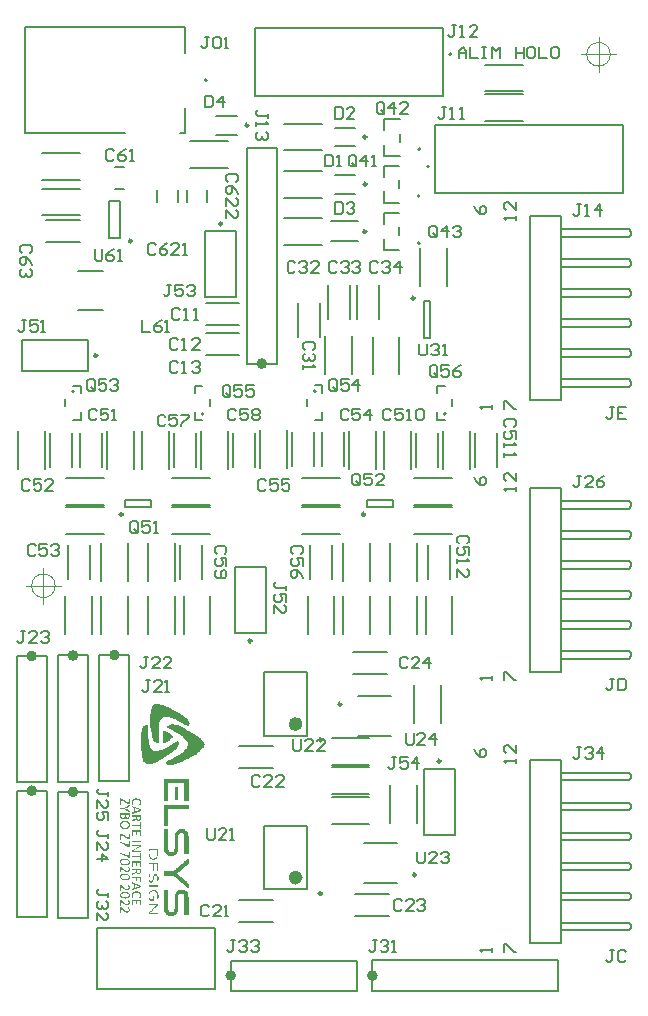
<source format=gbr>
%TF.GenerationSoftware,Altium Limited,Altium Designer,21.2.1 (34)*%
G04 Layer_Color=65535*
%FSLAX45Y45*%
%MOMM*%
%TF.SameCoordinates,33E7FE8D-E1FD-4CC8-B6C0-267CAA33A984*%
%TF.FilePolarity,Positive*%
%TF.FileFunction,Legend,Top*%
%TF.Part,Single*%
G01*
G75*
%TA.AperFunction,NonConductor*%
%ADD58C,0.60000*%
%ADD59C,0.25000*%
%ADD60C,0.20000*%
%ADD61C,0.50800*%
%ADD62C,0.10000*%
%ADD63C,0.12700*%
%ADD64C,0.15240*%
%ADD65C,0.15000*%
G36*
X1239708Y2441935D02*
X1259500D01*
Y2436987D01*
X1269396D01*
Y2432039D01*
X1284240D01*
Y2427091D01*
X1294136D01*
Y2422143D01*
X1308981D01*
Y2417195D01*
X1318877D01*
Y2412247D01*
X1328773D01*
Y2407299D01*
X1338669D01*
Y2402351D01*
X1348565D01*
Y2397403D01*
X1358461D01*
Y2392455D01*
X1368357D01*
Y2387507D01*
X1373305D01*
Y2382559D01*
X1383201D01*
Y2377610D01*
X1393097D01*
Y2372662D01*
X1402994D01*
Y2367714D01*
X1407942D01*
Y2362766D01*
X1417838D01*
Y2357818D01*
X1427734D01*
Y2352870D01*
X1432682D01*
Y2347922D01*
X1437630D01*
Y2342974D01*
X1447526D01*
Y2338026D01*
X1452474D01*
Y2333078D01*
X1457422D01*
Y2328130D01*
X1462370D01*
Y2323182D01*
X1467318D01*
Y2318234D01*
X1472266D01*
Y2313286D01*
X1477214D01*
Y2303390D01*
X1482162D01*
Y2288546D01*
X1487110D01*
Y2278649D01*
X1482162D01*
Y2263805D01*
X1477214D01*
Y2258857D01*
X1472266D01*
Y2263805D01*
X1462370D01*
Y2268753D01*
X1452474D01*
Y2273701D01*
X1442578D01*
Y2278649D01*
X1437630D01*
Y2283597D01*
X1427734D01*
Y2288546D01*
X1417838D01*
Y2293494D01*
X1407942D01*
Y2298442D01*
X1398045D01*
Y2303390D01*
X1388149D01*
Y2308338D01*
X1378253D01*
Y2313286D01*
X1368357D01*
Y2318234D01*
X1358461D01*
Y2323182D01*
X1343617D01*
Y2328130D01*
X1333721D01*
Y2333078D01*
X1318877D01*
Y2338026D01*
X1264448D01*
Y2333078D01*
X1259500D01*
Y2328130D01*
X1254552D01*
Y2323182D01*
X1249604D01*
Y2318234D01*
X1244656D01*
Y2313286D01*
X1239708D01*
Y2303390D01*
X1234760D01*
Y2293494D01*
X1229812D01*
Y2268753D01*
X1224864D01*
Y2120312D01*
X1229812D01*
Y2115364D01*
X1210019D01*
Y2120312D01*
X1200123D01*
Y2125260D01*
X1190227D01*
Y2130208D01*
X1185279D01*
Y2140104D01*
X1180331D01*
Y2145052D01*
X1175383D01*
Y2159896D01*
X1170435D01*
Y2179688D01*
X1165487D01*
Y2209377D01*
X1160539D01*
Y2244013D01*
X1155591D01*
Y2367714D01*
X1160539D01*
Y2407299D01*
X1165487D01*
Y2422143D01*
X1170435D01*
Y2432039D01*
X1175383D01*
Y2436987D01*
X1180331D01*
Y2441935D01*
X1190227D01*
Y2446883D01*
X1239708D01*
Y2441935D01*
D02*
G37*
G36*
X1284240Y2214325D02*
X1299085D01*
Y2209377D01*
X1304032D01*
Y2204429D01*
X1313929D01*
Y2199480D01*
X1318877D01*
Y2194533D01*
X1328773D01*
Y2189584D01*
X1338669D01*
Y2179688D01*
X1348565D01*
Y2164844D01*
X1343617D01*
Y2159896D01*
X1333721D01*
Y2150000D01*
X1318877D01*
Y2140104D01*
X1304032D01*
Y2130208D01*
X1289188D01*
Y2120312D01*
X1264448D01*
Y2125260D01*
X1259500D01*
Y2199480D01*
Y2204429D01*
Y2214325D01*
X1264448D01*
Y2219273D01*
X1269396D01*
Y2224221D01*
X1274344D01*
Y2219273D01*
X1279292D01*
Y2224221D01*
X1284240D01*
Y2214325D01*
D02*
G37*
G36*
X1135799Y2154948D02*
X1140747D01*
Y2120312D01*
X1145695D01*
Y2100520D01*
X1150643D01*
Y2085675D01*
X1155591D01*
Y2080727D01*
X1160539D01*
Y2070831D01*
X1165487D01*
Y2065883D01*
X1170435D01*
Y2060935D01*
X1175383D01*
Y2055987D01*
X1180331D01*
Y2051039D01*
X1229812D01*
Y2055987D01*
X1244656D01*
Y2060935D01*
X1259500D01*
Y2065883D01*
X1269396D01*
Y2070831D01*
X1279292D01*
Y2075779D01*
X1289188D01*
Y2080727D01*
X1299085D01*
Y2085675D01*
X1308981D01*
Y2090623D01*
X1313929D01*
Y2095571D01*
X1323825D01*
Y2100520D01*
X1333721D01*
Y2105467D01*
X1338669D01*
Y2110416D01*
X1348565D01*
Y2115364D01*
X1353513D01*
Y2120312D01*
X1363409D01*
Y2125260D01*
X1368357D01*
Y2130208D01*
X1378253D01*
Y2135156D01*
X1383201D01*
Y2140104D01*
X1388149D01*
Y2135156D01*
X1393097D01*
Y2125260D01*
X1398045D01*
Y2100520D01*
X1393097D01*
Y2090623D01*
X1388149D01*
Y2085675D01*
X1383201D01*
Y2075779D01*
X1378253D01*
Y2070831D01*
X1373305D01*
Y2065883D01*
X1368357D01*
Y2060935D01*
X1363409D01*
Y2055987D01*
X1353513D01*
Y2051039D01*
X1348565D01*
Y2046091D01*
X1343617D01*
Y2041143D01*
X1338669D01*
Y2036195D01*
X1328773D01*
Y2031247D01*
X1323825D01*
Y2026299D01*
X1313929D01*
Y2021351D01*
X1308981D01*
Y2016403D01*
X1299085D01*
Y2011455D01*
X1294136D01*
Y2006507D01*
X1284240D01*
Y2001559D01*
X1274344D01*
Y1996610D01*
X1269396D01*
Y1991662D01*
X1259500D01*
Y1986714D01*
X1254552D01*
Y1981766D01*
X1244656D01*
Y1976818D01*
X1234760D01*
Y1971870D01*
X1229812D01*
Y1966922D01*
X1219916D01*
Y1961974D01*
X1210019D01*
Y1957026D01*
X1205072D01*
Y1952078D01*
X1190227D01*
Y1947130D01*
X1180331D01*
Y1942182D01*
X1165487D01*
Y1937234D01*
X1120955D01*
Y1942182D01*
X1116006D01*
Y1947130D01*
X1106110D01*
Y1957026D01*
X1101162D01*
Y1961974D01*
X1096214D01*
Y1976818D01*
X1091266D01*
Y1991662D01*
X1086318D01*
Y2016403D01*
X1081370D01*
Y2051039D01*
X1076422D01*
Y2209377D01*
X1081370D01*
Y2234117D01*
X1086318D01*
Y2244013D01*
X1091266D01*
Y2253909D01*
X1096214D01*
Y2258857D01*
X1101162D01*
Y2263805D01*
X1106110D01*
Y2268753D01*
X1116006D01*
Y2273701D01*
X1135799D01*
Y2154948D01*
D02*
G37*
G36*
X1358461Y2273701D02*
X1388149D01*
Y2268753D01*
X1398045D01*
Y2263805D01*
X1407942D01*
Y2258857D01*
X1417838D01*
Y2253909D01*
X1427734D01*
Y2248961D01*
X1437630D01*
Y2244013D01*
X1447526D01*
Y2239065D01*
X1452474D01*
Y2234117D01*
X1457422D01*
Y2229169D01*
X1467318D01*
Y2224221D01*
X1482162D01*
Y2219273D01*
X1487110D01*
Y2214325D01*
X1492058D01*
Y2209377D01*
X1501955D01*
Y2204429D01*
X1506902D01*
Y2199480D01*
X1516799D01*
Y2194533D01*
X1531643D01*
Y2189584D01*
X1536591D01*
Y2184636D01*
X1541539D01*
Y2179688D01*
X1551435D01*
Y2174740D01*
X1561331D01*
Y2169792D01*
X1566279D01*
Y2164844D01*
X1571227D01*
Y2159896D01*
X1581123D01*
Y2150000D01*
X1586072D01*
Y2145052D01*
X1591019D01*
Y2140104D01*
X1595968D01*
Y2135156D01*
X1600916D01*
Y2130208D01*
X1605864D01*
Y2125260D01*
X1610812D01*
Y2110416D01*
X1615760D01*
Y2100520D01*
X1610812D01*
Y2090623D01*
X1605864D01*
Y2080727D01*
X1600916D01*
Y2075779D01*
X1595968D01*
Y2070831D01*
X1591019D01*
Y2065883D01*
X1586072D01*
Y2060935D01*
X1581123D01*
Y2055987D01*
X1576175D01*
Y2046091D01*
X1561331D01*
Y2041143D01*
X1556383D01*
Y2031247D01*
X1551435D01*
Y2026299D01*
X1546487D01*
Y2021351D01*
X1531643D01*
Y2016403D01*
X1521747D01*
Y2011455D01*
X1516799D01*
Y2006507D01*
X1506902D01*
Y2001559D01*
X1501955D01*
Y1996610D01*
X1487110D01*
Y1991662D01*
X1482162D01*
Y1986714D01*
X1472266D01*
Y1981766D01*
X1457422D01*
Y1976818D01*
X1447526D01*
Y1971870D01*
X1437630D01*
Y1966922D01*
X1427734D01*
Y1961974D01*
X1417838D01*
Y1957026D01*
X1407942D01*
Y1952078D01*
X1393097D01*
Y1947130D01*
X1383201D01*
Y1942182D01*
X1368357D01*
Y1937234D01*
X1353513D01*
Y1932286D01*
X1299085D01*
Y1937234D01*
X1289188D01*
Y1942182D01*
X1284240D01*
Y1952078D01*
X1289188D01*
Y1961974D01*
X1294136D01*
Y1966922D01*
X1304032D01*
Y1971870D01*
X1313929D01*
Y1976818D01*
X1328773D01*
Y1981766D01*
X1338669D01*
Y1986714D01*
X1348565D01*
Y1991662D01*
X1353513D01*
Y1996610D01*
X1368357D01*
Y2001559D01*
X1373305D01*
Y2006507D01*
X1388149D01*
Y2011455D01*
X1393097D01*
Y2016403D01*
X1398045D01*
Y2021351D01*
X1407942D01*
Y2026299D01*
X1412890D01*
Y2031247D01*
X1422786D01*
Y2036195D01*
X1427734D01*
Y2046091D01*
X1437630D01*
Y2051039D01*
X1442578D01*
Y2055987D01*
X1447526D01*
Y2060935D01*
X1452474D01*
Y2065883D01*
X1457422D01*
Y2070831D01*
X1462370D01*
Y2080727D01*
X1467318D01*
Y2090623D01*
X1472266D01*
Y2125260D01*
X1467318D01*
Y2135156D01*
X1462370D01*
Y2140104D01*
X1457422D01*
Y2145052D01*
X1452474D01*
Y2150000D01*
X1447526D01*
Y2154948D01*
X1442578D01*
Y2164844D01*
X1432682D01*
Y2169792D01*
X1427734D01*
Y2174740D01*
X1422786D01*
Y2179688D01*
X1417838D01*
Y2184636D01*
X1412890D01*
Y2189584D01*
X1402994D01*
Y2194533D01*
X1393097D01*
Y2199480D01*
X1383201D01*
Y2204429D01*
X1373305D01*
Y2209377D01*
X1363409D01*
Y2214325D01*
X1353513D01*
Y2219273D01*
X1348565D01*
Y2224221D01*
X1343617D01*
Y2229169D01*
X1333721D01*
Y2234117D01*
X1318877D01*
Y2239065D01*
X1313929D01*
Y2244013D01*
X1304032D01*
Y2248961D01*
X1299085D01*
Y2258857D01*
X1304032D01*
Y2263805D01*
X1308981D01*
Y2268753D01*
X1313929D01*
Y2273701D01*
X1328773D01*
Y2278649D01*
X1358461D01*
Y2273701D01*
D02*
G37*
G36*
X1393097Y1635403D02*
X1363409D01*
Y1699727D01*
Y1704675D01*
Y1749208D01*
X1393097D01*
Y1635403D01*
D02*
G37*
G36*
X1482162Y1625507D02*
X1442578D01*
Y1778896D01*
X1304032D01*
Y1625507D01*
X1269396D01*
Y1813533D01*
X1482162D01*
Y1625507D01*
D02*
G37*
G36*
Y1556234D02*
X1304032D01*
Y1412740D01*
X1269396D01*
Y1590870D01*
X1482162D01*
Y1556234D01*
D02*
G37*
G36*
X1447526Y1383052D02*
X1452474D01*
Y1378104D01*
X1462370D01*
Y1373156D01*
X1467318D01*
Y1363260D01*
X1472266D01*
Y1353364D01*
X1477214D01*
Y1333571D01*
X1482162D01*
Y1204922D01*
Y1199974D01*
Y1175234D01*
X1442578D01*
Y1343467D01*
X1437630D01*
Y1348416D01*
X1427734D01*
Y1353364D01*
X1407942D01*
Y1348416D01*
X1398045D01*
Y1338520D01*
X1393097D01*
Y1219766D01*
X1388149D01*
Y1195026D01*
X1383201D01*
Y1185130D01*
X1378253D01*
Y1180182D01*
X1373305D01*
Y1175234D01*
X1368357D01*
Y1170286D01*
X1358461D01*
Y1165338D01*
X1304032D01*
Y1170286D01*
X1294136D01*
Y1175234D01*
X1289188D01*
Y1180182D01*
X1284240D01*
Y1185130D01*
X1279292D01*
Y1195026D01*
X1274344D01*
Y1209870D01*
X1269396D01*
Y1388000D01*
X1304032D01*
Y1214818D01*
X1308981D01*
Y1209870D01*
X1313929D01*
Y1199974D01*
X1328773D01*
Y1195026D01*
X1338669D01*
Y1199974D01*
X1353513D01*
Y1209870D01*
X1358461D01*
Y1219766D01*
X1363409D01*
Y1353364D01*
X1368357D01*
Y1363260D01*
X1373305D01*
Y1368208D01*
X1378253D01*
Y1373156D01*
X1383201D01*
Y1378104D01*
X1388149D01*
Y1383052D01*
X1398045D01*
Y1388000D01*
X1447526D01*
Y1383052D01*
D02*
G37*
G36*
X1219916Y1160390D02*
X1214968D01*
Y1150494D01*
X1210019D01*
Y1140597D01*
X1205072D01*
Y1135649D01*
X1195175D01*
Y1130701D01*
X1165487D01*
Y1135649D01*
X1160539D01*
Y1140597D01*
X1155591D01*
Y1145546D01*
X1150643D01*
Y1150494D01*
X1145695D01*
Y1165338D01*
X1140747D01*
Y1219766D01*
X1219916D01*
Y1160390D01*
D02*
G37*
G36*
Y1031740D02*
X1214968D01*
Y1096065D01*
X1185279D01*
Y1036688D01*
X1180331D01*
Y1061429D01*
Y1066377D01*
Y1091117D01*
X1175383D01*
Y1096065D01*
X1150643D01*
Y1091117D01*
X1145695D01*
Y1031740D01*
X1140747D01*
Y1105961D01*
X1219916D01*
Y1031740D01*
D02*
G37*
G36*
X1155591Y997104D02*
X1150643D01*
Y987208D01*
X1145695D01*
Y957520D01*
X1150643D01*
Y952571D01*
X1155591D01*
Y947623D01*
X1170435D01*
Y957520D01*
X1175383D01*
Y972364D01*
X1180331D01*
Y992156D01*
X1185279D01*
Y1002052D01*
X1190227D01*
Y1007000D01*
X1214968D01*
Y997104D01*
X1219916D01*
Y987208D01*
X1224864D01*
Y972364D01*
Y967416D01*
Y962467D01*
X1219916D01*
Y947623D01*
X1214968D01*
Y942675D01*
X1210019D01*
Y957520D01*
X1214968D01*
Y992156D01*
X1210019D01*
Y997104D01*
X1195175D01*
Y992156D01*
X1190227D01*
Y982260D01*
X1185279D01*
Y962467D01*
X1180331D01*
Y947623D01*
X1175383D01*
Y942675D01*
X1170435D01*
Y937727D01*
X1155591D01*
Y942675D01*
X1145695D01*
Y952571D01*
X1140747D01*
Y997104D01*
X1145695D01*
Y1007000D01*
X1150643D01*
Y1011948D01*
X1155591D01*
Y997104D01*
D02*
G37*
G36*
X1219916Y903091D02*
X1140747D01*
Y912987D01*
X1219916D01*
Y903091D01*
D02*
G37*
G36*
X1482162Y1096065D02*
X1477214D01*
Y1091117D01*
X1472266D01*
Y1086169D01*
X1467318D01*
Y1081221D01*
X1457422D01*
Y1076273D01*
X1452474D01*
Y1071325D01*
X1447526D01*
Y1066377D01*
X1442578D01*
Y1061429D01*
X1437630D01*
Y1056480D01*
X1427734D01*
Y1051533D01*
X1422786D01*
Y1046584D01*
X1417838D01*
Y1041636D01*
X1412890D01*
Y1036688D01*
X1407942D01*
Y1031740D01*
X1402994D01*
Y1026792D01*
X1393097D01*
Y1021844D01*
X1388149D01*
Y1016896D01*
X1383201D01*
Y1011948D01*
X1388149D01*
Y1007000D01*
X1393097D01*
Y1002052D01*
X1398045D01*
Y997104D01*
X1402994D01*
Y992156D01*
X1407942D01*
Y987208D01*
X1417838D01*
Y982260D01*
X1422786D01*
Y977312D01*
X1427734D01*
Y972364D01*
X1432682D01*
Y967416D01*
X1437630D01*
Y962467D01*
X1442578D01*
Y957520D01*
X1452474D01*
Y952571D01*
X1457422D01*
Y947623D01*
X1462370D01*
Y942675D01*
X1467318D01*
Y937727D01*
X1472266D01*
Y932779D01*
X1477214D01*
Y927831D01*
X1482162D01*
Y888247D01*
X1472266D01*
Y893195D01*
X1467318D01*
Y898143D01*
X1462370D01*
Y903091D01*
X1457422D01*
Y908039D01*
X1447526D01*
Y912987D01*
X1442578D01*
Y917935D01*
X1437630D01*
Y922883D01*
X1432682D01*
Y927831D01*
X1427734D01*
Y932779D01*
X1422786D01*
Y937727D01*
X1417838D01*
Y942675D01*
X1407942D01*
Y947623D01*
X1402994D01*
Y952571D01*
X1398045D01*
Y957520D01*
X1393097D01*
Y962467D01*
X1388149D01*
Y967416D01*
X1383201D01*
Y972364D01*
X1373305D01*
Y977312D01*
X1368357D01*
Y982260D01*
X1363409D01*
Y987208D01*
X1358461D01*
Y992156D01*
X1353513D01*
Y997104D01*
X1269396D01*
Y1031740D01*
X1353513D01*
Y1036688D01*
X1358461D01*
Y1041636D01*
X1363409D01*
Y1046584D01*
X1368357D01*
Y1051533D01*
X1373305D01*
Y1056480D01*
X1378253D01*
Y1061429D01*
X1388149D01*
Y1066377D01*
X1393097D01*
Y1071325D01*
X1398045D01*
Y1076273D01*
X1402994D01*
Y1081221D01*
X1407942D01*
Y1086169D01*
X1412890D01*
Y1091117D01*
X1422786D01*
Y1096065D01*
X1427734D01*
Y1101013D01*
X1432682D01*
Y1105961D01*
X1437630D01*
Y1110909D01*
X1442578D01*
Y1115857D01*
X1447526D01*
Y1120805D01*
X1457422D01*
Y1125753D01*
X1462370D01*
Y1130701D01*
X1467318D01*
Y1135649D01*
X1472266D01*
Y1140597D01*
X1482162D01*
Y1096065D01*
D02*
G37*
G36*
X1200123Y868455D02*
X1205072D01*
Y863507D01*
X1210019D01*
Y858559D01*
X1214968D01*
Y853610D01*
X1219916D01*
Y833818D01*
X1224864D01*
Y809078D01*
X1219916D01*
Y794234D01*
X1214968D01*
Y789286D01*
X1210019D01*
Y804130D01*
X1214968D01*
Y843714D01*
X1210019D01*
Y848662D01*
X1205072D01*
Y858559D01*
X1195175D01*
Y863507D01*
X1165487D01*
Y858559D01*
X1160539D01*
Y853610D01*
X1155591D01*
Y848662D01*
X1150643D01*
Y838766D01*
X1145695D01*
Y823922D01*
Y818974D01*
Y809078D01*
X1150643D01*
Y794234D01*
X1175383D01*
Y823922D01*
X1185279D01*
Y784338D01*
X1150643D01*
Y789286D01*
X1145695D01*
Y799182D01*
X1140747D01*
Y848662D01*
X1145695D01*
Y858559D01*
X1150643D01*
Y863507D01*
X1155591D01*
Y868455D01*
X1165487D01*
Y873403D01*
X1200123D01*
Y868455D01*
D02*
G37*
G36*
X1442578Y873403D02*
X1452474D01*
Y868455D01*
X1462370D01*
Y863507D01*
X1467318D01*
Y853610D01*
X1472266D01*
Y843714D01*
X1477214D01*
Y818974D01*
X1482162D01*
Y665584D01*
X1442578D01*
Y833818D01*
X1437630D01*
Y838766D01*
X1427734D01*
Y843714D01*
X1407942D01*
Y838766D01*
X1398045D01*
Y828870D01*
X1393097D01*
Y710117D01*
X1388149D01*
Y685377D01*
X1383201D01*
Y675480D01*
X1378253D01*
Y670533D01*
X1373305D01*
Y665584D01*
X1368357D01*
Y660636D01*
X1358461D01*
Y655688D01*
X1304032D01*
Y660636D01*
X1294136D01*
Y665584D01*
X1289188D01*
Y670533D01*
X1284240D01*
Y675480D01*
X1279292D01*
Y685377D01*
X1274344D01*
Y700221D01*
X1269396D01*
Y878351D01*
X1304032D01*
Y705169D01*
X1308981D01*
Y695273D01*
X1313929D01*
Y690325D01*
X1328773D01*
Y685377D01*
X1338669D01*
Y690325D01*
X1353513D01*
Y700221D01*
X1358461D01*
Y710117D01*
X1363409D01*
Y843714D01*
X1368357D01*
Y853610D01*
X1373305D01*
Y858559D01*
X1378253D01*
Y863507D01*
X1383201D01*
Y868455D01*
X1388149D01*
Y873403D01*
X1398045D01*
Y878351D01*
X1442578D01*
Y873403D01*
D02*
G37*
G36*
X1219916Y739805D02*
X1214968D01*
Y734857D01*
X1210019D01*
Y729909D01*
X1200123D01*
Y724961D01*
X1195175D01*
Y720013D01*
X1190227D01*
Y715065D01*
X1185279D01*
Y710117D01*
X1180331D01*
Y705169D01*
X1175383D01*
Y700221D01*
X1170435D01*
Y695273D01*
X1165487D01*
Y690325D01*
X1160539D01*
Y685377D01*
X1155591D01*
Y680429D01*
X1219916D01*
Y670533D01*
X1140747D01*
Y680429D01*
X1145695D01*
Y685377D01*
X1150643D01*
Y690325D01*
X1155591D01*
Y695273D01*
X1160539D01*
Y700221D01*
X1165487D01*
Y705169D01*
X1170435D01*
Y710117D01*
X1175383D01*
Y715065D01*
X1180331D01*
Y720013D01*
X1185279D01*
Y724961D01*
X1190227D01*
Y729909D01*
X1195175D01*
Y734857D01*
X1200123D01*
Y739805D01*
X1205072D01*
Y744753D01*
X1140747D01*
Y754649D01*
X1219916D01*
Y739805D01*
D02*
G37*
G36*
X909306Y1649857D02*
X910293Y1649575D01*
X910434Y1649434D01*
X910857Y1649293D01*
X911421Y1649011D01*
X911984Y1648729D01*
X912125Y1648588D01*
X912689Y1648306D01*
X913394Y1647883D01*
X914240Y1647320D01*
X971192Y1610949D01*
Y1647179D01*
X971333Y1647883D01*
X971474Y1648165D01*
X972038Y1648588D01*
X972179D01*
X972461Y1648729D01*
X972883Y1648870D01*
X973447Y1649011D01*
X973588D01*
X974011D01*
X974575Y1649152D01*
X975421D01*
X975562D01*
X976126D01*
X976690D01*
X977395Y1649011D01*
X977536D01*
X977958Y1648870D01*
X978804Y1648588D01*
X978945D01*
X979086Y1648447D01*
X979650Y1647883D01*
Y1647742D01*
X979791Y1647601D01*
X979932Y1646897D01*
Y1602773D01*
X979791Y1602068D01*
X979509Y1601222D01*
X978945Y1600518D01*
X978804Y1600377D01*
X978240Y1599954D01*
X977254Y1599672D01*
X975985Y1599531D01*
X973729D01*
X973588D01*
X973165D01*
X972602D01*
X971897Y1599672D01*
X971756D01*
X971474D01*
X970910Y1599813D01*
X970346Y1600095D01*
X970205D01*
X969923Y1600236D01*
X969359Y1600518D01*
X968654Y1600940D01*
X968513Y1601081D01*
X968091Y1601222D01*
X967386Y1601645D01*
X966540Y1602209D01*
X910011Y1638438D01*
Y1599813D01*
X909870Y1599390D01*
X909588Y1598826D01*
X908883Y1598403D01*
X908742Y1598262D01*
X908037Y1598121D01*
X907051Y1597980D01*
X905500Y1597839D01*
X905359D01*
X904795D01*
X904231D01*
X903526Y1597980D01*
X903385D01*
X903103D01*
X902117Y1598262D01*
X901976D01*
X901835Y1598403D01*
X901271Y1598967D01*
Y1599249D01*
X901130Y1599954D01*
Y1646756D01*
X901271Y1647320D01*
X901553Y1648165D01*
X901976Y1649011D01*
X902117Y1649152D01*
X902821Y1649434D01*
X903808Y1649857D01*
X905218Y1649998D01*
X907473D01*
X907614D01*
X907896D01*
X908883D01*
X909024D01*
X909306Y1649857D01*
D02*
G37*
G36*
X1038688D02*
X1039675D01*
X1041931Y1649716D01*
X1044609Y1649434D01*
X1047569Y1649011D01*
X1050530Y1648447D01*
X1053490Y1647601D01*
X1053631D01*
X1053772Y1647461D01*
X1054195Y1647320D01*
X1054759Y1647179D01*
X1056169Y1646615D01*
X1058001Y1645769D01*
X1060116Y1644782D01*
X1062230Y1643513D01*
X1064486Y1642104D01*
X1066600Y1640553D01*
X1066882Y1640271D01*
X1067446Y1639707D01*
X1068433Y1638720D01*
X1069702Y1637452D01*
X1070970Y1635760D01*
X1072380Y1633927D01*
X1073649Y1631813D01*
X1074777Y1629557D01*
Y1629416D01*
X1074918Y1629275D01*
X1075200Y1628430D01*
X1075622Y1627161D01*
X1076186Y1625328D01*
X1076750Y1623214D01*
X1077173Y1620817D01*
X1077455Y1618139D01*
X1077596Y1615319D01*
Y1614051D01*
X1077455Y1613205D01*
Y1612218D01*
X1077314Y1611090D01*
X1076891Y1608694D01*
Y1608553D01*
X1076750Y1608130D01*
X1076609Y1607566D01*
X1076468Y1606720D01*
X1075904Y1604888D01*
X1075200Y1602773D01*
Y1602632D01*
X1075059Y1602350D01*
X1074777Y1601786D01*
X1074495Y1601081D01*
X1073790Y1599531D01*
X1072944Y1597839D01*
Y1597698D01*
X1072803Y1597557D01*
X1072239Y1596711D01*
X1071534Y1595725D01*
X1070829Y1594879D01*
X1070688Y1594738D01*
X1070407Y1594456D01*
X1069984Y1594033D01*
X1069561Y1593892D01*
X1069279Y1593751D01*
X1068574Y1593469D01*
X1068433D01*
X1068151Y1593328D01*
X1067728D01*
X1067164Y1593187D01*
X1067023D01*
X1066741Y1593046D01*
X1066036D01*
X1065332D01*
X1065191D01*
X1064627D01*
X1064063D01*
X1063358Y1593187D01*
X1063217D01*
X1062794Y1593328D01*
X1061807Y1593610D01*
X1061666D01*
X1061525Y1593751D01*
X1060962Y1594174D01*
Y1594315D01*
X1060821Y1595020D01*
Y1595161D01*
X1060962Y1595584D01*
X1061243Y1596429D01*
X1061948Y1597416D01*
X1062089Y1597698D01*
X1062653Y1598544D01*
X1063499Y1599672D01*
X1064486Y1601363D01*
X1064627Y1601504D01*
X1064768Y1601786D01*
X1065050Y1602350D01*
X1065473Y1603055D01*
X1065896Y1603901D01*
X1066318Y1604888D01*
X1067164Y1607284D01*
Y1607425D01*
X1067305Y1607848D01*
X1067587Y1608553D01*
X1067869Y1609540D01*
X1068010Y1610808D01*
X1068292Y1612218D01*
X1068433Y1613769D01*
Y1616447D01*
X1068292Y1617434D01*
X1068151Y1618703D01*
X1067869Y1620253D01*
X1067587Y1621804D01*
X1067023Y1623496D01*
X1066318Y1625187D01*
X1066177Y1625328D01*
X1065896Y1625892D01*
X1065473Y1626738D01*
X1064768Y1627725D01*
X1063922Y1628852D01*
X1062794Y1630121D01*
X1061525Y1631249D01*
X1060116Y1632518D01*
X1059975Y1632659D01*
X1059411Y1633082D01*
X1058565Y1633645D01*
X1057296Y1634209D01*
X1055887Y1635055D01*
X1054195Y1635901D01*
X1052221Y1636606D01*
X1050107Y1637311D01*
X1049825D01*
X1049120Y1637593D01*
X1047851Y1637734D01*
X1046301Y1638016D01*
X1044327Y1638297D01*
X1042072Y1638579D01*
X1039534Y1638720D01*
X1036715Y1638861D01*
X1036574D01*
X1036433D01*
X1036010D01*
X1035446D01*
X1034036Y1638720D01*
X1032204D01*
X1030230Y1638438D01*
X1027975Y1638156D01*
X1025719Y1637875D01*
X1023464Y1637311D01*
X1023182Y1637170D01*
X1022477Y1637029D01*
X1021490Y1636606D01*
X1020080Y1636042D01*
X1018530Y1635478D01*
X1016979Y1634632D01*
X1015428Y1633645D01*
X1013878Y1632659D01*
X1013737Y1632518D01*
X1013314Y1632095D01*
X1012609Y1631390D01*
X1011763Y1630544D01*
X1010776Y1629416D01*
X1009789Y1628148D01*
X1008944Y1626738D01*
X1008098Y1625187D01*
X1007957Y1625046D01*
X1007816Y1624341D01*
X1007534Y1623496D01*
X1007111Y1622227D01*
X1006688Y1620817D01*
X1006406Y1619126D01*
X1006265Y1617293D01*
X1006124Y1615178D01*
Y1613487D01*
X1006265Y1612359D01*
X1006406Y1611090D01*
X1006547Y1609822D01*
X1007252Y1607002D01*
Y1606861D01*
X1007393Y1606438D01*
X1007675Y1605733D01*
X1007957Y1604888D01*
X1008803Y1603055D01*
X1009789Y1601081D01*
Y1600940D01*
X1010071Y1600658D01*
X1010353Y1600236D01*
X1010635Y1599672D01*
X1011481Y1598262D01*
X1012327Y1596993D01*
Y1596852D01*
X1012468Y1596711D01*
X1013032Y1596006D01*
X1013455Y1595161D01*
X1013596Y1594456D01*
Y1594174D01*
X1013314Y1593751D01*
Y1593610D01*
X1013173Y1593469D01*
X1013032Y1593328D01*
X1012609Y1593187D01*
X1012468D01*
X1012327Y1593046D01*
X1011904D01*
X1011199Y1592905D01*
X1011058D01*
X1010635Y1592764D01*
X1009930D01*
X1008944D01*
X1008803D01*
X1008380D01*
X1007816D01*
X1007111Y1592905D01*
X1006970D01*
X1006688D01*
X1005842Y1593187D01*
X1005560Y1593328D01*
X1004996Y1593610D01*
X1004855D01*
X1004715Y1593751D01*
X1004292Y1594033D01*
X1003869Y1594456D01*
X1003728Y1594597D01*
X1003446Y1595020D01*
X1002882Y1595725D01*
X1002036Y1596993D01*
Y1597134D01*
X1001754Y1597275D01*
X1001613Y1597698D01*
X1001190Y1598262D01*
X1000485Y1599813D01*
X999499Y1601786D01*
Y1601927D01*
X999358Y1602350D01*
X999076Y1602914D01*
X998794Y1603619D01*
X998512Y1604606D01*
X998230Y1605733D01*
X997666Y1608412D01*
Y1608553D01*
X997525Y1609117D01*
X997384Y1609822D01*
X997243Y1610808D01*
X997102Y1612077D01*
X996961Y1613487D01*
X996820Y1616588D01*
Y1617857D01*
X996961Y1619407D01*
X997102Y1621240D01*
X997384Y1623355D01*
X997948Y1625751D01*
X998512Y1628148D01*
X999358Y1630544D01*
X999499Y1630826D01*
X999781Y1631531D01*
X1000485Y1632659D01*
X1001190Y1634068D01*
X1002318Y1635760D01*
X1003587Y1637452D01*
X1005137Y1639284D01*
X1006829Y1640976D01*
X1007111Y1641117D01*
X1007675Y1641681D01*
X1008803Y1642527D01*
X1010353Y1643513D01*
X1012045Y1644500D01*
X1014160Y1645628D01*
X1016556Y1646756D01*
X1019234Y1647742D01*
X1019375D01*
X1019516Y1647883D01*
X1019939D01*
X1020503Y1648024D01*
X1021208Y1648306D01*
X1022054Y1648447D01*
X1024168Y1648870D01*
X1026565Y1649293D01*
X1029525Y1649575D01*
X1032627Y1649857D01*
X1036151Y1649998D01*
X1036292D01*
X1036574D01*
X1037138D01*
X1037842D01*
X1038688Y1649857D01*
D02*
G37*
G36*
X979650Y1593046D02*
X979791Y1592905D01*
X979932Y1592623D01*
X980073Y1592059D01*
X980214Y1591354D01*
Y1591073D01*
X980355Y1590509D01*
Y1586139D01*
X980214Y1585152D01*
Y1585011D01*
X980073Y1584447D01*
X979932Y1584024D01*
X979791Y1583460D01*
Y1583319D01*
X979650Y1583037D01*
X979509Y1582755D01*
X979227Y1582473D01*
Y1582332D01*
X978945Y1582191D01*
X978240Y1581768D01*
X955544Y1570773D01*
X955403D01*
X954980Y1570491D01*
X954275Y1570209D01*
X953430Y1569927D01*
X952443Y1569363D01*
X951315Y1568940D01*
X948778Y1567812D01*
X948637Y1567671D01*
X948214Y1567531D01*
X947509Y1567249D01*
X946522Y1566826D01*
X945535Y1566403D01*
X944267Y1565839D01*
X941588Y1564711D01*
Y1564570D01*
X941729D01*
X942152Y1564288D01*
X942857Y1564006D01*
X943844Y1563724D01*
X944830Y1563301D01*
X945958Y1562738D01*
X948496Y1561751D01*
X948637Y1561610D01*
X949060Y1561469D01*
X949764Y1561187D01*
X950751Y1560764D01*
X951738Y1560341D01*
X952866Y1559777D01*
X955403Y1558790D01*
X978099Y1547795D01*
X978240D01*
X978522Y1547654D01*
X979227Y1547231D01*
X979368D01*
X979509Y1546949D01*
X979791Y1546385D01*
Y1546244D01*
X979932Y1545962D01*
X980073Y1545539D01*
X980214Y1544834D01*
Y1544693D01*
X980355Y1544129D01*
Y1540887D01*
X980214Y1539759D01*
X980073Y1538632D01*
Y1538491D01*
X979932Y1537927D01*
X979791Y1537363D01*
X979509Y1536940D01*
X979368Y1536799D01*
X979227Y1536658D01*
X978804Y1536517D01*
X978240Y1536658D01*
X978099D01*
X977676Y1536799D01*
X977113Y1536940D01*
X976267Y1537363D01*
X931720Y1559636D01*
X902539D01*
X902258D01*
X901694Y1559918D01*
X901553Y1560059D01*
X901271Y1560764D01*
Y1560905D01*
X901130Y1561187D01*
Y1561751D01*
X900989Y1562456D01*
Y1562597D01*
X900848Y1563160D01*
X900707Y1563865D01*
Y1565698D01*
X900848Y1566544D01*
X900989Y1567390D01*
Y1567531D01*
X901130Y1567953D01*
X901271Y1569081D01*
Y1569222D01*
X901412Y1569363D01*
X901694Y1569927D01*
X901835D01*
X901976D01*
X902539Y1570068D01*
X931720D01*
X976267Y1592482D01*
X976549Y1592623D01*
X976972Y1592764D01*
X977676Y1593046D01*
X978381Y1593328D01*
X978522D01*
X978804D01*
X979227D01*
X979650Y1593046D01*
D02*
G37*
G36*
X999781Y1587125D02*
X1000485Y1586984D01*
X1001472Y1586702D01*
X1074777Y1560341D01*
X1074918D01*
X1075200Y1560200D01*
X1075904Y1559777D01*
X1076045Y1559636D01*
X1076186Y1559495D01*
X1076468Y1558649D01*
Y1558508D01*
X1076609Y1558086D01*
X1076750Y1557522D01*
X1076891Y1556676D01*
Y1556394D01*
X1077032Y1555830D01*
Y1551319D01*
X1076891Y1550332D01*
Y1550050D01*
X1076750Y1549627D01*
X1076609Y1548922D01*
X1076468Y1548359D01*
Y1548218D01*
X1076327Y1547936D01*
X1076186Y1547513D01*
X1075763Y1547090D01*
Y1546949D01*
X1075481Y1546808D01*
X1074777Y1546385D01*
X1001472Y1519883D01*
X1001190Y1519742D01*
X1000626Y1519601D01*
X999922Y1519460D01*
X999217D01*
X999076D01*
X998794D01*
X998371Y1519601D01*
X997948Y1519883D01*
Y1520024D01*
X997807Y1520165D01*
X997666Y1520728D01*
X997525Y1521433D01*
Y1522279D01*
X997384Y1523266D01*
Y1526508D01*
X997525Y1527495D01*
Y1527636D01*
X997666Y1528059D01*
Y1528623D01*
X997807Y1529187D01*
Y1529328D01*
X997948Y1529469D01*
X998230Y1530033D01*
X998371D01*
X998512Y1530173D01*
X999217Y1530596D01*
X1018530Y1537363D01*
Y1570209D01*
X999499Y1576553D01*
X999358D01*
X999217Y1576694D01*
X998512Y1577116D01*
X998230Y1577257D01*
X997807Y1577962D01*
Y1578103D01*
X997666Y1578385D01*
Y1578949D01*
X997525Y1579654D01*
Y1580359D01*
X997384Y1581205D01*
Y1583319D01*
X997525Y1584306D01*
X997666Y1585293D01*
Y1585434D01*
X997807Y1585857D01*
X997948Y1586420D01*
X998089Y1586843D01*
X998230D01*
X998371Y1586984D01*
X998794Y1587125D01*
X999217Y1587266D01*
X999358D01*
X999781Y1587125D01*
D02*
G37*
G36*
X976831Y1523830D02*
X977958Y1523548D01*
X978945Y1522843D01*
X979086Y1522561D01*
X979509Y1521997D01*
X979791Y1521151D01*
X979932Y1520165D01*
Y1499583D01*
X979791Y1498032D01*
X979650Y1496200D01*
X979368Y1494226D01*
X978945Y1492394D01*
X978522Y1490561D01*
Y1490420D01*
X978240Y1489856D01*
X977958Y1489010D01*
X977536Y1487882D01*
X976267Y1485486D01*
X975421Y1484217D01*
X974575Y1483089D01*
X974434Y1482949D01*
X974152Y1482526D01*
X973588Y1481962D01*
X972883Y1481398D01*
X971897Y1480552D01*
X970769Y1479847D01*
X969641Y1479142D01*
X968231Y1478437D01*
X968091Y1478297D01*
X967527Y1478156D01*
X966822Y1477874D01*
X965835Y1477592D01*
X964566Y1477310D01*
X963157Y1477169D01*
X961606Y1476887D01*
X959914D01*
X959773D01*
X959491D01*
X958927D01*
X958223Y1477028D01*
X956531Y1477169D01*
X954557Y1477592D01*
X954416D01*
X954134Y1477733D01*
X953571Y1477874D01*
X953007Y1478156D01*
X951456Y1478719D01*
X949764Y1479706D01*
X949623D01*
X949482Y1479988D01*
X948496Y1480552D01*
X947227Y1481539D01*
X945958Y1482949D01*
Y1483089D01*
X945676Y1483230D01*
X945394Y1483653D01*
X944971Y1484217D01*
X944126Y1485627D01*
X943139Y1487460D01*
Y1487319D01*
X942998Y1486896D01*
X942857Y1486332D01*
X942716Y1485486D01*
X942011Y1483512D01*
X940883Y1481398D01*
Y1481257D01*
X940601Y1480975D01*
X940319Y1480411D01*
X939756Y1479706D01*
X938487Y1478156D01*
X936795Y1476605D01*
X936654Y1476464D01*
X936372Y1476182D01*
X935808Y1475900D01*
X935104Y1475336D01*
X934258Y1474913D01*
X933271Y1474349D01*
X930874Y1473222D01*
X930733D01*
X930311Y1473081D01*
X929606Y1472799D01*
X928760Y1472517D01*
X927632Y1472376D01*
X926504Y1472094D01*
X923685Y1471953D01*
X923544D01*
X922980D01*
X922275D01*
X921429Y1472094D01*
X920302Y1472235D01*
X919174Y1472376D01*
X916777Y1472940D01*
X916636D01*
X916214Y1473081D01*
X915650Y1473363D01*
X914945Y1473644D01*
X913112Y1474490D01*
X911139Y1475618D01*
X910998Y1475759D01*
X910716Y1475900D01*
X910293Y1476323D01*
X909588Y1476746D01*
X908178Y1478015D01*
X906769Y1479706D01*
X906628Y1479847D01*
X906487Y1480129D01*
X906064Y1480693D01*
X905641Y1481257D01*
X905218Y1482103D01*
X904654Y1483089D01*
X903667Y1485204D01*
Y1485345D01*
X903526Y1485768D01*
X903244Y1486332D01*
X902962Y1487178D01*
X902680Y1488023D01*
X902258Y1489151D01*
X901694Y1491689D01*
Y1491830D01*
X901553Y1492253D01*
Y1492957D01*
X901412Y1493944D01*
X901271Y1495072D01*
Y1496482D01*
X901130Y1497891D01*
Y1520447D01*
X901271Y1521010D01*
X901553Y1521856D01*
X901976Y1522843D01*
X902117Y1522984D01*
X902821Y1523407D01*
X903808Y1523830D01*
X905359Y1523971D01*
X975562D01*
X975703D01*
X975985D01*
X976831Y1523830D01*
D02*
G37*
G36*
X1073508Y1506631D02*
X1074636Y1506350D01*
X1075622Y1505645D01*
X1075763Y1505363D01*
X1076186Y1504799D01*
X1076468Y1503953D01*
X1076609Y1502966D01*
Y1484499D01*
X1076468Y1482808D01*
X1076327Y1481257D01*
Y1480975D01*
X1076186Y1479988D01*
Y1478860D01*
X1076045Y1477592D01*
Y1477451D01*
X1075904Y1476887D01*
X1075763Y1476041D01*
X1075481Y1474913D01*
X1075059Y1473644D01*
X1074636Y1472235D01*
X1073508Y1469556D01*
X1073367Y1469415D01*
X1073226Y1468992D01*
X1072803Y1468288D01*
X1072380Y1467442D01*
X1070970Y1465609D01*
X1069138Y1463636D01*
X1068997Y1463495D01*
X1068715Y1463213D01*
X1068151Y1462790D01*
X1067446Y1462226D01*
X1066600Y1461662D01*
X1065614Y1461098D01*
X1063217Y1460111D01*
X1063076D01*
X1062653Y1459970D01*
X1061948Y1459688D01*
X1060962Y1459407D01*
X1059975Y1459266D01*
X1058706Y1458984D01*
X1055746Y1458843D01*
X1055605D01*
X1055041D01*
X1054336D01*
X1053349Y1458984D01*
X1052221Y1459125D01*
X1051094Y1459266D01*
X1048556Y1459970D01*
X1048415D01*
X1047992Y1460111D01*
X1047428Y1460393D01*
X1046724Y1460816D01*
X1044891Y1461803D01*
X1043058Y1463072D01*
X1042917Y1463213D01*
X1042635Y1463354D01*
X1042213Y1463777D01*
X1041649Y1464340D01*
X1040239Y1465891D01*
X1038829Y1467865D01*
Y1468006D01*
X1038547Y1468288D01*
X1038265Y1468992D01*
X1037842Y1469697D01*
X1037420Y1470684D01*
X1036997Y1471671D01*
X1036010Y1474208D01*
Y1474067D01*
X1035869Y1473926D01*
X1035305Y1473081D01*
X1034600Y1471953D01*
X1033754Y1470684D01*
Y1470543D01*
X1033472Y1470402D01*
X1032909Y1469697D01*
X1031922Y1468711D01*
X1030653Y1467724D01*
X1030512D01*
X1030371Y1467442D01*
X1029948Y1467160D01*
X1029384Y1466878D01*
X1028116Y1466032D01*
X1026424Y1465186D01*
X1026283D01*
X1026001Y1464904D01*
X1025578Y1464763D01*
X1024873Y1464340D01*
X1023182Y1463636D01*
X1021067Y1462649D01*
X1003728Y1455600D01*
X1003587D01*
X1003305Y1455459D01*
X1002459Y1455177D01*
X1001472Y1454755D01*
X1000626Y1454614D01*
X1000485D01*
X1000203Y1454473D01*
X999217Y1454332D01*
X998935D01*
X998371Y1454473D01*
X998230Y1454614D01*
X998089Y1454895D01*
X997807Y1455318D01*
Y1455459D01*
X997666Y1455741D01*
Y1456305D01*
X997525Y1457010D01*
Y1457715D01*
X997384Y1458561D01*
Y1461662D01*
X997525Y1462508D01*
Y1462649D01*
X997666Y1463072D01*
Y1463636D01*
X997807Y1464059D01*
Y1464200D01*
X997948Y1464340D01*
X998512Y1465045D01*
X998653D01*
X998935Y1465186D01*
X999781Y1465609D01*
X1018389Y1472799D01*
X1018530D01*
X1018952Y1473081D01*
X1019516Y1473222D01*
X1020362Y1473644D01*
X1022195Y1474490D01*
X1024168Y1475477D01*
X1024309D01*
X1024591Y1475759D01*
X1025155Y1476041D01*
X1025719Y1476464D01*
X1027270Y1477451D01*
X1028679Y1478860D01*
X1028820Y1479001D01*
X1028961Y1479142D01*
X1029384Y1479565D01*
X1029807Y1480129D01*
X1030794Y1481539D01*
X1031781Y1483230D01*
Y1483371D01*
X1031922Y1483653D01*
X1032204Y1484217D01*
X1032345Y1484922D01*
X1032627Y1485909D01*
X1032768Y1486896D01*
X1032909Y1489433D01*
Y1496341D01*
X999217D01*
X998935D01*
X998371Y1496623D01*
X998230Y1496905D01*
X998089Y1497186D01*
X997948Y1497609D01*
Y1497750D01*
X997807Y1498032D01*
Y1498455D01*
X997666Y1499160D01*
Y1499301D01*
X997525Y1499865D01*
X997384Y1500570D01*
Y1502402D01*
X997525Y1503248D01*
X997666Y1504094D01*
Y1504235D01*
X997807Y1504658D01*
X997948Y1505786D01*
Y1505927D01*
X998089Y1506068D01*
X998371Y1506631D01*
X998512D01*
X998653D01*
X999217Y1506772D01*
X1072239D01*
X1072380D01*
X1072662D01*
X1073508Y1506631D01*
D02*
G37*
G36*
X943421Y1460393D02*
X945676Y1460252D01*
X948214Y1459970D01*
X951174Y1459688D01*
X953994Y1459125D01*
X956954Y1458420D01*
X957095D01*
X957236Y1458279D01*
X957659Y1458138D01*
X958223Y1457997D01*
X959632Y1457433D01*
X961465Y1456728D01*
X963439Y1455741D01*
X965553Y1454614D01*
X967668Y1453204D01*
X969782Y1451653D01*
X970064Y1451371D01*
X970628Y1450807D01*
X971615Y1449821D01*
X972883Y1448552D01*
X974152Y1446860D01*
X975562Y1445028D01*
X976831Y1442772D01*
X978099Y1440376D01*
Y1440235D01*
X978240Y1440094D01*
X978381Y1439671D01*
X978522Y1439107D01*
X979086Y1437697D01*
X979650Y1435865D01*
X980073Y1433609D01*
X980637Y1430790D01*
X980919Y1427829D01*
X981060Y1424587D01*
Y1423177D01*
X980919Y1421486D01*
X980778Y1419371D01*
X980355Y1416975D01*
X979932Y1414437D01*
X979227Y1411900D01*
X978381Y1409362D01*
Y1409221D01*
X978240Y1409080D01*
X977958Y1408234D01*
X977254Y1407107D01*
X976408Y1405556D01*
X975280Y1403864D01*
X974011Y1402032D01*
X972461Y1400340D01*
X970628Y1398648D01*
X970346Y1398507D01*
X969782Y1397944D01*
X968654Y1397098D01*
X967245Y1396252D01*
X965412Y1395124D01*
X963298Y1393996D01*
X960901Y1393010D01*
X958223Y1392164D01*
X958082D01*
X957941Y1392023D01*
X957518D01*
X956954Y1391882D01*
X956249Y1391600D01*
X955403Y1391459D01*
X953430Y1391036D01*
X950892Y1390754D01*
X947932Y1390331D01*
X944830Y1390190D01*
X941306Y1390049D01*
X941165D01*
X940883D01*
X940319D01*
X939756D01*
X938910D01*
X937923Y1390190D01*
X935667Y1390331D01*
X932989Y1390613D01*
X930029Y1391036D01*
X927068Y1391600D01*
X924108Y1392305D01*
X923967D01*
X923826Y1392446D01*
X923403Y1392587D01*
X922839Y1392728D01*
X921429Y1393292D01*
X919597Y1393996D01*
X917623Y1394983D01*
X915368Y1396111D01*
X913253Y1397521D01*
X911139Y1399071D01*
X910857Y1399212D01*
X910293Y1399917D01*
X909306Y1400904D01*
X908037Y1402173D01*
X906769Y1403864D01*
X905359Y1405697D01*
X904090Y1407952D01*
X902821Y1410349D01*
Y1410490D01*
X902680Y1410631D01*
X902539Y1411054D01*
X902398Y1411477D01*
X901976Y1413027D01*
X901412Y1414860D01*
X900848Y1417116D01*
X900425Y1419794D01*
X900143Y1422895D01*
X900002Y1426138D01*
Y1427688D01*
X900143Y1428393D01*
Y1429239D01*
X900284Y1431353D01*
X900566Y1433750D01*
X901130Y1436428D01*
X901694Y1438966D01*
X902539Y1441503D01*
X902680Y1441785D01*
X903103Y1442631D01*
X903667Y1443759D01*
X904513Y1445310D01*
X905641Y1447001D01*
X906910Y1448693D01*
X908460Y1450525D01*
X910293Y1452217D01*
X910575Y1452358D01*
X911139Y1452922D01*
X912266Y1453627D01*
X913817Y1454614D01*
X915650Y1455600D01*
X917764Y1456728D01*
X920161Y1457715D01*
X922839Y1458561D01*
X922980D01*
X923121Y1458702D01*
X923544D01*
X924108Y1458843D01*
X924813Y1458984D01*
X925659Y1459125D01*
X927773Y1459548D01*
X930311Y1459970D01*
X933271Y1460252D01*
X936513Y1460393D01*
X940037Y1460534D01*
X940178D01*
X940460D01*
X940883D01*
X941588D01*
X942434D01*
X943421Y1460393D01*
D02*
G37*
G36*
X1074072Y1448411D02*
X1074213D01*
X1074636Y1448270D01*
X1075481Y1448129D01*
X1075622D01*
X1075763Y1447988D01*
X1076327Y1447424D01*
Y1447283D01*
X1076468Y1447142D01*
X1076609Y1446578D01*
Y1391459D01*
X1076327Y1390895D01*
Y1390754D01*
X1076186Y1390613D01*
X1075481Y1390190D01*
X1075340D01*
X1075059Y1390049D01*
X1074636Y1389908D01*
X1074072Y1389767D01*
X1073931D01*
X1073508Y1389626D01*
X1072944D01*
X1072098D01*
X1071957D01*
X1071393D01*
X1070688D01*
X1069984Y1389767D01*
X1069843D01*
X1069561Y1389908D01*
X1068574Y1390190D01*
X1068292Y1390331D01*
X1067869Y1390895D01*
Y1391177D01*
X1067728Y1391741D01*
Y1413873D01*
X999217D01*
X998935D01*
X998371Y1414155D01*
X998230Y1414437D01*
X998089Y1414719D01*
X997948Y1415142D01*
Y1415283D01*
X997807Y1415565D01*
Y1415988D01*
X997666Y1416693D01*
Y1416834D01*
X997525Y1417397D01*
X997384Y1418102D01*
Y1419935D01*
X997525Y1420781D01*
X997666Y1421627D01*
Y1421768D01*
X997807Y1422190D01*
X997948Y1423318D01*
Y1423459D01*
X998089Y1423600D01*
X998371Y1424164D01*
X998512D01*
X998653D01*
X999217Y1424305D01*
X1067728D01*
Y1446860D01*
X1067869Y1447424D01*
X1068010Y1447706D01*
X1068574Y1448129D01*
X1068715D01*
X1068997Y1448270D01*
X1069420D01*
X1069984Y1448411D01*
X1070125D01*
X1070548D01*
X1071252Y1448552D01*
X1072098D01*
X1072239D01*
X1072803D01*
X1073367D01*
X1074072Y1448411D01*
D02*
G37*
G36*
X1073508Y1378067D02*
X1074636Y1377785D01*
X1075622Y1377080D01*
X1075763Y1376798D01*
X1076186Y1376234D01*
X1076468Y1375388D01*
X1076609Y1374402D01*
Y1336622D01*
X1076327Y1336058D01*
Y1335917D01*
X1076186Y1335776D01*
X1075481Y1335494D01*
X1075340D01*
X1075059Y1335353D01*
X1074636Y1335212D01*
X1074072Y1335071D01*
X1073931D01*
X1073508Y1334930D01*
X1072944Y1334789D01*
X1072098D01*
X1071957D01*
X1071393D01*
X1070829Y1334930D01*
X1070125Y1335071D01*
X1069984D01*
X1069702Y1335212D01*
X1068715Y1335494D01*
X1068433Y1335635D01*
X1068010Y1336058D01*
Y1336340D01*
X1067869Y1336904D01*
Y1367776D01*
X1043199D01*
Y1341133D01*
X1042917Y1340569D01*
Y1340428D01*
X1042776Y1340287D01*
X1042072Y1339864D01*
X1041931D01*
X1041790Y1339723D01*
X1041367Y1339582D01*
X1040803Y1339441D01*
X1040662D01*
X1040239Y1339300D01*
X1039534D01*
X1038688D01*
X1038547D01*
X1038124D01*
X1037561D01*
X1036856Y1339441D01*
X1036715D01*
X1036433Y1339582D01*
X1036010Y1339723D01*
X1035587Y1339864D01*
X1035305Y1340005D01*
X1034882Y1340569D01*
Y1340851D01*
X1034741Y1341415D01*
Y1367776D01*
X1006547D01*
Y1336340D01*
X1006265Y1335776D01*
Y1335635D01*
X1006124Y1335494D01*
X1005419Y1335071D01*
X1005278Y1334930D01*
X1005137Y1334789D01*
X1004715Y1334648D01*
X1004151Y1334507D01*
X1004010D01*
X1003587Y1334366D01*
X1002882D01*
X1002036D01*
X1001895D01*
X1001331D01*
X1000767D01*
X1000063Y1334507D01*
X999922D01*
X999640Y1334648D01*
X998794Y1335071D01*
X998653D01*
X998512Y1335212D01*
X997948Y1335776D01*
Y1335917D01*
X997807Y1336622D01*
Y1374684D01*
X997948Y1375247D01*
X998230Y1376093D01*
X998653Y1377080D01*
X998794Y1377221D01*
X999499Y1377644D01*
X1000485Y1378067D01*
X1002036Y1378208D01*
X1072239D01*
X1072380D01*
X1072662D01*
X1073508Y1378067D01*
D02*
G37*
G36*
X909306Y1352128D02*
X910293Y1351846D01*
X910434Y1351705D01*
X910857Y1351564D01*
X911421Y1351283D01*
X911984Y1351001D01*
X912125Y1350860D01*
X912689Y1350578D01*
X913394Y1350155D01*
X914240Y1349591D01*
X971192Y1313221D01*
Y1349450D01*
X971333Y1350155D01*
X971474Y1350437D01*
X972038Y1350860D01*
X972179D01*
X972461Y1351001D01*
X972883Y1351142D01*
X973447Y1351283D01*
X973588D01*
X974011D01*
X974575Y1351424D01*
X975421D01*
X975562D01*
X976126D01*
X976690D01*
X977395Y1351283D01*
X977536D01*
X977958Y1351142D01*
X978804Y1350860D01*
X978945D01*
X979086Y1350719D01*
X979650Y1350155D01*
Y1350014D01*
X979791Y1349873D01*
X979932Y1349168D01*
Y1305044D01*
X979791Y1304340D01*
X979509Y1303494D01*
X978945Y1302789D01*
X978804Y1302648D01*
X978240Y1302225D01*
X977254Y1301943D01*
X975985Y1301802D01*
X973729D01*
X973588D01*
X973165D01*
X972602D01*
X971897Y1301943D01*
X971756D01*
X971474D01*
X970910Y1302084D01*
X970346Y1302366D01*
X970205D01*
X969923Y1302507D01*
X969359Y1302789D01*
X968654Y1303212D01*
X968513Y1303353D01*
X968091Y1303494D01*
X967386Y1303917D01*
X966540Y1304480D01*
X910011Y1340710D01*
Y1302084D01*
X909870Y1301661D01*
X909588Y1301097D01*
X908883Y1300674D01*
X908742Y1300533D01*
X908037Y1300392D01*
X907051Y1300251D01*
X905500Y1300110D01*
X905359D01*
X904795D01*
X904231D01*
X903526Y1300251D01*
X903385D01*
X903103D01*
X902117Y1300533D01*
X901976D01*
X901835Y1300674D01*
X901271Y1301238D01*
Y1301520D01*
X901130Y1302225D01*
Y1349027D01*
X901271Y1349591D01*
X901553Y1350437D01*
X901976Y1351283D01*
X902117Y1351424D01*
X902821Y1351705D01*
X903808Y1352128D01*
X905218Y1352269D01*
X907473D01*
X907614D01*
X907896D01*
X908883D01*
X909024D01*
X909306Y1352128D01*
D02*
G37*
G36*
X1075763Y1288974D02*
X1075904D01*
X1076045Y1288692D01*
X1076327Y1288128D01*
Y1287987D01*
X1076468Y1287705D01*
X1076609Y1287141D01*
X1076750Y1286436D01*
Y1286295D01*
X1076891Y1285731D01*
X1077032Y1284886D01*
Y1283053D01*
X1076891Y1282348D01*
X1076750Y1281502D01*
Y1281361D01*
X1076609Y1280939D01*
X1076468Y1280375D01*
X1076327Y1279952D01*
Y1279811D01*
X1076186Y1279529D01*
X1076045Y1279247D01*
X1075763Y1278965D01*
X1075622Y1278824D01*
X1075059Y1278683D01*
X999217D01*
X998935D01*
X998371Y1278965D01*
X998230Y1279247D01*
X998089Y1279529D01*
X997948Y1279952D01*
Y1280093D01*
X997807Y1280375D01*
Y1280798D01*
X997666Y1281502D01*
Y1281643D01*
X997525Y1282207D01*
X997384Y1282912D01*
Y1284745D01*
X997525Y1285591D01*
X997666Y1286436D01*
Y1286577D01*
X997807Y1287000D01*
X997948Y1288128D01*
Y1288269D01*
X998089Y1288410D01*
X998371Y1288974D01*
X998512D01*
X998653D01*
X999217Y1289115D01*
X1075059D01*
X1075200D01*
X1075340D01*
X1075763Y1288974D01*
D02*
G37*
G36*
X977254Y1291229D02*
X977395D01*
X977817Y1291088D01*
X978663Y1290806D01*
X978804D01*
X979086Y1290665D01*
X979368Y1290383D01*
X979650Y1290102D01*
Y1289961D01*
X979791Y1289820D01*
X979932Y1289115D01*
Y1242595D01*
X979650Y1241749D01*
Y1241608D01*
X979509Y1241326D01*
X979368Y1241044D01*
X978945Y1240762D01*
X978804Y1240621D01*
X978522Y1240480D01*
X978099Y1240339D01*
X977536Y1240198D01*
X977395D01*
X976972Y1240057D01*
X976267Y1239916D01*
X975421D01*
X975280D01*
X974716D01*
X974011D01*
X973306Y1240057D01*
X973165D01*
X972743Y1240198D01*
X972179D01*
X971615Y1240339D01*
X971474D01*
X971192Y1240480D01*
X970628Y1240621D01*
X970064Y1240762D01*
X969923D01*
X969641Y1240903D01*
X969077Y1241044D01*
X968513Y1241326D01*
X902962Y1269802D01*
X902821D01*
X902539Y1269943D01*
X901835Y1270648D01*
Y1270789D01*
X901553Y1270930D01*
X901130Y1271775D01*
Y1271916D01*
X900989Y1272198D01*
Y1272903D01*
X900848Y1273608D01*
Y1274313D01*
X900707Y1275159D01*
Y1277414D01*
X900848Y1278401D01*
X900989Y1279529D01*
Y1279670D01*
X901130Y1280093D01*
X901271Y1280657D01*
X901412Y1281220D01*
X901553D01*
X901694Y1281361D01*
X901976Y1281502D01*
X902398Y1281643D01*
X902539D01*
X902821Y1281502D01*
X903244Y1281361D01*
X903808Y1281079D01*
X970769Y1251194D01*
Y1289256D01*
X970910Y1289679D01*
X971192Y1290243D01*
X971897Y1290806D01*
X972179Y1290947D01*
X972743Y1291088D01*
X973870Y1291229D01*
X975280Y1291370D01*
X975421D01*
X975985D01*
X976549D01*
X977254Y1291229D01*
D02*
G37*
G36*
X1073367Y1257537D02*
X1074495Y1257115D01*
X1075481Y1256410D01*
X1075622Y1256128D01*
X1076045Y1255423D01*
X1076468Y1254436D01*
X1076609Y1253308D01*
Y1247106D01*
X1076468Y1246260D01*
X1076186Y1245273D01*
Y1244991D01*
X1075904Y1244568D01*
X1075622Y1243722D01*
X1075200Y1243018D01*
X1075059Y1242877D01*
X1074636Y1242454D01*
X1074072Y1241890D01*
X1073226Y1241185D01*
X1073085Y1241044D01*
X1072380Y1240621D01*
X1071393Y1239916D01*
X1070125Y1239211D01*
X1035587Y1220603D01*
X1035446Y1220462D01*
X1035023Y1220321D01*
X1034459Y1220039D01*
X1033613Y1219617D01*
X1032627Y1219053D01*
X1031499Y1218489D01*
X1029243Y1217361D01*
X1029102Y1217220D01*
X1028679Y1217079D01*
X1028116Y1216797D01*
X1027411Y1216374D01*
X1025437Y1215387D01*
X1023323Y1214260D01*
X1023182Y1214119D01*
X1022900Y1213978D01*
X1022336Y1213696D01*
X1021631Y1213273D01*
X1019798Y1212286D01*
X1017684Y1211299D01*
X1017543D01*
X1017261Y1211017D01*
X1016697Y1210735D01*
X1015851Y1210454D01*
X1014019Y1209467D01*
X1011904Y1208480D01*
Y1208339D01*
X1012186D01*
X1012750D01*
X1013737D01*
X1015005D01*
X1016415Y1208480D01*
X1018107D01*
X1019939D01*
X1021913D01*
X1022195D01*
X1022759D01*
X1023886D01*
X1025155D01*
X1026706D01*
X1028397D01*
X1031922D01*
X1074777D01*
X1074918D01*
X1075059D01*
X1075481Y1208339D01*
X1075622D01*
X1075763Y1208057D01*
X1076186Y1207493D01*
Y1207352D01*
X1076327Y1207070D01*
X1076468Y1206506D01*
X1076609Y1205801D01*
Y1205661D01*
X1076750Y1205097D01*
Y1201713D01*
X1076609Y1200868D01*
Y1200727D01*
X1076468Y1200163D01*
X1076327Y1199740D01*
X1076186Y1199176D01*
Y1199035D01*
X1076045Y1198894D01*
X1075481Y1198330D01*
X1075340Y1198189D01*
X1074777Y1198048D01*
X1002036D01*
X1001895D01*
X1001331D01*
X1000767Y1198189D01*
X1000063Y1198471D01*
X999922Y1198612D01*
X999640Y1198753D01*
X998653Y1199599D01*
X998512Y1199740D01*
X998371Y1200022D01*
X998089Y1200586D01*
X997807Y1201149D01*
Y1201572D01*
X997666Y1202136D01*
Y1207211D01*
X997807Y1208057D01*
X997948Y1209044D01*
Y1209185D01*
X998230Y1209749D01*
X998512Y1210594D01*
X999076Y1211440D01*
X999217Y1211581D01*
X999640Y1212004D01*
X1000485Y1212709D01*
X1001472Y1213555D01*
X1001613D01*
X1001754Y1213696D01*
X1002600Y1214260D01*
X1003728Y1215106D01*
X1005419Y1215951D01*
X1050248Y1240057D01*
X1050389Y1240198D01*
X1050812Y1240339D01*
X1051517Y1240762D01*
X1052362Y1241185D01*
X1053490Y1241749D01*
X1054759Y1242454D01*
X1057437Y1243863D01*
X1057578Y1244004D01*
X1058142Y1244145D01*
X1058847Y1244568D01*
X1059834Y1244991D01*
X1060962Y1245555D01*
X1062230Y1246119D01*
X1064909Y1247388D01*
Y1247529D01*
X1064768D01*
X1064204D01*
X1063217D01*
X1062089Y1247388D01*
X1060821D01*
X1059270D01*
X1055887D01*
X1055746D01*
X1055182D01*
X1054195D01*
X1053067Y1247247D01*
X1051658D01*
X1050248D01*
X1046865D01*
X999217D01*
X998935D01*
X998371Y1247529D01*
X998230Y1247811D01*
X998089Y1248092D01*
X997948Y1248515D01*
Y1248656D01*
X997807Y1248938D01*
Y1249361D01*
X997666Y1250066D01*
Y1250207D01*
X997525Y1250771D01*
X997384Y1251617D01*
Y1253449D01*
X997525Y1254295D01*
X997666Y1255141D01*
Y1255282D01*
X997807Y1255705D01*
Y1256269D01*
X997948Y1256692D01*
Y1256833D01*
X998089Y1256974D01*
X998371Y1257537D01*
X998512D01*
X998653D01*
X999217Y1257678D01*
X1072098D01*
X1072239D01*
X1072521D01*
X1073367Y1257537D01*
D02*
G37*
G36*
X977254Y1199740D02*
X977395D01*
X977817Y1199599D01*
X978663Y1199317D01*
X978804D01*
X979086Y1199176D01*
X979368Y1198894D01*
X979650Y1198612D01*
Y1198471D01*
X979791Y1198330D01*
X979932Y1197625D01*
Y1151105D01*
X979650Y1150259D01*
Y1150118D01*
X979509Y1149836D01*
X979368Y1149554D01*
X978945Y1149273D01*
X978804Y1149132D01*
X978522Y1148991D01*
X978099Y1148850D01*
X977536Y1148709D01*
X977395D01*
X976972Y1148568D01*
X976267Y1148427D01*
X975421D01*
X975280D01*
X974716D01*
X974011D01*
X973306Y1148568D01*
X973165D01*
X972743Y1148709D01*
X972179D01*
X971615Y1148850D01*
X971474D01*
X971192Y1148991D01*
X970628Y1149132D01*
X970064Y1149273D01*
X969923D01*
X969641Y1149414D01*
X969077Y1149554D01*
X968513Y1149836D01*
X902962Y1178312D01*
X902821D01*
X902539Y1178453D01*
X901835Y1179158D01*
Y1179299D01*
X901553Y1179440D01*
X901130Y1180286D01*
Y1180427D01*
X900989Y1180709D01*
Y1181414D01*
X900848Y1182119D01*
Y1182823D01*
X900707Y1183669D01*
Y1185925D01*
X900848Y1186912D01*
X900989Y1188039D01*
Y1188180D01*
X901130Y1188603D01*
X901271Y1189167D01*
X901412Y1189731D01*
X901553D01*
X901694Y1189872D01*
X901976Y1190013D01*
X902398Y1190154D01*
X902539D01*
X902821Y1190013D01*
X903244Y1189872D01*
X903808Y1189590D01*
X970769Y1159704D01*
Y1197766D01*
X970910Y1198189D01*
X971192Y1198753D01*
X971897Y1199317D01*
X972179Y1199458D01*
X972743Y1199599D01*
X973870Y1199740D01*
X975280Y1199881D01*
X975421D01*
X975985D01*
X976549D01*
X977254Y1199740D01*
D02*
G37*
G36*
X1074072Y1186630D02*
X1074213D01*
X1074636Y1186489D01*
X1075481Y1186348D01*
X1075622D01*
X1075763Y1186207D01*
X1076327Y1185643D01*
Y1185502D01*
X1076468Y1185361D01*
X1076609Y1184797D01*
Y1129678D01*
X1076327Y1129114D01*
Y1128973D01*
X1076186Y1128832D01*
X1075481Y1128409D01*
X1075340D01*
X1075059Y1128268D01*
X1074636Y1128127D01*
X1074072Y1127986D01*
X1073931D01*
X1073508Y1127845D01*
X1072944D01*
X1072098D01*
X1071957D01*
X1071393D01*
X1070688D01*
X1069984Y1127986D01*
X1069843D01*
X1069561Y1128127D01*
X1068574Y1128409D01*
X1068292Y1128550D01*
X1067869Y1129114D01*
Y1129396D01*
X1067728Y1129960D01*
Y1152092D01*
X999217D01*
X998935D01*
X998371Y1152374D01*
X998230Y1152656D01*
X998089Y1152938D01*
X997948Y1153361D01*
Y1153502D01*
X997807Y1153784D01*
Y1154206D01*
X997666Y1154911D01*
Y1155052D01*
X997525Y1155616D01*
X997384Y1156321D01*
Y1158154D01*
X997525Y1158999D01*
X997666Y1159845D01*
Y1159986D01*
X997807Y1160409D01*
X997948Y1161537D01*
Y1161678D01*
X998089Y1161819D01*
X998371Y1162383D01*
X998512D01*
X998653D01*
X999217Y1162524D01*
X1067728D01*
Y1185079D01*
X1067869Y1185643D01*
X1068010Y1185925D01*
X1068574Y1186348D01*
X1068715D01*
X1068997Y1186489D01*
X1069420D01*
X1069984Y1186630D01*
X1070125D01*
X1070548D01*
X1071252Y1186771D01*
X1072098D01*
X1072239D01*
X1072803D01*
X1073367D01*
X1074072Y1186630D01*
D02*
G37*
G36*
X943562Y1138136D02*
X945817D01*
X948355Y1137995D01*
X951033Y1137713D01*
X953994Y1137290D01*
X956813Y1136867D01*
X956954D01*
X957095Y1136726D01*
X957518D01*
X958082Y1136585D01*
X959491Y1136303D01*
X961183Y1135739D01*
X963298Y1135176D01*
X965412Y1134330D01*
X967527Y1133343D01*
X969641Y1132215D01*
X969923Y1132074D01*
X970487Y1131651D01*
X971474Y1130805D01*
X972743Y1129819D01*
X974152Y1128550D01*
X975562Y1127140D01*
X976831Y1125449D01*
X978099Y1123475D01*
X978240Y1123193D01*
X978522Y1122488D01*
X979086Y1121360D01*
X979650Y1119810D01*
X980073Y1117977D01*
X980637Y1115722D01*
X980919Y1113184D01*
X981060Y1110365D01*
Y1109096D01*
X980919Y1107686D01*
X980778Y1105854D01*
X980355Y1103880D01*
X979932Y1101766D01*
X979227Y1099651D01*
X978381Y1097678D01*
X978240Y1097396D01*
X977817Y1096832D01*
X977254Y1095845D01*
X976408Y1094717D01*
X975280Y1093448D01*
X973870Y1092039D01*
X972320Y1090770D01*
X970487Y1089501D01*
X970205Y1089360D01*
X969641Y1088937D01*
X968513Y1088514D01*
X966963Y1087810D01*
X965130Y1087105D01*
X963016Y1086400D01*
X960478Y1085695D01*
X957800Y1085131D01*
X957659D01*
X957518D01*
X957095Y1084990D01*
X956531Y1084849D01*
X955826D01*
X954980Y1084708D01*
X952866Y1084426D01*
X950328Y1084144D01*
X947368Y1084003D01*
X944126Y1083721D01*
X940601D01*
X940460D01*
X940178D01*
X939756D01*
X939051D01*
X938346D01*
X937359Y1083862D01*
X935104D01*
X932566Y1084144D01*
X929888Y1084426D01*
X926927Y1084708D01*
X924108Y1085272D01*
X923967D01*
X923826D01*
X923403Y1085413D01*
X922839Y1085554D01*
X921429Y1085836D01*
X919738Y1086400D01*
X917623Y1087105D01*
X915509Y1087951D01*
X913253Y1088937D01*
X911139Y1090065D01*
X910857Y1090206D01*
X910293Y1090629D01*
X909306Y1091334D01*
X908037Y1092321D01*
X906769Y1093589D01*
X905359Y1094999D01*
X904090Y1096691D01*
X902821Y1098664D01*
X902680Y1098946D01*
X902398Y1099651D01*
X901976Y1100779D01*
X901412Y1102330D01*
X900848Y1104303D01*
X900425Y1106559D01*
X900143Y1109096D01*
X900002Y1111915D01*
Y1113184D01*
X900143Y1114594D01*
X900284Y1116286D01*
X900566Y1118259D01*
X901130Y1120374D01*
X901694Y1122488D01*
X902539Y1124462D01*
X902680Y1124744D01*
X903103Y1125308D01*
X903667Y1126294D01*
X904513Y1127422D01*
X905641Y1128691D01*
X906910Y1130101D01*
X908460Y1131369D01*
X910293Y1132638D01*
X910575Y1132779D01*
X911280Y1133202D01*
X912407Y1133625D01*
X913817Y1134330D01*
X915650Y1135035D01*
X917905Y1135739D01*
X920302Y1136444D01*
X922980Y1137008D01*
X923121D01*
X923262D01*
X923685Y1137149D01*
X924390D01*
X925095Y1137290D01*
X925940Y1137431D01*
X928055Y1137572D01*
X930593Y1137854D01*
X933553Y1138136D01*
X936795Y1138277D01*
X940319D01*
X940460D01*
X940742D01*
X941165D01*
X941870D01*
X942575D01*
X943562Y1138136D01*
D02*
G37*
G36*
X1073508Y1116286D02*
X1074636Y1116004D01*
X1075622Y1115299D01*
X1075763Y1115017D01*
X1076186Y1114453D01*
X1076468Y1113607D01*
X1076609Y1112620D01*
Y1074840D01*
X1076327Y1074276D01*
Y1074136D01*
X1076186Y1073995D01*
X1075481Y1073713D01*
X1075340D01*
X1075059Y1073572D01*
X1074636Y1073431D01*
X1074072Y1073290D01*
X1073931D01*
X1073508Y1073149D01*
X1072944Y1073008D01*
X1072098D01*
X1071957D01*
X1071393D01*
X1070829Y1073149D01*
X1070125Y1073290D01*
X1069984D01*
X1069702Y1073431D01*
X1068715Y1073713D01*
X1068433Y1073854D01*
X1068010Y1074276D01*
Y1074558D01*
X1067869Y1075122D01*
Y1105995D01*
X1043199D01*
Y1079351D01*
X1042917Y1078788D01*
Y1078647D01*
X1042776Y1078506D01*
X1042072Y1078083D01*
X1041931D01*
X1041790Y1077942D01*
X1041367Y1077801D01*
X1040803Y1077660D01*
X1040662D01*
X1040239Y1077519D01*
X1039534D01*
X1038688D01*
X1038547D01*
X1038124D01*
X1037561D01*
X1036856Y1077660D01*
X1036715D01*
X1036433Y1077801D01*
X1036010Y1077942D01*
X1035587Y1078083D01*
X1035305Y1078224D01*
X1034882Y1078788D01*
Y1079069D01*
X1034741Y1079633D01*
Y1105995D01*
X1006547D01*
Y1074558D01*
X1006265Y1073995D01*
Y1073854D01*
X1006124Y1073713D01*
X1005419Y1073290D01*
X1005278Y1073149D01*
X1005137Y1073008D01*
X1004715Y1072867D01*
X1004151Y1072726D01*
X1004010D01*
X1003587Y1072585D01*
X1002882D01*
X1002036D01*
X1001895D01*
X1001331D01*
X1000767D01*
X1000063Y1072726D01*
X999922D01*
X999640Y1072867D01*
X998794Y1073290D01*
X998653D01*
X998512Y1073431D01*
X997948Y1073995D01*
Y1074136D01*
X997807Y1074840D01*
Y1112902D01*
X997948Y1113466D01*
X998230Y1114312D01*
X998653Y1115299D01*
X998794Y1115440D01*
X999499Y1115863D01*
X1000485Y1116286D01*
X1002036Y1116427D01*
X1072239D01*
X1072380D01*
X1072662D01*
X1073508Y1116286D01*
D02*
G37*
G36*
X908319Y1072303D02*
X909306Y1072021D01*
X909447D01*
X909729Y1071880D01*
X910716Y1071316D01*
X910857Y1071175D01*
X911139Y1070893D01*
X911703Y1070470D01*
X912266Y1070047D01*
X928478Y1054259D01*
X928760Y1053977D01*
X929465Y1053413D01*
X930452Y1052285D01*
X931720Y1051157D01*
X933271Y1049748D01*
X934963Y1048197D01*
X936654Y1046787D01*
X938346Y1045519D01*
X938487Y1045378D01*
X939051Y1044955D01*
X940037Y1044391D01*
X941024Y1043545D01*
X942293Y1042840D01*
X943703Y1041994D01*
X945112Y1041149D01*
X946522Y1040444D01*
X946663Y1040303D01*
X947086Y1040162D01*
X947791Y1039880D01*
X948778Y1039457D01*
X950892Y1038611D01*
X953148Y1038047D01*
X953289D01*
X953712Y1037906D01*
X954275Y1037765D01*
X954980Y1037624D01*
X956813Y1037483D01*
X958786Y1037342D01*
X958927D01*
X959209D01*
X959773D01*
X960478Y1037483D01*
X962029Y1037765D01*
X963720Y1038329D01*
X963861D01*
X964143Y1038470D01*
X964566Y1038611D01*
X965130Y1038893D01*
X966399Y1039739D01*
X967809Y1040867D01*
X967950Y1041008D01*
X968091Y1041149D01*
X968795Y1041994D01*
X969782Y1043404D01*
X970628Y1045096D01*
Y1045237D01*
X970769Y1045519D01*
X971051Y1046082D01*
X971192Y1046787D01*
X971474Y1047633D01*
X971615Y1048620D01*
X971756Y1050875D01*
Y1052285D01*
X971615Y1053131D01*
X971474Y1054259D01*
X971333Y1055387D01*
X970628Y1057783D01*
Y1057924D01*
X970487Y1058347D01*
X970205Y1058911D01*
X969923Y1059616D01*
X969218Y1061307D01*
X968372Y1063140D01*
Y1063281D01*
X968231Y1063563D01*
X967950Y1063986D01*
X967668Y1064409D01*
X966822Y1065677D01*
X966117Y1066946D01*
X965976Y1067228D01*
X965694Y1067792D01*
X965271Y1068638D01*
X965130Y1069343D01*
Y1069624D01*
X965271Y1070188D01*
X965553Y1070329D01*
X966117Y1070752D01*
X966258D01*
X966540Y1070893D01*
X966963D01*
X967527Y1071034D01*
X967668D01*
X968231D01*
X968936D01*
X969782D01*
X969923D01*
X970346D01*
X971333D01*
X971474D01*
X971756D01*
X972461Y1070893D01*
X972602D01*
X972743Y1070752D01*
X973447Y1070470D01*
X973588D01*
X973729Y1070188D01*
X974011Y1069906D01*
X974434Y1069484D01*
X974575Y1069343D01*
X974998Y1068920D01*
X975562Y1068074D01*
X976267Y1066946D01*
Y1066805D01*
X976408Y1066664D01*
X976690Y1066241D01*
X976972Y1065677D01*
X977676Y1064268D01*
X978381Y1062435D01*
Y1062294D01*
X978522Y1061871D01*
X978804Y1061307D01*
X979086Y1060602D01*
X979368Y1059757D01*
X979650Y1058629D01*
X980214Y1056373D01*
Y1056232D01*
X980355Y1055809D01*
X980496Y1055105D01*
X980637Y1054259D01*
X980778Y1053272D01*
X980919Y1052144D01*
X981060Y1049607D01*
Y1048620D01*
X980919Y1047492D01*
Y1046223D01*
X980637Y1044673D01*
X980355Y1042981D01*
X979932Y1041290D01*
X979368Y1039598D01*
Y1039457D01*
X979086Y1038893D01*
X978663Y1038047D01*
X978240Y1037060D01*
X976831Y1034664D01*
X975985Y1033536D01*
X974998Y1032408D01*
X974857Y1032267D01*
X974434Y1031985D01*
X973870Y1031422D01*
X973165Y1030717D01*
X972179Y1030012D01*
X971051Y1029307D01*
X969782Y1028602D01*
X968372Y1028038D01*
X968231D01*
X967809Y1027756D01*
X966963Y1027615D01*
X965976Y1027333D01*
X964848Y1027052D01*
X963439Y1026911D01*
X960478Y1026629D01*
X960337D01*
X959914D01*
X959068D01*
X958223Y1026770D01*
X957095D01*
X955826Y1026911D01*
X953007Y1027333D01*
X952866D01*
X952302Y1027474D01*
X951597Y1027615D01*
X950610Y1027897D01*
X949342Y1028320D01*
X947932Y1028884D01*
X946381Y1029448D01*
X944830Y1030294D01*
X944689Y1030435D01*
X944126Y1030717D01*
X943280Y1031140D01*
X942011Y1031845D01*
X940601Y1032690D01*
X939051Y1033818D01*
X937218Y1035087D01*
X935245Y1036497D01*
X934963Y1036637D01*
X934258Y1037201D01*
X933130Y1038188D01*
X931720Y1039316D01*
X929888Y1041008D01*
X927773Y1042840D01*
X925518Y1044955D01*
X922980Y1047351D01*
X910011Y1059757D01*
Y1025219D01*
X909729Y1024655D01*
Y1024514D01*
X909588Y1024373D01*
X908883Y1023809D01*
X908742D01*
X908460Y1023668D01*
X908037Y1023527D01*
X907473Y1023386D01*
X907332D01*
X906910Y1023245D01*
X906346Y1023104D01*
X905500D01*
X905359D01*
X904936D01*
X904372Y1023245D01*
X903667Y1023386D01*
X903526D01*
X903103Y1023527D01*
X902117Y1023809D01*
X901976D01*
X901835Y1023950D01*
X901271Y1024514D01*
Y1024796D01*
X901130Y1025501D01*
Y1069624D01*
X901271Y1070611D01*
Y1070752D01*
X901412Y1070893D01*
X901976Y1071598D01*
X902117D01*
X902258Y1071880D01*
X902680Y1072021D01*
X903244Y1072303D01*
X903385D01*
X903949D01*
X904654Y1072444D01*
X905641D01*
X905923D01*
X906346D01*
X907051D01*
X907755D01*
X907896D01*
X908319Y1072303D01*
D02*
G37*
G36*
X1073508Y1055387D02*
X1074636Y1055105D01*
X1075622Y1054400D01*
X1075763Y1054118D01*
X1076186Y1053554D01*
X1076468Y1052708D01*
X1076609Y1051721D01*
Y1033254D01*
X1076468Y1031563D01*
X1076327Y1030012D01*
Y1029730D01*
X1076186Y1028743D01*
Y1027615D01*
X1076045Y1026347D01*
Y1026206D01*
X1075904Y1025642D01*
X1075763Y1024796D01*
X1075481Y1023668D01*
X1075059Y1022400D01*
X1074636Y1020990D01*
X1073508Y1018311D01*
X1073367Y1018170D01*
X1073226Y1017748D01*
X1072803Y1017043D01*
X1072380Y1016197D01*
X1070970Y1014364D01*
X1069138Y1012391D01*
X1068997Y1012250D01*
X1068715Y1011968D01*
X1068151Y1011545D01*
X1067446Y1010981D01*
X1066600Y1010417D01*
X1065614Y1009853D01*
X1063217Y1008866D01*
X1063076D01*
X1062653Y1008725D01*
X1061948Y1008443D01*
X1060962Y1008162D01*
X1059975Y1008021D01*
X1058706Y1007739D01*
X1055746Y1007598D01*
X1055605D01*
X1055041D01*
X1054336D01*
X1053349Y1007739D01*
X1052221Y1007880D01*
X1051094Y1008021D01*
X1048556Y1008725D01*
X1048415D01*
X1047992Y1008866D01*
X1047428Y1009148D01*
X1046724Y1009571D01*
X1044891Y1010558D01*
X1043058Y1011827D01*
X1042917Y1011968D01*
X1042635Y1012109D01*
X1042213Y1012532D01*
X1041649Y1013096D01*
X1040239Y1014646D01*
X1038829Y1016620D01*
Y1016761D01*
X1038547Y1017043D01*
X1038265Y1017748D01*
X1037842Y1018452D01*
X1037420Y1019439D01*
X1036997Y1020426D01*
X1036010Y1022963D01*
Y1022822D01*
X1035869Y1022681D01*
X1035305Y1021836D01*
X1034600Y1020708D01*
X1033754Y1019439D01*
Y1019298D01*
X1033472Y1019157D01*
X1032909Y1018452D01*
X1031922Y1017466D01*
X1030653Y1016479D01*
X1030512D01*
X1030371Y1016197D01*
X1029948Y1015915D01*
X1029384Y1015633D01*
X1028116Y1014787D01*
X1026424Y1013941D01*
X1026283D01*
X1026001Y1013659D01*
X1025578Y1013518D01*
X1024873Y1013096D01*
X1023182Y1012391D01*
X1021067Y1011404D01*
X1003728Y1004355D01*
X1003587D01*
X1003305Y1004214D01*
X1002459Y1003932D01*
X1001472Y1003510D01*
X1000626Y1003369D01*
X1000485D01*
X1000203Y1003228D01*
X999217Y1003087D01*
X998935D01*
X998371Y1003228D01*
X998230Y1003369D01*
X998089Y1003651D01*
X997807Y1004073D01*
Y1004214D01*
X997666Y1004496D01*
Y1005060D01*
X997525Y1005765D01*
Y1006470D01*
X997384Y1007316D01*
Y1010417D01*
X997525Y1011263D01*
Y1011404D01*
X997666Y1011827D01*
Y1012391D01*
X997807Y1012814D01*
Y1012955D01*
X997948Y1013096D01*
X998512Y1013800D01*
X998653D01*
X998935Y1013941D01*
X999781Y1014364D01*
X1018389Y1021554D01*
X1018530D01*
X1018952Y1021836D01*
X1019516Y1021977D01*
X1020362Y1022400D01*
X1022195Y1023245D01*
X1024168Y1024232D01*
X1024309D01*
X1024591Y1024514D01*
X1025155Y1024796D01*
X1025719Y1025219D01*
X1027270Y1026206D01*
X1028679Y1027615D01*
X1028820Y1027756D01*
X1028961Y1027897D01*
X1029384Y1028320D01*
X1029807Y1028884D01*
X1030794Y1030294D01*
X1031781Y1031985D01*
Y1032126D01*
X1031922Y1032408D01*
X1032204Y1032972D01*
X1032345Y1033677D01*
X1032627Y1034664D01*
X1032768Y1035651D01*
X1032909Y1038188D01*
Y1045096D01*
X999217D01*
X998935D01*
X998371Y1045378D01*
X998230Y1045660D01*
X998089Y1045942D01*
X997948Y1046364D01*
Y1046505D01*
X997807Y1046787D01*
Y1047210D01*
X997666Y1047915D01*
Y1048056D01*
X997525Y1048620D01*
X997384Y1049325D01*
Y1051157D01*
X997525Y1052003D01*
X997666Y1052849D01*
Y1052990D01*
X997807Y1053413D01*
X997948Y1054541D01*
Y1054682D01*
X998089Y1054823D01*
X998371Y1055387D01*
X998512D01*
X998653D01*
X999217Y1055527D01*
X1072239D01*
X1072380D01*
X1072662D01*
X1073508Y1055387D01*
D02*
G37*
G36*
X943562Y1011545D02*
X945817D01*
X948355Y1011404D01*
X951033Y1011122D01*
X953994Y1010699D01*
X956813Y1010276D01*
X956954D01*
X957095Y1010135D01*
X957518D01*
X958082Y1009994D01*
X959491Y1009712D01*
X961183Y1009148D01*
X963298Y1008584D01*
X965412Y1007739D01*
X967527Y1006752D01*
X969641Y1005624D01*
X969923Y1005483D01*
X970487Y1005060D01*
X971474Y1004214D01*
X972743Y1003228D01*
X974152Y1001959D01*
X975562Y1000549D01*
X976831Y998858D01*
X978099Y996884D01*
X978240Y996602D01*
X978522Y995897D01*
X979086Y994769D01*
X979650Y993219D01*
X980073Y991386D01*
X980637Y989131D01*
X980919Y986593D01*
X981060Y983774D01*
Y982505D01*
X980919Y981095D01*
X980778Y979263D01*
X980355Y977289D01*
X979932Y975175D01*
X979227Y973060D01*
X978381Y971086D01*
X978240Y970805D01*
X977817Y970241D01*
X977254Y969254D01*
X976408Y968126D01*
X975280Y966857D01*
X973870Y965448D01*
X972320Y964179D01*
X970487Y962910D01*
X970205Y962769D01*
X969641Y962346D01*
X968513Y961923D01*
X966963Y961219D01*
X965130Y960514D01*
X963016Y959809D01*
X960478Y959104D01*
X957800Y958540D01*
X957659D01*
X957518D01*
X957095Y958399D01*
X956531Y958258D01*
X955826D01*
X954980Y958117D01*
X952866Y957835D01*
X950328Y957553D01*
X947368Y957412D01*
X944126Y957130D01*
X940601D01*
X940460D01*
X940178D01*
X939756D01*
X939051D01*
X938346D01*
X937359Y957271D01*
X935104D01*
X932566Y957553D01*
X929888Y957835D01*
X926927Y958117D01*
X924108Y958681D01*
X923967D01*
X923826D01*
X923403Y958822D01*
X922839Y958963D01*
X921429Y959245D01*
X919738Y959809D01*
X917623Y960514D01*
X915509Y961360D01*
X913253Y962346D01*
X911139Y963474D01*
X910857Y963615D01*
X910293Y964038D01*
X909306Y964743D01*
X908037Y965730D01*
X906769Y966998D01*
X905359Y968408D01*
X904090Y970100D01*
X902821Y972073D01*
X902680Y972355D01*
X902398Y973060D01*
X901976Y974188D01*
X901412Y975738D01*
X900848Y977712D01*
X900425Y979968D01*
X900143Y982505D01*
X900002Y985324D01*
Y986593D01*
X900143Y988003D01*
X900284Y989694D01*
X900566Y991668D01*
X901130Y993783D01*
X901694Y995897D01*
X902539Y997871D01*
X902680Y998153D01*
X903103Y998717D01*
X903667Y999703D01*
X904513Y1000831D01*
X905641Y1002100D01*
X906910Y1003510D01*
X908460Y1004778D01*
X910293Y1006047D01*
X910575Y1006188D01*
X911280Y1006611D01*
X912407Y1007034D01*
X913817Y1007739D01*
X915650Y1008443D01*
X917905Y1009148D01*
X920302Y1009853D01*
X922980Y1010417D01*
X923121D01*
X923262D01*
X923685Y1010558D01*
X924390D01*
X925095Y1010699D01*
X925940Y1010840D01*
X928055Y1010981D01*
X930593Y1011263D01*
X933553Y1011545D01*
X936795Y1011686D01*
X940319D01*
X940460D01*
X940742D01*
X941165D01*
X941870D01*
X942575D01*
X943562Y1011545D01*
D02*
G37*
G36*
X1073508Y987580D02*
X1074636Y987298D01*
X1075622Y986593D01*
X1075763Y986311D01*
X1076186Y985747D01*
X1076468Y984902D01*
X1076609Y983915D01*
Y948108D01*
X1076327Y947685D01*
Y947544D01*
X1076186Y947403D01*
X1075481Y946981D01*
X1075340Y946840D01*
X1075059Y946699D01*
X1074636Y946558D01*
X1074072Y946417D01*
X1073931D01*
X1073508Y946276D01*
X1072944D01*
X1072098D01*
X1071957D01*
X1071393D01*
X1070688D01*
X1069984Y946417D01*
X1069843D01*
X1069561Y946558D01*
X1068574Y946981D01*
X1068292Y947122D01*
X1067869Y947685D01*
Y947826D01*
X1067728Y948390D01*
Y977289D01*
X1040944D01*
Y949659D01*
X1040662Y949236D01*
Y949095D01*
X1040521Y948954D01*
X1039957Y948531D01*
X1039816Y948390D01*
X1039675Y948249D01*
X1039252Y948108D01*
X1038688D01*
X1038547D01*
X1038124Y947967D01*
X1037420D01*
X1036574D01*
X1036433D01*
X1035869D01*
X1035164D01*
X1034459Y948108D01*
X1034318D01*
X1034036D01*
X1033613Y948249D01*
X1033190Y948531D01*
X1033049D01*
X1032909Y948672D01*
X1032345Y949236D01*
Y949377D01*
X1032204Y949941D01*
Y977289D01*
X999217D01*
X998935D01*
X998371Y977571D01*
X998230Y977853D01*
X998089Y978135D01*
X997948Y978558D01*
Y978699D01*
X997807Y978981D01*
Y979404D01*
X997666Y980109D01*
Y980250D01*
X997525Y980672D01*
X997384Y981518D01*
Y983351D01*
X997525Y984197D01*
X997666Y985042D01*
Y985183D01*
X997807Y985606D01*
X997948Y986734D01*
Y986875D01*
X998089Y987016D01*
X998371Y987580D01*
X998512D01*
X998653D01*
X999217Y987721D01*
X1072239D01*
X1072380D01*
X1072662D01*
X1073508Y987580D01*
D02*
G37*
G36*
X908319Y917518D02*
X909306Y917236D01*
X909447D01*
X909729Y917095D01*
X910716Y916531D01*
X910857Y916390D01*
X911139Y916108D01*
X911703Y915685D01*
X912266Y915262D01*
X928478Y899474D01*
X928760Y899192D01*
X929465Y898628D01*
X930452Y897500D01*
X931720Y896372D01*
X933271Y894963D01*
X934963Y893412D01*
X936654Y892002D01*
X938346Y890734D01*
X938487Y890593D01*
X939051Y890170D01*
X940037Y889606D01*
X941024Y888760D01*
X942293Y888055D01*
X943703Y887209D01*
X945112Y886363D01*
X946522Y885659D01*
X946663Y885518D01*
X947086Y885377D01*
X947791Y885095D01*
X948778Y884672D01*
X950892Y883826D01*
X953148Y883262D01*
X953289D01*
X953712Y883121D01*
X954275Y882980D01*
X954980Y882839D01*
X956813Y882698D01*
X958786Y882557D01*
X958927D01*
X959209D01*
X959773D01*
X960478Y882698D01*
X962029Y882980D01*
X963720Y883544D01*
X963861D01*
X964143Y883685D01*
X964566Y883826D01*
X965130Y884108D01*
X966399Y884954D01*
X967809Y886082D01*
X967950Y886223D01*
X968091Y886363D01*
X968795Y887209D01*
X969782Y888619D01*
X970628Y890311D01*
Y890452D01*
X970769Y890734D01*
X971051Y891297D01*
X971192Y892002D01*
X971474Y892848D01*
X971615Y893835D01*
X971756Y896090D01*
Y897500D01*
X971615Y898346D01*
X971474Y899474D01*
X971333Y900601D01*
X970628Y902998D01*
Y903139D01*
X970487Y903562D01*
X970205Y904126D01*
X969923Y904831D01*
X969218Y906522D01*
X968372Y908355D01*
Y908496D01*
X968231Y908778D01*
X967950Y909201D01*
X967668Y909624D01*
X966822Y910892D01*
X966117Y912161D01*
X965976Y912443D01*
X965694Y913007D01*
X965271Y913853D01*
X965130Y914557D01*
Y914839D01*
X965271Y915403D01*
X965553Y915544D01*
X966117Y915967D01*
X966258D01*
X966540Y916108D01*
X966963D01*
X967527Y916249D01*
X967668D01*
X968231D01*
X968936D01*
X969782D01*
X969923D01*
X970346D01*
X971333D01*
X971474D01*
X971756D01*
X972461Y916108D01*
X972602D01*
X972743Y915967D01*
X973447Y915685D01*
X973588D01*
X973729Y915403D01*
X974011Y915121D01*
X974434Y914698D01*
X974575Y914557D01*
X974998Y914135D01*
X975562Y913289D01*
X976267Y912161D01*
Y912020D01*
X976408Y911879D01*
X976690Y911456D01*
X976972Y910892D01*
X977676Y909483D01*
X978381Y907650D01*
Y907509D01*
X978522Y907086D01*
X978804Y906522D01*
X979086Y905817D01*
X979368Y904972D01*
X979650Y903844D01*
X980214Y901588D01*
Y901447D01*
X980355Y901024D01*
X980496Y900320D01*
X980637Y899474D01*
X980778Y898487D01*
X980919Y897359D01*
X981060Y894822D01*
Y893835D01*
X980919Y892707D01*
Y891438D01*
X980637Y889888D01*
X980355Y888196D01*
X979932Y886504D01*
X979368Y884813D01*
Y884672D01*
X979086Y884108D01*
X978663Y883262D01*
X978240Y882275D01*
X976831Y879879D01*
X975985Y878751D01*
X974998Y877623D01*
X974857Y877482D01*
X974434Y877200D01*
X973870Y876637D01*
X973165Y875932D01*
X972179Y875227D01*
X971051Y874522D01*
X969782Y873817D01*
X968372Y873253D01*
X968231D01*
X967809Y872971D01*
X966963Y872830D01*
X965976Y872548D01*
X964848Y872266D01*
X963439Y872126D01*
X960478Y871844D01*
X960337D01*
X959914D01*
X959068D01*
X958223Y871985D01*
X957095D01*
X955826Y872126D01*
X953007Y872548D01*
X952866D01*
X952302Y872689D01*
X951597Y872830D01*
X950610Y873112D01*
X949342Y873535D01*
X947932Y874099D01*
X946381Y874663D01*
X944830Y875509D01*
X944689Y875650D01*
X944126Y875932D01*
X943280Y876355D01*
X942011Y877059D01*
X940601Y877905D01*
X939051Y879033D01*
X937218Y880302D01*
X935245Y881711D01*
X934963Y881852D01*
X934258Y882416D01*
X933130Y883403D01*
X931720Y884531D01*
X929888Y886223D01*
X927773Y888055D01*
X925518Y890170D01*
X922980Y892566D01*
X910011Y904972D01*
Y870434D01*
X909729Y869870D01*
Y869729D01*
X909588Y869588D01*
X908883Y869024D01*
X908742D01*
X908460Y868883D01*
X908037Y868742D01*
X907473Y868601D01*
X907332D01*
X906910Y868460D01*
X906346Y868319D01*
X905500D01*
X905359D01*
X904936D01*
X904372Y868460D01*
X903667Y868601D01*
X903526D01*
X903103Y868742D01*
X902117Y869024D01*
X901976D01*
X901835Y869165D01*
X901271Y869729D01*
Y870011D01*
X901130Y870716D01*
Y914839D01*
X901271Y915826D01*
Y915967D01*
X901412Y916108D01*
X901976Y916813D01*
X902117D01*
X902258Y917095D01*
X902680Y917236D01*
X903244Y917518D01*
X903385D01*
X903949D01*
X904654Y917659D01*
X905641D01*
X905923D01*
X906346D01*
X907051D01*
X907755D01*
X907896D01*
X908319Y917518D01*
D02*
G37*
G36*
X999781Y938522D02*
X1000485Y938381D01*
X1001472Y938099D01*
X1074777Y911738D01*
X1074918D01*
X1075200Y911597D01*
X1075904Y911174D01*
X1076045Y911033D01*
X1076186Y910892D01*
X1076468Y910046D01*
Y909905D01*
X1076609Y909483D01*
X1076750Y908919D01*
X1076891Y908073D01*
Y907791D01*
X1077032Y907227D01*
Y902716D01*
X1076891Y901729D01*
Y901447D01*
X1076750Y901024D01*
X1076609Y900320D01*
X1076468Y899756D01*
Y899615D01*
X1076327Y899333D01*
X1076186Y898910D01*
X1075763Y898487D01*
Y898346D01*
X1075481Y898205D01*
X1074777Y897782D01*
X1001472Y871280D01*
X1001190Y871139D01*
X1000626Y870998D01*
X999922Y870857D01*
X999217D01*
X999076D01*
X998794D01*
X998371Y870998D01*
X997948Y871280D01*
Y871421D01*
X997807Y871562D01*
X997666Y872126D01*
X997525Y872830D01*
Y873676D01*
X997384Y874663D01*
Y877905D01*
X997525Y878892D01*
Y879033D01*
X997666Y879456D01*
Y880020D01*
X997807Y880584D01*
Y880725D01*
X997948Y880866D01*
X998230Y881430D01*
X998371D01*
X998512Y881570D01*
X999217Y881993D01*
X1018530Y888760D01*
Y921606D01*
X999499Y927950D01*
X999358D01*
X999217Y928091D01*
X998512Y928514D01*
X998230Y928654D01*
X997807Y929359D01*
Y929500D01*
X997666Y929782D01*
Y930346D01*
X997525Y931051D01*
Y931756D01*
X997384Y932602D01*
Y934716D01*
X997525Y935703D01*
X997666Y936690D01*
Y936831D01*
X997807Y937254D01*
X997948Y937818D01*
X998089Y938240D01*
X998230D01*
X998371Y938381D01*
X998794Y938522D01*
X999217Y938663D01*
X999358D01*
X999781Y938522D01*
D02*
G37*
G36*
X1038688Y862540D02*
X1039675D01*
X1041931Y862399D01*
X1044609Y862117D01*
X1047569Y861694D01*
X1050530Y861130D01*
X1053490Y860284D01*
X1053631D01*
X1053772Y860143D01*
X1054195Y860002D01*
X1054759Y859861D01*
X1056169Y859297D01*
X1058001Y858451D01*
X1060116Y857465D01*
X1062230Y856196D01*
X1064486Y854786D01*
X1066600Y853236D01*
X1066882Y852954D01*
X1067446Y852390D01*
X1068433Y851403D01*
X1069702Y850134D01*
X1070970Y848443D01*
X1072380Y846610D01*
X1073649Y844495D01*
X1074777Y842240D01*
Y842099D01*
X1074918Y841958D01*
X1075200Y841112D01*
X1075622Y839843D01*
X1076186Y838011D01*
X1076750Y835896D01*
X1077173Y833500D01*
X1077455Y830821D01*
X1077596Y828002D01*
Y826733D01*
X1077455Y825887D01*
Y824901D01*
X1077314Y823773D01*
X1076891Y821376D01*
Y821235D01*
X1076750Y820812D01*
X1076609Y820249D01*
X1076468Y819403D01*
X1075904Y817570D01*
X1075200Y815456D01*
Y815315D01*
X1075059Y815033D01*
X1074777Y814469D01*
X1074495Y813764D01*
X1073790Y812213D01*
X1072944Y810522D01*
Y810381D01*
X1072803Y810240D01*
X1072239Y809394D01*
X1071534Y808407D01*
X1070829Y807561D01*
X1070688Y807420D01*
X1070407Y807138D01*
X1069984Y806715D01*
X1069561Y806574D01*
X1069279Y806433D01*
X1068574Y806152D01*
X1068433D01*
X1068151Y806011D01*
X1067728D01*
X1067164Y805870D01*
X1067023D01*
X1066741Y805729D01*
X1066036D01*
X1065332D01*
X1065191D01*
X1064627D01*
X1064063D01*
X1063358Y805870D01*
X1063217D01*
X1062794Y806011D01*
X1061807Y806293D01*
X1061666D01*
X1061525Y806433D01*
X1060962Y806856D01*
Y806997D01*
X1060821Y807702D01*
Y807843D01*
X1060962Y808266D01*
X1061243Y809112D01*
X1061948Y810099D01*
X1062089Y810381D01*
X1062653Y811226D01*
X1063499Y812354D01*
X1064486Y814046D01*
X1064627Y814187D01*
X1064768Y814469D01*
X1065050Y815033D01*
X1065473Y815738D01*
X1065896Y816583D01*
X1066318Y817570D01*
X1067164Y819967D01*
Y820108D01*
X1067305Y820530D01*
X1067587Y821235D01*
X1067869Y822222D01*
X1068010Y823491D01*
X1068292Y824901D01*
X1068433Y826451D01*
Y829130D01*
X1068292Y830116D01*
X1068151Y831385D01*
X1067869Y832936D01*
X1067587Y834487D01*
X1067023Y836178D01*
X1066318Y837870D01*
X1066177Y838011D01*
X1065896Y838575D01*
X1065473Y839420D01*
X1064768Y840407D01*
X1063922Y841535D01*
X1062794Y842804D01*
X1061525Y843932D01*
X1060116Y845200D01*
X1059975Y845341D01*
X1059411Y845764D01*
X1058565Y846328D01*
X1057296Y846892D01*
X1055887Y847738D01*
X1054195Y848584D01*
X1052221Y849288D01*
X1050107Y849993D01*
X1049825D01*
X1049120Y850275D01*
X1047851Y850416D01*
X1046301Y850698D01*
X1044327Y850980D01*
X1042072Y851262D01*
X1039534Y851403D01*
X1036715Y851544D01*
X1036574D01*
X1036433D01*
X1036010D01*
X1035446D01*
X1034036Y851403D01*
X1032204D01*
X1030230Y851121D01*
X1027975Y850839D01*
X1025719Y850557D01*
X1023464Y849993D01*
X1023182Y849852D01*
X1022477Y849711D01*
X1021490Y849288D01*
X1020080Y848724D01*
X1018530Y848161D01*
X1016979Y847315D01*
X1015428Y846328D01*
X1013878Y845341D01*
X1013737Y845200D01*
X1013314Y844777D01*
X1012609Y844072D01*
X1011763Y843227D01*
X1010776Y842099D01*
X1009789Y840830D01*
X1008944Y839420D01*
X1008098Y837870D01*
X1007957Y837729D01*
X1007816Y837024D01*
X1007534Y836178D01*
X1007111Y834909D01*
X1006688Y833500D01*
X1006406Y831808D01*
X1006265Y829975D01*
X1006124Y827861D01*
Y826169D01*
X1006265Y825042D01*
X1006406Y823773D01*
X1006547Y822504D01*
X1007252Y819685D01*
Y819544D01*
X1007393Y819121D01*
X1007675Y818416D01*
X1007957Y817570D01*
X1008803Y815738D01*
X1009789Y813764D01*
Y813623D01*
X1010071Y813341D01*
X1010353Y812918D01*
X1010635Y812354D01*
X1011481Y810945D01*
X1012327Y809676D01*
Y809535D01*
X1012468Y809394D01*
X1013032Y808689D01*
X1013455Y807843D01*
X1013596Y807138D01*
Y806856D01*
X1013314Y806433D01*
Y806293D01*
X1013173Y806152D01*
X1013032Y806011D01*
X1012609Y805870D01*
X1012468D01*
X1012327Y805729D01*
X1011904D01*
X1011199Y805588D01*
X1011058D01*
X1010635Y805447D01*
X1009930D01*
X1008944D01*
X1008803D01*
X1008380D01*
X1007816D01*
X1007111Y805588D01*
X1006970D01*
X1006688D01*
X1005842Y805870D01*
X1005560Y806011D01*
X1004996Y806293D01*
X1004855D01*
X1004715Y806433D01*
X1004292Y806715D01*
X1003869Y807138D01*
X1003728Y807279D01*
X1003446Y807702D01*
X1002882Y808407D01*
X1002036Y809676D01*
Y809817D01*
X1001754Y809958D01*
X1001613Y810381D01*
X1001190Y810945D01*
X1000485Y812495D01*
X999499Y814469D01*
Y814610D01*
X999358Y815033D01*
X999076Y815597D01*
X998794Y816301D01*
X998512Y817288D01*
X998230Y818416D01*
X997666Y821094D01*
Y821235D01*
X997525Y821799D01*
X997384Y822504D01*
X997243Y823491D01*
X997102Y824760D01*
X996961Y826169D01*
X996820Y829271D01*
Y830539D01*
X996961Y832090D01*
X997102Y833923D01*
X997384Y836037D01*
X997948Y838434D01*
X998512Y840830D01*
X999358Y843227D01*
X999499Y843509D01*
X999781Y844213D01*
X1000485Y845341D01*
X1001190Y846751D01*
X1002318Y848443D01*
X1003587Y850134D01*
X1005137Y851967D01*
X1006829Y853658D01*
X1007111Y853799D01*
X1007675Y854363D01*
X1008803Y855209D01*
X1010353Y856196D01*
X1012045Y857183D01*
X1014160Y858310D01*
X1016556Y859438D01*
X1019234Y860425D01*
X1019375D01*
X1019516Y860566D01*
X1019939D01*
X1020503Y860707D01*
X1021208Y860989D01*
X1022054Y861130D01*
X1024168Y861553D01*
X1026565Y861976D01*
X1029525Y862258D01*
X1032627Y862540D01*
X1036151Y862681D01*
X1036292D01*
X1036574D01*
X1037138D01*
X1037842D01*
X1038688Y862540D01*
D02*
G37*
G36*
X943562Y856760D02*
X945817D01*
X948355Y856619D01*
X951033Y856337D01*
X953994Y855914D01*
X956813Y855491D01*
X956954D01*
X957095Y855350D01*
X957518D01*
X958082Y855209D01*
X959491Y854927D01*
X961183Y854363D01*
X963298Y853799D01*
X965412Y852954D01*
X967527Y851967D01*
X969641Y850839D01*
X969923Y850698D01*
X970487Y850275D01*
X971474Y849429D01*
X972743Y848443D01*
X974152Y847174D01*
X975562Y845764D01*
X976831Y844072D01*
X978099Y842099D01*
X978240Y841817D01*
X978522Y841112D01*
X979086Y839984D01*
X979650Y838434D01*
X980073Y836601D01*
X980637Y834346D01*
X980919Y831808D01*
X981060Y828989D01*
Y827720D01*
X980919Y826310D01*
X980778Y824478D01*
X980355Y822504D01*
X979932Y820390D01*
X979227Y818275D01*
X978381Y816301D01*
X978240Y816019D01*
X977817Y815456D01*
X977254Y814469D01*
X976408Y813341D01*
X975280Y812072D01*
X973870Y810663D01*
X972320Y809394D01*
X970487Y808125D01*
X970205Y807984D01*
X969641Y807561D01*
X968513Y807138D01*
X966963Y806433D01*
X965130Y805729D01*
X963016Y805024D01*
X960478Y804319D01*
X957800Y803755D01*
X957659D01*
X957518D01*
X957095Y803614D01*
X956531Y803473D01*
X955826D01*
X954980Y803332D01*
X952866Y803050D01*
X950328Y802768D01*
X947368Y802627D01*
X944126Y802345D01*
X940601D01*
X940460D01*
X940178D01*
X939756D01*
X939051D01*
X938346D01*
X937359Y802486D01*
X935104D01*
X932566Y802768D01*
X929888Y803050D01*
X926927Y803332D01*
X924108Y803896D01*
X923967D01*
X923826D01*
X923403Y804037D01*
X922839Y804178D01*
X921429Y804460D01*
X919738Y805024D01*
X917623Y805729D01*
X915509Y806574D01*
X913253Y807561D01*
X911139Y808689D01*
X910857Y808830D01*
X910293Y809253D01*
X909306Y809958D01*
X908037Y810945D01*
X906769Y812213D01*
X905359Y813623D01*
X904090Y815315D01*
X902821Y817288D01*
X902680Y817570D01*
X902398Y818275D01*
X901976Y819403D01*
X901412Y820953D01*
X900848Y822927D01*
X900425Y825183D01*
X900143Y827720D01*
X900002Y830539D01*
Y831808D01*
X900143Y833218D01*
X900284Y834909D01*
X900566Y836883D01*
X901130Y838998D01*
X901694Y841112D01*
X902539Y843086D01*
X902680Y843368D01*
X903103Y843932D01*
X903667Y844918D01*
X904513Y846046D01*
X905641Y847315D01*
X906910Y848724D01*
X908460Y849993D01*
X910293Y851262D01*
X910575Y851403D01*
X911280Y851826D01*
X912407Y852249D01*
X913817Y852954D01*
X915650Y853658D01*
X917905Y854363D01*
X920302Y855068D01*
X922980Y855632D01*
X923121D01*
X923262D01*
X923685Y855773D01*
X924390D01*
X925095Y855914D01*
X925940Y856055D01*
X928055Y856196D01*
X930593Y856478D01*
X933553Y856760D01*
X936795Y856901D01*
X940319D01*
X940460D01*
X940742D01*
X941165D01*
X941870D01*
X942575D01*
X943562Y856760D01*
D02*
G37*
G36*
X1073508Y791491D02*
X1074636Y791209D01*
X1075622Y790504D01*
X1075763Y790222D01*
X1076186Y789658D01*
X1076468Y788812D01*
X1076609Y787825D01*
Y750045D01*
X1076327Y749482D01*
Y749341D01*
X1076186Y749200D01*
X1075481Y748918D01*
X1075340D01*
X1075059Y748777D01*
X1074636Y748636D01*
X1074072Y748495D01*
X1073931D01*
X1073508Y748354D01*
X1072944Y748213D01*
X1072098D01*
X1071957D01*
X1071393D01*
X1070829Y748354D01*
X1070125Y748495D01*
X1069984D01*
X1069702Y748636D01*
X1068715Y748918D01*
X1068433Y749059D01*
X1068010Y749482D01*
Y749764D01*
X1067869Y750327D01*
Y781200D01*
X1043199D01*
Y754557D01*
X1042917Y753993D01*
Y753852D01*
X1042776Y753711D01*
X1042072Y753288D01*
X1041931D01*
X1041790Y753147D01*
X1041367Y753006D01*
X1040803Y752865D01*
X1040662D01*
X1040239Y752724D01*
X1039534D01*
X1038688D01*
X1038547D01*
X1038124D01*
X1037561D01*
X1036856Y752865D01*
X1036715D01*
X1036433Y753006D01*
X1036010Y753147D01*
X1035587Y753288D01*
X1035305Y753429D01*
X1034882Y753993D01*
Y754275D01*
X1034741Y754838D01*
Y781200D01*
X1006547D01*
Y749764D01*
X1006265Y749200D01*
Y749059D01*
X1006124Y748918D01*
X1005419Y748495D01*
X1005278Y748354D01*
X1005137Y748213D01*
X1004715Y748072D01*
X1004151Y747931D01*
X1004010D01*
X1003587Y747790D01*
X1002882D01*
X1002036D01*
X1001895D01*
X1001331D01*
X1000767D01*
X1000063Y747931D01*
X999922D01*
X999640Y748072D01*
X998794Y748495D01*
X998653D01*
X998512Y748636D01*
X997948Y749200D01*
Y749341D01*
X997807Y750045D01*
Y788107D01*
X997948Y788671D01*
X998230Y789517D01*
X998653Y790504D01*
X998794Y790645D01*
X999499Y791068D01*
X1000485Y791491D01*
X1002036Y791632D01*
X1072239D01*
X1072380D01*
X1072662D01*
X1073508Y791491D01*
D02*
G37*
G36*
X908319Y790927D02*
X909306Y790645D01*
X909447D01*
X909729Y790504D01*
X910716Y789940D01*
X910857Y789799D01*
X911139Y789517D01*
X911703Y789094D01*
X912266Y788671D01*
X928478Y772883D01*
X928760Y772601D01*
X929465Y772037D01*
X930452Y770909D01*
X931720Y769781D01*
X933271Y768372D01*
X934963Y766821D01*
X936654Y765411D01*
X938346Y764142D01*
X938487Y764002D01*
X939051Y763579D01*
X940037Y763015D01*
X941024Y762169D01*
X942293Y761464D01*
X943703Y760618D01*
X945112Y759772D01*
X946522Y759068D01*
X946663Y758927D01*
X947086Y758786D01*
X947791Y758504D01*
X948778Y758081D01*
X950892Y757235D01*
X953148Y756671D01*
X953289D01*
X953712Y756530D01*
X954275Y756389D01*
X954980Y756248D01*
X956813Y756107D01*
X958786Y755966D01*
X958927D01*
X959209D01*
X959773D01*
X960478Y756107D01*
X962029Y756389D01*
X963720Y756953D01*
X963861D01*
X964143Y757094D01*
X964566Y757235D01*
X965130Y757517D01*
X966399Y758363D01*
X967809Y759490D01*
X967950Y759631D01*
X968091Y759772D01*
X968795Y760618D01*
X969782Y762028D01*
X970628Y763720D01*
Y763861D01*
X970769Y764142D01*
X971051Y764706D01*
X971192Y765411D01*
X971474Y766257D01*
X971615Y767244D01*
X971756Y769499D01*
Y770909D01*
X971615Y771755D01*
X971474Y772883D01*
X971333Y774010D01*
X970628Y776407D01*
Y776548D01*
X970487Y776971D01*
X970205Y777535D01*
X969923Y778239D01*
X969218Y779931D01*
X968372Y781764D01*
Y781905D01*
X968231Y782187D01*
X967950Y782610D01*
X967668Y783032D01*
X966822Y784301D01*
X966117Y785570D01*
X965976Y785852D01*
X965694Y786416D01*
X965271Y787262D01*
X965130Y787966D01*
Y788248D01*
X965271Y788812D01*
X965553Y788953D01*
X966117Y789376D01*
X966258D01*
X966540Y789517D01*
X966963D01*
X967527Y789658D01*
X967668D01*
X968231D01*
X968936D01*
X969782D01*
X969923D01*
X970346D01*
X971333D01*
X971474D01*
X971756D01*
X972461Y789517D01*
X972602D01*
X972743Y789376D01*
X973447Y789094D01*
X973588D01*
X973729Y788812D01*
X974011Y788530D01*
X974434Y788107D01*
X974575Y787966D01*
X974998Y787544D01*
X975562Y786698D01*
X976267Y785570D01*
Y785429D01*
X976408Y785288D01*
X976690Y784865D01*
X976972Y784301D01*
X977676Y782891D01*
X978381Y781059D01*
Y780918D01*
X978522Y780495D01*
X978804Y779931D01*
X979086Y779226D01*
X979368Y778380D01*
X979650Y777253D01*
X980214Y774997D01*
Y774856D01*
X980355Y774433D01*
X980496Y773728D01*
X980637Y772883D01*
X980778Y771896D01*
X980919Y770768D01*
X981060Y768231D01*
Y767244D01*
X980919Y766116D01*
Y764847D01*
X980637Y763297D01*
X980355Y761605D01*
X979932Y759913D01*
X979368Y758222D01*
Y758081D01*
X979086Y757517D01*
X978663Y756671D01*
X978240Y755684D01*
X976831Y753288D01*
X975985Y752160D01*
X974998Y751032D01*
X974857Y750891D01*
X974434Y750609D01*
X973870Y750045D01*
X973165Y749341D01*
X972179Y748636D01*
X971051Y747931D01*
X969782Y747226D01*
X968372Y746662D01*
X968231D01*
X967809Y746380D01*
X966963Y746239D01*
X965976Y745957D01*
X964848Y745675D01*
X963439Y745534D01*
X960478Y745253D01*
X960337D01*
X959914D01*
X959068D01*
X958223Y745393D01*
X957095D01*
X955826Y745534D01*
X953007Y745957D01*
X952866D01*
X952302Y746098D01*
X951597Y746239D01*
X950610Y746521D01*
X949342Y746944D01*
X947932Y747508D01*
X946381Y748072D01*
X944830Y748918D01*
X944689Y749059D01*
X944126Y749341D01*
X943280Y749764D01*
X942011Y750468D01*
X940601Y751314D01*
X939051Y752442D01*
X937218Y753711D01*
X935245Y755120D01*
X934963Y755261D01*
X934258Y755825D01*
X933130Y756812D01*
X931720Y757940D01*
X929888Y759631D01*
X927773Y761464D01*
X925518Y763579D01*
X922980Y765975D01*
X910011Y778380D01*
Y743843D01*
X909729Y743279D01*
Y743138D01*
X909588Y742997D01*
X908883Y742433D01*
X908742D01*
X908460Y742292D01*
X908037Y742151D01*
X907473Y742010D01*
X907332D01*
X906910Y741869D01*
X906346Y741728D01*
X905500D01*
X905359D01*
X904936D01*
X904372Y741869D01*
X903667Y742010D01*
X903526D01*
X903103Y742151D01*
X902117Y742433D01*
X901976D01*
X901835Y742574D01*
X901271Y743138D01*
Y743420D01*
X901130Y744125D01*
Y788248D01*
X901271Y789235D01*
Y789376D01*
X901412Y789517D01*
X901976Y790222D01*
X902117D01*
X902258Y790504D01*
X902680Y790645D01*
X903244Y790927D01*
X903385D01*
X903949D01*
X904654Y791068D01*
X905641D01*
X905923D01*
X906346D01*
X907051D01*
X907755D01*
X907896D01*
X908319Y790927D01*
D02*
G37*
G36*
Y727631D02*
X909306Y727349D01*
X909447D01*
X909729Y727208D01*
X910716Y726644D01*
X910857Y726503D01*
X911139Y726222D01*
X911703Y725799D01*
X912266Y725376D01*
X928478Y709587D01*
X928760Y709305D01*
X929465Y708741D01*
X930452Y707614D01*
X931720Y706486D01*
X933271Y705076D01*
X934963Y703525D01*
X936654Y702116D01*
X938346Y700847D01*
X938487Y700706D01*
X939051Y700283D01*
X940037Y699719D01*
X941024Y698873D01*
X942293Y698169D01*
X943703Y697323D01*
X945112Y696477D01*
X946522Y695772D01*
X946663Y695631D01*
X947086Y695490D01*
X947791Y695208D01*
X948778Y694785D01*
X950892Y693939D01*
X953148Y693376D01*
X953289D01*
X953712Y693235D01*
X954275Y693094D01*
X954980Y692953D01*
X956813Y692812D01*
X958786Y692671D01*
X958927D01*
X959209D01*
X959773D01*
X960478Y692812D01*
X962029Y693094D01*
X963720Y693657D01*
X963861D01*
X964143Y693798D01*
X964566Y693939D01*
X965130Y694221D01*
X966399Y695067D01*
X967809Y696195D01*
X967950Y696336D01*
X968091Y696477D01*
X968795Y697323D01*
X969782Y698732D01*
X970628Y700424D01*
Y700565D01*
X970769Y700847D01*
X971051Y701411D01*
X971192Y702116D01*
X971474Y702962D01*
X971615Y703948D01*
X971756Y706204D01*
Y707614D01*
X971615Y708459D01*
X971474Y709587D01*
X971333Y710715D01*
X970628Y713111D01*
Y713252D01*
X970487Y713675D01*
X970205Y714239D01*
X969923Y714944D01*
X969218Y716636D01*
X968372Y718468D01*
Y718609D01*
X968231Y718891D01*
X967950Y719314D01*
X967668Y719737D01*
X966822Y721006D01*
X966117Y722274D01*
X965976Y722556D01*
X965694Y723120D01*
X965271Y723966D01*
X965130Y724671D01*
Y724953D01*
X965271Y725517D01*
X965553Y725658D01*
X966117Y726081D01*
X966258D01*
X966540Y726222D01*
X966963D01*
X967527Y726363D01*
X967668D01*
X968231D01*
X968936D01*
X969782D01*
X969923D01*
X970346D01*
X971333D01*
X971474D01*
X971756D01*
X972461Y726222D01*
X972602D01*
X972743Y726081D01*
X973447Y725799D01*
X973588D01*
X973729Y725517D01*
X974011Y725235D01*
X974434Y724812D01*
X974575Y724671D01*
X974998Y724248D01*
X975562Y723402D01*
X976267Y722274D01*
Y722133D01*
X976408Y721992D01*
X976690Y721570D01*
X976972Y721006D01*
X977676Y719596D01*
X978381Y717763D01*
Y717622D01*
X978522Y717199D01*
X978804Y716636D01*
X979086Y715931D01*
X979368Y715085D01*
X979650Y713957D01*
X980214Y711702D01*
Y711561D01*
X980355Y711138D01*
X980496Y710433D01*
X980637Y709587D01*
X980778Y708600D01*
X980919Y707473D01*
X981060Y704935D01*
Y703948D01*
X980919Y702821D01*
Y701552D01*
X980637Y700001D01*
X980355Y698309D01*
X979932Y696618D01*
X979368Y694926D01*
Y694785D01*
X979086Y694221D01*
X978663Y693376D01*
X978240Y692389D01*
X976831Y689992D01*
X975985Y688865D01*
X974998Y687737D01*
X974857Y687596D01*
X974434Y687314D01*
X973870Y686750D01*
X973165Y686045D01*
X972179Y685340D01*
X971051Y684635D01*
X969782Y683931D01*
X968372Y683367D01*
X968231D01*
X967809Y683085D01*
X966963Y682944D01*
X965976Y682662D01*
X964848Y682380D01*
X963439Y682239D01*
X960478Y681957D01*
X960337D01*
X959914D01*
X959068D01*
X958223Y682098D01*
X957095D01*
X955826Y682239D01*
X953007Y682662D01*
X952866D01*
X952302Y682803D01*
X951597Y682944D01*
X950610Y683226D01*
X949342Y683649D01*
X947932Y684213D01*
X946381Y684776D01*
X944830Y685622D01*
X944689Y685763D01*
X944126Y686045D01*
X943280Y686468D01*
X942011Y687173D01*
X940601Y688019D01*
X939051Y689146D01*
X937218Y690415D01*
X935245Y691825D01*
X934963Y691966D01*
X934258Y692530D01*
X933130Y693517D01*
X931720Y694644D01*
X929888Y696336D01*
X927773Y698169D01*
X925518Y700283D01*
X922980Y702680D01*
X910011Y715085D01*
Y680547D01*
X909729Y679983D01*
Y679842D01*
X909588Y679701D01*
X908883Y679138D01*
X908742D01*
X908460Y678997D01*
X908037Y678856D01*
X907473Y678715D01*
X907332D01*
X906910Y678574D01*
X906346Y678433D01*
X905500D01*
X905359D01*
X904936D01*
X904372Y678574D01*
X903667Y678715D01*
X903526D01*
X903103Y678856D01*
X902117Y679138D01*
X901976D01*
X901835Y679279D01*
X901271Y679842D01*
Y680124D01*
X901130Y680829D01*
Y724953D01*
X901271Y725940D01*
Y726081D01*
X901412Y726222D01*
X901976Y726926D01*
X902117D01*
X902258Y727208D01*
X902680Y727349D01*
X903244Y727631D01*
X903385D01*
X903949D01*
X904654Y727772D01*
X905641D01*
X905923D01*
X906346D01*
X907051D01*
X907755D01*
X907896D01*
X908319Y727631D01*
D02*
G37*
%LPC*%
G36*
X1214968Y1209870D02*
X1150643D01*
Y1204922D01*
X1145695D01*
Y1175234D01*
X1150643D01*
Y1160390D01*
X1155591D01*
Y1150494D01*
X1160539D01*
Y1145546D01*
X1170435D01*
Y1140597D01*
X1190227D01*
Y1145546D01*
X1200123D01*
Y1150494D01*
X1205072D01*
Y1155442D01*
X1210019D01*
Y1165338D01*
X1214968D01*
Y1209870D01*
D02*
G37*
G36*
X1026847Y1567531D02*
Y1540041D01*
X1066177Y1553856D01*
Y1553997D01*
X1026847Y1567531D01*
D02*
G37*
G36*
X971333Y1513539D02*
X945817D01*
Y1500147D01*
X945958Y1499160D01*
X946240Y1497046D01*
X946522Y1496059D01*
X946804Y1495072D01*
Y1494931D01*
X946945Y1494649D01*
X947227Y1494226D01*
X947650Y1493521D01*
X948496Y1492253D01*
X949623Y1490843D01*
X949764Y1490702D01*
X949905Y1490561D01*
X950328Y1490279D01*
X950892Y1489856D01*
X952161Y1489151D01*
X953853Y1488446D01*
X953994D01*
X954275Y1488305D01*
X954698Y1488164D01*
X955403Y1488023D01*
X956954Y1487741D01*
X958786Y1487601D01*
X958927D01*
X959350D01*
X959914D01*
X960619Y1487741D01*
X962311Y1487882D01*
X964002Y1488446D01*
X964143D01*
X964425Y1488587D01*
X964848Y1488728D01*
X965412Y1489010D01*
X966681Y1489856D01*
X967950Y1490984D01*
X968091Y1491125D01*
X968231Y1491266D01*
X968513Y1491689D01*
X968795Y1492112D01*
X969641Y1493662D01*
X970346Y1495495D01*
Y1495636D01*
X970487Y1495918D01*
X970628Y1496623D01*
X970910Y1497327D01*
X971051Y1498455D01*
X971192Y1499583D01*
X971333Y1501134D01*
Y1513539D01*
D02*
G37*
G36*
X937500D02*
X909729D01*
Y1497046D01*
X909870Y1496200D01*
X910152Y1494226D01*
X910575Y1492112D01*
Y1491971D01*
X910716Y1491689D01*
X910998Y1491125D01*
X911139Y1490561D01*
X911984Y1489010D01*
X912971Y1487460D01*
X913112Y1487319D01*
X913253Y1487037D01*
X914099Y1486191D01*
X915509Y1485204D01*
X917200Y1484217D01*
X917341D01*
X917623Y1484076D01*
X918187Y1483794D01*
X918892Y1483512D01*
X919738Y1483371D01*
X920725Y1483089D01*
X922980Y1482949D01*
X923121D01*
X923544D01*
X924249D01*
X925095Y1483089D01*
X927068Y1483371D01*
X929183Y1484076D01*
X929324D01*
X929606Y1484217D01*
X930170Y1484499D01*
X930733Y1484922D01*
X932284Y1485909D01*
X933694Y1487460D01*
X933835Y1487601D01*
X933976Y1487882D01*
X934399Y1488305D01*
X934681Y1488869D01*
X935245Y1489715D01*
X935667Y1490561D01*
X936513Y1492816D01*
Y1492957D01*
X936654Y1493380D01*
X936795Y1494085D01*
X937077Y1495072D01*
X937218Y1496200D01*
X937359Y1497609D01*
X937500Y1499160D01*
Y1513539D01*
D02*
G37*
G36*
X1068010Y1496341D02*
X1041367D01*
Y1484640D01*
X1041508Y1483653D01*
X1041790Y1481398D01*
X1042354Y1479001D01*
Y1478860D01*
X1042494Y1478437D01*
X1042776Y1477874D01*
X1043058Y1477169D01*
X1043904Y1475477D01*
X1045032Y1473926D01*
X1045173Y1473785D01*
X1045314Y1473644D01*
X1045737Y1473222D01*
X1046301Y1472799D01*
X1047569Y1471812D01*
X1049261Y1470966D01*
X1049402D01*
X1049684Y1470825D01*
X1050248Y1470684D01*
X1050953Y1470402D01*
X1052644Y1470120D01*
X1054618Y1469979D01*
X1054759D01*
X1055464D01*
X1056310Y1470120D01*
X1057296Y1470261D01*
X1058565Y1470543D01*
X1059975Y1470825D01*
X1061243Y1471389D01*
X1062512Y1472094D01*
X1062653Y1472235D01*
X1063076Y1472517D01*
X1063640Y1473081D01*
X1064345Y1473785D01*
X1065050Y1474772D01*
X1065896Y1475900D01*
X1066600Y1477451D01*
X1067164Y1479142D01*
X1067305Y1479424D01*
X1067446Y1480129D01*
X1067587Y1481116D01*
X1067728Y1482526D01*
Y1482808D01*
X1067869Y1483371D01*
Y1484640D01*
X1068010Y1485486D01*
Y1496341D01*
D02*
G37*
G36*
X942998Y1449398D02*
X940742D01*
X940601D01*
X940460D01*
X939615D01*
X938205D01*
X936513Y1449257D01*
X934540Y1449116D01*
X932425Y1448975D01*
X927914Y1448270D01*
X927632D01*
X926927Y1447988D01*
X925800Y1447706D01*
X924531Y1447424D01*
X922980Y1446860D01*
X921288Y1446155D01*
X919597Y1445450D01*
X917905Y1444464D01*
X917764Y1444323D01*
X917200Y1443900D01*
X916496Y1443336D01*
X915509Y1442490D01*
X914381Y1441362D01*
X913394Y1440235D01*
X912266Y1438684D01*
X911280Y1437133D01*
X911139Y1436851D01*
X910998Y1436287D01*
X910575Y1435301D01*
X910152Y1433891D01*
X909729Y1432199D01*
X909447Y1430226D01*
X909165Y1428111D01*
X909024Y1425574D01*
Y1424446D01*
X909165Y1423177D01*
X909306Y1421627D01*
X909588Y1419794D01*
X910152Y1417961D01*
X910716Y1415988D01*
X911562Y1414155D01*
X911703Y1413873D01*
X911984Y1413309D01*
X912548Y1412464D01*
X913394Y1411336D01*
X914381Y1410208D01*
X915509Y1408939D01*
X916777Y1407671D01*
X918328Y1406543D01*
X918469Y1406402D01*
X919174Y1406120D01*
X920020Y1405556D01*
X921288Y1404992D01*
X922698Y1404287D01*
X924390Y1403582D01*
X926363Y1403019D01*
X928478Y1402455D01*
X928760D01*
X929465Y1402314D01*
X930593Y1402032D01*
X932143Y1401750D01*
X933976Y1401609D01*
X936090Y1401327D01*
X938205Y1401186D01*
X940601D01*
X940742D01*
X940883D01*
X941729D01*
X942998D01*
X944689Y1401327D01*
X946522Y1401468D01*
X948637Y1401750D01*
X953007Y1402455D01*
X953289D01*
X953994Y1402737D01*
X955121Y1403019D01*
X956390Y1403300D01*
X957941Y1403864D01*
X959632Y1404569D01*
X961324Y1405415D01*
X963016Y1406402D01*
X963157Y1406543D01*
X963720Y1406825D01*
X964425Y1407530D01*
X965412Y1408375D01*
X966540Y1409362D01*
X967668Y1410631D01*
X968654Y1412041D01*
X969641Y1413732D01*
X969782Y1413873D01*
X970064Y1414578D01*
X970346Y1415565D01*
X970910Y1416834D01*
X971333Y1418525D01*
X971615Y1420499D01*
X971897Y1422754D01*
X972038Y1425151D01*
Y1426279D01*
X971897Y1427547D01*
X971756Y1429098D01*
X971333Y1430931D01*
X970910Y1432763D01*
X970205Y1434737D01*
X969359Y1436569D01*
X969218Y1436710D01*
X968936Y1437274D01*
X968372Y1438261D01*
X967527Y1439248D01*
X966540Y1440517D01*
X965412Y1441785D01*
X964143Y1443054D01*
X962593Y1444182D01*
X962452Y1444323D01*
X961888Y1444605D01*
X960901Y1445169D01*
X959773Y1445732D01*
X958364Y1446437D01*
X956531Y1447142D01*
X954698Y1447706D01*
X952584Y1448270D01*
X952302D01*
X951597Y1448411D01*
X950469Y1448552D01*
X949060Y1448834D01*
X947227Y1448975D01*
X945253Y1449257D01*
X942998Y1449398D01*
D02*
G37*
G36*
X943421Y1127563D02*
X941024D01*
X940883D01*
X940601D01*
X940178D01*
X939615D01*
X937923D01*
X935808Y1127422D01*
X933412D01*
X930874Y1127140D01*
X928337Y1126999D01*
X925940Y1126717D01*
X925659D01*
X924954Y1126576D01*
X923826Y1126294D01*
X922416Y1126012D01*
X920866Y1125590D01*
X919174Y1125167D01*
X917482Y1124603D01*
X915932Y1123898D01*
X915791Y1123757D01*
X915368Y1123475D01*
X914663Y1123052D01*
X913817Y1122488D01*
X911984Y1120797D01*
X910998Y1119951D01*
X910293Y1118823D01*
Y1118682D01*
X910011Y1118259D01*
X909729Y1117554D01*
X909447Y1116708D01*
X909165Y1115581D01*
X908883Y1114312D01*
X908742Y1112902D01*
X908601Y1111352D01*
Y1110083D01*
X908742Y1109237D01*
X909024Y1107263D01*
X909588Y1105290D01*
Y1105149D01*
X909870Y1104867D01*
X910011Y1104303D01*
X910434Y1103739D01*
X911421Y1102189D01*
X912689Y1100779D01*
X912830Y1100638D01*
X913112Y1100497D01*
X913535Y1100074D01*
X914099Y1099651D01*
X915650Y1098805D01*
X917623Y1097818D01*
X917764D01*
X918187Y1097537D01*
X918751Y1097396D01*
X919456Y1097114D01*
X920443Y1096832D01*
X921429Y1096409D01*
X923967Y1095845D01*
X924108D01*
X924531Y1095704D01*
X925236Y1095563D01*
X926222Y1095422D01*
X927350Y1095140D01*
X928619Y1094999D01*
X931438Y1094717D01*
X931579D01*
X932143D01*
X932989Y1094576D01*
X933976D01*
X935245D01*
X936795Y1094435D01*
X939897D01*
X940178D01*
X940883D01*
X942011D01*
X943421D01*
X945112Y1094576D01*
X946804Y1094717D01*
X950469Y1094999D01*
X950610D01*
X951315Y1095140D01*
X952161D01*
X953289Y1095281D01*
X954557Y1095422D01*
X955826Y1095704D01*
X958646Y1096268D01*
X958786D01*
X959209Y1096409D01*
X959914Y1096550D01*
X960760Y1096832D01*
X962875Y1097396D01*
X964848Y1098382D01*
X964989D01*
X965271Y1098664D01*
X965835Y1098946D01*
X966399Y1099228D01*
X967809Y1100215D01*
X969218Y1101484D01*
X969359Y1101625D01*
X969500Y1101766D01*
X969782Y1102189D01*
X970205Y1102752D01*
X970910Y1104021D01*
X971615Y1105713D01*
Y1105854D01*
X971756Y1106136D01*
X971897Y1106559D01*
X972038Y1107263D01*
X972320Y1108814D01*
X972461Y1110929D01*
Y1111775D01*
X972320Y1112761D01*
X972179Y1113889D01*
X971897Y1115299D01*
X971333Y1116708D01*
X970769Y1118118D01*
X969923Y1119387D01*
X969782Y1119528D01*
X969500Y1119951D01*
X968936Y1120515D01*
X968231Y1121219D01*
X967245Y1122065D01*
X966117Y1122911D01*
X964848Y1123757D01*
X963298Y1124462D01*
X963157Y1124603D01*
X962593Y1124744D01*
X961606Y1125026D01*
X960478Y1125449D01*
X959068Y1125872D01*
X957236Y1126294D01*
X955403Y1126717D01*
X953289Y1126999D01*
X953007D01*
X952302Y1127140D01*
X951174D01*
X949623Y1127281D01*
X947791Y1127422D01*
X945676D01*
X943421Y1127563D01*
D02*
G37*
G36*
X1068010Y1045096D02*
X1041367D01*
Y1033395D01*
X1041508Y1032408D01*
X1041790Y1030153D01*
X1042354Y1027756D01*
Y1027615D01*
X1042494Y1027193D01*
X1042776Y1026629D01*
X1043058Y1025924D01*
X1043904Y1024232D01*
X1045032Y1022681D01*
X1045173Y1022541D01*
X1045314Y1022400D01*
X1045737Y1021977D01*
X1046301Y1021554D01*
X1047569Y1020567D01*
X1049261Y1019721D01*
X1049402D01*
X1049684Y1019580D01*
X1050248Y1019439D01*
X1050953Y1019157D01*
X1052644Y1018875D01*
X1054618Y1018734D01*
X1054759D01*
X1055464D01*
X1056310Y1018875D01*
X1057296Y1019016D01*
X1058565Y1019298D01*
X1059975Y1019580D01*
X1061243Y1020144D01*
X1062512Y1020849D01*
X1062653Y1020990D01*
X1063076Y1021272D01*
X1063640Y1021836D01*
X1064345Y1022541D01*
X1065050Y1023527D01*
X1065896Y1024655D01*
X1066600Y1026206D01*
X1067164Y1027897D01*
X1067305Y1028179D01*
X1067446Y1028884D01*
X1067587Y1029871D01*
X1067728Y1031281D01*
Y1031563D01*
X1067869Y1032126D01*
Y1033395D01*
X1068010Y1034241D01*
Y1045096D01*
D02*
G37*
G36*
X943421Y1000972D02*
X941024D01*
X940883D01*
X940601D01*
X940178D01*
X939615D01*
X937923D01*
X935808Y1000831D01*
X933412D01*
X930874Y1000549D01*
X928337Y1000408D01*
X925940Y1000126D01*
X925659D01*
X924954Y999985D01*
X923826Y999703D01*
X922416Y999421D01*
X920866Y998999D01*
X919174Y998576D01*
X917482Y998012D01*
X915932Y997307D01*
X915791Y997166D01*
X915368Y996884D01*
X914663Y996461D01*
X913817Y995897D01*
X911984Y994206D01*
X910998Y993360D01*
X910293Y992232D01*
Y992091D01*
X910011Y991668D01*
X909729Y990963D01*
X909447Y990117D01*
X909165Y988990D01*
X908883Y987721D01*
X908742Y986311D01*
X908601Y984761D01*
Y983492D01*
X908742Y982646D01*
X909024Y980672D01*
X909588Y978699D01*
Y978558D01*
X909870Y978276D01*
X910011Y977712D01*
X910434Y977148D01*
X911421Y975597D01*
X912689Y974188D01*
X912830Y974047D01*
X913112Y973906D01*
X913535Y973483D01*
X914099Y973060D01*
X915650Y972214D01*
X917623Y971227D01*
X917764D01*
X918187Y970945D01*
X918751Y970805D01*
X919456Y970523D01*
X920443Y970241D01*
X921429Y969818D01*
X923967Y969254D01*
X924108D01*
X924531Y969113D01*
X925236Y968972D01*
X926222Y968831D01*
X927350Y968549D01*
X928619Y968408D01*
X931438Y968126D01*
X931579D01*
X932143D01*
X932989Y967985D01*
X933976D01*
X935245D01*
X936795Y967844D01*
X939897D01*
X940178D01*
X940883D01*
X942011D01*
X943421D01*
X945112Y967985D01*
X946804Y968126D01*
X950469Y968408D01*
X950610D01*
X951315Y968549D01*
X952161D01*
X953289Y968690D01*
X954557Y968831D01*
X955826Y969113D01*
X958646Y969677D01*
X958786D01*
X959209Y969818D01*
X959914Y969959D01*
X960760Y970241D01*
X962875Y970805D01*
X964848Y971791D01*
X964989D01*
X965271Y972073D01*
X965835Y972355D01*
X966399Y972637D01*
X967809Y973624D01*
X969218Y974893D01*
X969359Y975034D01*
X969500Y975175D01*
X969782Y975597D01*
X970205Y976161D01*
X970910Y977430D01*
X971615Y979122D01*
Y979263D01*
X971756Y979545D01*
X971897Y979968D01*
X972038Y980672D01*
X972320Y982223D01*
X972461Y984338D01*
Y985183D01*
X972320Y986170D01*
X972179Y987298D01*
X971897Y988708D01*
X971333Y990117D01*
X970769Y991527D01*
X969923Y992796D01*
X969782Y992937D01*
X969500Y993360D01*
X968936Y993924D01*
X968231Y994628D01*
X967245Y995474D01*
X966117Y996320D01*
X964848Y997166D01*
X963298Y997871D01*
X963157Y998012D01*
X962593Y998153D01*
X961606Y998435D01*
X960478Y998858D01*
X959068Y999280D01*
X957236Y999703D01*
X955403Y1000126D01*
X953289Y1000408D01*
X953007D01*
X952302Y1000549D01*
X951174D01*
X949623Y1000690D01*
X947791Y1000831D01*
X945676D01*
X943421Y1000972D01*
D02*
G37*
G36*
X1026847Y918928D02*
Y891438D01*
X1066177Y905253D01*
Y905394D01*
X1026847Y918928D01*
D02*
G37*
G36*
X943421Y846187D02*
X941024D01*
X940883D01*
X940601D01*
X940178D01*
X939615D01*
X937923D01*
X935808Y846046D01*
X933412D01*
X930874Y845764D01*
X928337Y845623D01*
X925940Y845341D01*
X925659D01*
X924954Y845200D01*
X923826Y844918D01*
X922416Y844636D01*
X920866Y844213D01*
X919174Y843791D01*
X917482Y843227D01*
X915932Y842522D01*
X915791Y842381D01*
X915368Y842099D01*
X914663Y841676D01*
X913817Y841112D01*
X911984Y839420D01*
X910998Y838575D01*
X910293Y837447D01*
Y837306D01*
X910011Y836883D01*
X909729Y836178D01*
X909447Y835332D01*
X909165Y834205D01*
X908883Y832936D01*
X908742Y831526D01*
X908601Y829975D01*
Y828707D01*
X908742Y827861D01*
X909024Y825887D01*
X909588Y823914D01*
Y823773D01*
X909870Y823491D01*
X910011Y822927D01*
X910434Y822363D01*
X911421Y820812D01*
X912689Y819403D01*
X912830Y819262D01*
X913112Y819121D01*
X913535Y818698D01*
X914099Y818275D01*
X915650Y817429D01*
X917623Y816442D01*
X917764D01*
X918187Y816160D01*
X918751Y816019D01*
X919456Y815738D01*
X920443Y815456D01*
X921429Y815033D01*
X923967Y814469D01*
X924108D01*
X924531Y814328D01*
X925236Y814187D01*
X926222Y814046D01*
X927350Y813764D01*
X928619Y813623D01*
X931438Y813341D01*
X931579D01*
X932143D01*
X932989Y813200D01*
X933976D01*
X935245D01*
X936795Y813059D01*
X939897D01*
X940178D01*
X940883D01*
X942011D01*
X943421D01*
X945112Y813200D01*
X946804Y813341D01*
X950469Y813623D01*
X950610D01*
X951315Y813764D01*
X952161D01*
X953289Y813905D01*
X954557Y814046D01*
X955826Y814328D01*
X958646Y814892D01*
X958786D01*
X959209Y815033D01*
X959914Y815174D01*
X960760Y815456D01*
X962875Y816019D01*
X964848Y817006D01*
X964989D01*
X965271Y817288D01*
X965835Y817570D01*
X966399Y817852D01*
X967809Y818839D01*
X969218Y820108D01*
X969359Y820249D01*
X969500Y820390D01*
X969782Y820812D01*
X970205Y821376D01*
X970910Y822645D01*
X971615Y824337D01*
Y824478D01*
X971756Y824760D01*
X971897Y825183D01*
X972038Y825887D01*
X972320Y827438D01*
X972461Y829553D01*
Y830398D01*
X972320Y831385D01*
X972179Y832513D01*
X971897Y833923D01*
X971333Y835332D01*
X970769Y836742D01*
X969923Y838011D01*
X969782Y838152D01*
X969500Y838575D01*
X968936Y839139D01*
X968231Y839843D01*
X967245Y840689D01*
X966117Y841535D01*
X964848Y842381D01*
X963298Y843086D01*
X963157Y843227D01*
X962593Y843368D01*
X961606Y843650D01*
X960478Y844072D01*
X959068Y844495D01*
X957236Y844918D01*
X955403Y845341D01*
X953289Y845623D01*
X953007D01*
X952302Y845764D01*
X951174D01*
X949623Y845905D01*
X947791Y846046D01*
X945676D01*
X943421Y846187D01*
D02*
G37*
%LPD*%
D58*
X2415000Y2280000D02*
G03*
X2415000Y2280000I-30000J0D01*
G01*
X2415001Y980000D02*
G03*
X2415001Y980000I-30000J0D01*
G01*
D59*
X2607500Y2145000D02*
G03*
X2607500Y2145000I-12500J0D01*
G01*
X2607501Y845000D02*
G03*
X2607501Y845000I-12500J0D01*
G01*
X922500Y4055000D02*
G03*
X922500Y4055000I-12500J0D01*
G01*
X2972500Y4055001D02*
G03*
X2972500Y4055001I-12500J0D01*
G01*
X997500Y6370000D02*
G03*
X997500Y6370000I-12500J0D01*
G01*
X3392500Y5885000D02*
G03*
X3392500Y5885000I-12500J0D01*
G01*
X705000Y5400000D02*
G03*
X705000Y5400000I-12500J0D01*
G01*
X1985000Y7350000D02*
G03*
X1985000Y7350000I-12500J0D01*
G01*
X2985000Y7250000D02*
G03*
X2985000Y7250000I-12500J0D01*
G01*
X2982500Y6450000D02*
G03*
X2982500Y6450000I-12500J0D01*
G01*
X3402810Y1002500D02*
G03*
X3402810Y1002500I-12500J0D01*
G01*
X2985000Y6850000D02*
G03*
X2985000Y6850000I-12500J0D01*
G01*
X2772190Y2447500D02*
G03*
X2772190Y2447500I-12500J0D01*
G01*
X1762500Y6515500D02*
G03*
X1762500Y6515500I-12500J0D01*
G01*
X3612500Y1965500D02*
G03*
X3612500Y1965500I-12500J0D01*
G01*
X2012500Y2984500D02*
G03*
X2012500Y2984500I-12500J0D01*
G01*
D60*
X3514500Y7000000D02*
G03*
X3514500Y7000000I-10000J0D01*
G01*
X3705500Y7950000D02*
G03*
X3705500Y7950000I-10000J0D01*
G01*
X3438000Y6350000D02*
G03*
X3438000Y6350000I-10000J0D01*
G01*
X1635000Y7730000D02*
G03*
X1635000Y7730000I-10000J0D01*
G01*
X3658350Y4905001D02*
G03*
X3658350Y4905001I-10000J0D01*
G01*
X3438000Y6750000D02*
G03*
X3438000Y6750000I-10000J0D01*
G01*
X3442000Y7145000D02*
G03*
X3442000Y7145000I-10000J0D01*
G01*
X511650Y5095000D02*
G03*
X511650Y5095000I-10000J0D01*
G01*
X2557750Y5097501D02*
G03*
X2557750Y5097501I-10000J0D01*
G01*
X1608350Y4905000D02*
G03*
X1608350Y4905000I-10000J0D01*
G01*
X2115000Y2720000D02*
X2485000D01*
X2115000Y2180000D02*
X2485000D01*
X2115000D02*
Y2720000D01*
X2485000Y2180000D02*
Y2720000D01*
X2115001Y1420000D02*
X2485001D01*
X2115001Y880000D02*
X2485001D01*
X2115001D02*
Y1420000D01*
X2485001Y880000D02*
Y1420000D01*
X940000Y4120000D02*
Y4180000D01*
X1160000Y4120000D02*
Y4180000D01*
X940000Y4120000D02*
X1160000D01*
X940000Y4180000D02*
X1160000D01*
X2990000Y4180001D02*
X3210000D01*
X2990000Y4120001D02*
X3210000D01*
Y4180001D01*
X2990000Y4120001D02*
Y4180001D01*
X895000Y6395000D02*
Y6705000D01*
X805000Y6395000D02*
Y6705000D01*
Y6395000D02*
X895000D01*
X805000Y6705000D02*
X895000D01*
X3569500Y6777500D02*
X5157500D01*
X3569500Y7349500D02*
X5157500D01*
Y6777500D02*
Y7349500D01*
X3569500Y6777500D02*
Y7349500D01*
X2042500Y8172500D02*
X3630500D01*
X2042500Y7600500D02*
X3630500D01*
X2042500D02*
Y8172500D01*
X3630500Y7600500D02*
Y8172500D01*
X3475000Y5857500D02*
X3525000D01*
X3475000Y5547500D02*
X3525000D01*
X3475000D02*
Y5857500D01*
X3525000Y5547500D02*
Y5857500D01*
X545000Y6115000D02*
X755000D01*
X545000Y5785000D02*
X755000D01*
X1972499Y7158500D02*
X1973000Y7158000D01*
X1972499Y7158500D02*
X2227500D01*
Y5331000D02*
Y7158500D01*
X2227000Y5331500D02*
Y5332000D01*
X2226499Y5331000D02*
X2227000Y5331500D01*
X1972499Y5331000D02*
X2226499D01*
X1972499D02*
Y7157500D01*
X3035500Y276500D02*
X3036000Y277000D01*
X3035500Y22500D02*
Y276500D01*
Y22500D02*
X4610500D01*
Y277500D01*
X3035500D02*
X4610500D01*
X3035500D02*
X3036000Y277000D01*
X374000Y2860000D02*
X627000D01*
X373000Y2859000D02*
X374000Y2860000D01*
X373000Y1792500D02*
Y2859000D01*
Y1792500D02*
X627000D01*
Y2860000D01*
X3583400Y4855001D02*
Y4917501D01*
Y4855001D02*
Y4917501D01*
Y4855001D02*
X3645901D01*
X3583400Y5082501D02*
Y5145001D01*
Y5082501D02*
Y5145001D01*
X3645901D01*
X3713400Y4972501D02*
Y5000001D01*
Y5027501D01*
X71000Y5268000D02*
X629000D01*
X71000D02*
Y5532000D01*
X629000D01*
Y5268000D02*
Y5532000D01*
X1715000Y7430000D02*
X1885000D01*
X1715000Y7270000D02*
X1885000D01*
X2715000Y7170000D02*
X2885000D01*
X2715000Y7330000D02*
X2885000D01*
X2685000Y6365000D02*
X2915000D01*
X2685000Y6535000D02*
X2915000D01*
X237093Y6813107D02*
X558306D01*
X237093Y6586893D02*
X558306D01*
X3263107Y5239394D02*
Y5560607D01*
X3036893Y5239394D02*
Y5560607D01*
X2960000Y1270000D02*
X3240000D01*
X2960000Y930000D02*
X3240000D01*
X2842911Y5709589D02*
Y5995411D01*
X2657089Y5709589D02*
Y5995411D01*
X274503Y6357089D02*
X560325D01*
X274503Y6542911D02*
X560325D01*
X2874503Y2892911D02*
X3160325D01*
X2874503Y2707089D02*
X3160325D01*
X857775Y6992911D02*
X932497D01*
X857775Y6807089D02*
X932497D01*
X700000Y550000D02*
X1700000D01*
X700000Y32500D02*
X1700000D01*
X700000D02*
Y550000D01*
X1700000Y32500D02*
Y550000D01*
X4634500Y533000D02*
X5207000D01*
X4634500Y597000D02*
X5207000D01*
Y533000D02*
X5227000Y553000D01*
X5207000Y597000D02*
X5227000Y577000D01*
Y553000D02*
Y577000D01*
X4634500Y1041000D02*
X5207000D01*
X4634500Y1105000D02*
X5207000D01*
Y1041000D02*
X5227000Y1061000D01*
X5207000Y1105000D02*
X5227000Y1085000D01*
Y1061000D02*
Y1085000D01*
X4634500Y1549000D02*
X5207000D01*
X4634500Y1613000D02*
X5207000D01*
Y1549000D02*
X5227000Y1569000D01*
X5207000Y1613000D02*
X5227000Y1593000D01*
Y1569000D02*
Y1593000D01*
Y1823000D02*
Y1847000D01*
X5207000Y1867000D02*
X5227000Y1847000D01*
X5207000Y1803000D02*
X5227000Y1823000D01*
X4634500Y1867000D02*
X5207000D01*
X4634500Y1803000D02*
X5207000D01*
X4365500Y423000D02*
X4634500D01*
Y1977000D01*
X4365500D02*
X4634500D01*
X4365500Y423000D02*
Y1977000D01*
X5227000Y1315000D02*
Y1339000D01*
X5207000Y1359000D02*
X5227000Y1339000D01*
X5207000Y1295000D02*
X5227000Y1315000D01*
X4634500Y1359000D02*
X5207000D01*
X4634500Y1295000D02*
X5207000D01*
X5227000Y807000D02*
Y831000D01*
X5207000Y851000D02*
X5227000Y831000D01*
X5207000Y787000D02*
X5227000Y807000D01*
X4634500Y851000D02*
X5207000D01*
X4634500Y787000D02*
X5207000D01*
X1623089Y5657089D02*
X1908911D01*
X1623089Y5842911D02*
X1908911D01*
X1623089Y5407089D02*
X1908911D01*
X1623089Y5592911D02*
X1908911D01*
X742911Y4457089D02*
Y4742911D01*
X557089Y4457089D02*
Y4742911D01*
X492911Y4457089D02*
Y4742911D01*
X307089Y4457089D02*
Y4742911D01*
X642911Y3507089D02*
Y3792911D01*
X457089Y3507089D02*
Y3792911D01*
X2792911Y4462090D02*
Y4747912D01*
X2607089Y4462090D02*
Y4747912D01*
X2542911Y4462090D02*
Y4747912D01*
X2357089Y4462090D02*
Y4747912D01*
X2692911Y3507090D02*
Y3792912D01*
X2507089Y3507090D02*
Y3792912D01*
X1542911Y4457089D02*
Y4742911D01*
X1357089Y4457089D02*
Y4742911D01*
X2042911Y4457089D02*
Y4742911D01*
X1857089Y4457089D02*
Y4742911D01*
X1592911Y3507089D02*
Y3792911D01*
X1407089Y3507089D02*
Y3792911D01*
X3592911Y4457090D02*
Y4742912D01*
X3407089Y4457090D02*
Y4742912D01*
X4092911Y4457090D02*
Y4742912D01*
X3907089Y4457090D02*
Y4742912D01*
X3692911Y3507090D02*
Y3792912D01*
X3507089Y3507090D02*
Y3792912D01*
X2715000Y6930000D02*
X2885000D01*
X2715000Y6770000D02*
X2885000D01*
X724000Y2864000D02*
X977000D01*
X723000Y2863000D02*
X724000Y2864000D01*
X723000Y1796500D02*
Y2863000D01*
Y1796500D02*
X977000D01*
Y2864000D01*
X277000Y1788500D02*
Y2856000D01*
X23000Y1788500D02*
X277000D01*
X23000D02*
Y2855000D01*
X24000Y2856000D01*
X277000D01*
X374000Y1706000D02*
X627000D01*
X373000Y1705000D02*
X374000Y1706000D01*
X373000Y638500D02*
Y1705000D01*
Y638500D02*
X627000D01*
Y1706000D01*
X24000Y1714000D02*
X277000D01*
X23000Y1713000D02*
X24000Y1714000D01*
X23000Y646500D02*
Y1713000D01*
Y646500D02*
X277000D01*
Y1714000D01*
X1836000Y277000D02*
X2903500D01*
Y23000D02*
Y277000D01*
X1837000Y23000D02*
X2903500D01*
X1836000Y24000D02*
X1837000Y23000D01*
X1836000Y24000D02*
Y277000D01*
X436600Y4972500D02*
Y5000000D01*
Y5027500D01*
X504100Y4855000D02*
X566600D01*
Y4917500D01*
Y4855000D02*
Y4917500D01*
X504100Y5145000D02*
X566600D01*
Y5082500D02*
Y5145000D01*
Y5082500D02*
Y5145000D01*
X2482700Y4975000D02*
Y5002501D01*
Y5030001D01*
X2550200Y4857501D02*
X2612700D01*
Y4920001D01*
Y4857501D02*
Y4920001D01*
X2550200Y5147500D02*
X2612700D01*
Y5085000D02*
Y5147500D01*
Y5085000D02*
Y5147500D01*
X1663400Y5000000D02*
Y5027500D01*
Y4972500D02*
Y5000000D01*
X1533400Y5145000D02*
X1595900D01*
X1533400Y5082500D02*
Y5145000D01*
Y5082500D02*
Y5145000D01*
Y4855000D02*
X1595900D01*
X1533400D02*
Y4917500D01*
Y4855000D02*
Y4917500D01*
X1339394Y4113107D02*
X1660607D01*
X1339394Y3886894D02*
X1660607D01*
X1339394Y4363107D02*
X1660607D01*
X1339394Y4136894D02*
X1660607D01*
X3863107Y4439394D02*
Y4760607D01*
X3636893Y4439394D02*
Y4760607D01*
X3136893Y4439394D02*
Y4760607D01*
X3363107Y4439394D02*
Y4760607D01*
X3186893Y3041894D02*
Y3363107D01*
X3413106Y3041894D02*
Y3363107D01*
X3713107Y3039394D02*
Y3360607D01*
X3486893Y3039394D02*
Y3360607D01*
X3413106Y3489394D02*
Y3810607D01*
X3186893Y3489394D02*
Y3810607D01*
X3389394Y4113107D02*
X3710606D01*
X3389394Y3886894D02*
X3710606D01*
X3386893Y4363107D02*
X3708106D01*
X3386893Y4136894D02*
X3708106D01*
X2289393Y6963107D02*
X2610606D01*
X2289393Y6736893D02*
X2610606D01*
X2289393Y7363107D02*
X2610606D01*
X2289393Y7136893D02*
X2610606D01*
X2289393Y6563107D02*
X2610606D01*
X2289393Y6336893D02*
X2610606D01*
X263107Y4439394D02*
Y4760607D01*
X36893Y4439394D02*
Y4760607D01*
X786893Y4439394D02*
Y4760607D01*
X1013107Y4439394D02*
Y4760607D01*
X736893Y3039394D02*
Y3360607D01*
X963107Y3039394D02*
Y3360607D01*
X663107Y3039394D02*
Y3360607D01*
X436893Y3039394D02*
Y3360607D01*
X963107Y3489394D02*
Y3810607D01*
X736893Y3489394D02*
Y3810607D01*
X439393Y3886893D02*
X760606D01*
X439393Y4113107D02*
X760606D01*
X439393Y4136893D02*
X760606D01*
X439393Y4363107D02*
X760606D01*
X2313107Y4444394D02*
Y4765607D01*
X2086893Y4444394D02*
Y4765607D01*
X2836893Y4441894D02*
Y4763107D01*
X3063107Y4441894D02*
Y4763107D01*
X2786893Y3039394D02*
Y3360607D01*
X3013106Y3039394D02*
Y3360607D01*
X2713106Y3039394D02*
Y3360607D01*
X2486893Y3039394D02*
Y3360607D01*
X3013106Y3489394D02*
Y3810607D01*
X2786893Y3489394D02*
Y3810607D01*
X2439393Y3886893D02*
X2760606D01*
X2439393Y4113107D02*
X2760606D01*
X2439393Y4136893D02*
X2760606D01*
X2439393Y4363107D02*
X2760606D01*
X1813107Y4439394D02*
Y4760607D01*
X1586893Y4439394D02*
Y4760607D01*
X1086893Y4439394D02*
Y4760607D01*
X1313107Y4439394D02*
Y4760607D01*
X1136893Y3039394D02*
Y3360607D01*
X1363107Y3039394D02*
Y3360607D01*
X1663107Y3039394D02*
Y3360607D01*
X1436893Y3039394D02*
Y3360607D01*
X1363107Y3489394D02*
Y3810607D01*
X1136893Y3489394D02*
Y3810607D01*
X2592911Y5559589D02*
Y5845411D01*
X2407089Y5559589D02*
Y5845411D01*
X3092911Y5709589D02*
Y5995411D01*
X2907089Y5709589D02*
Y5995411D01*
X2863107Y5241894D02*
Y5563107D01*
X2636893Y5241894D02*
Y5563107D01*
X2910000Y2180000D02*
X3190000D01*
X2910000Y2520000D02*
X3190000D01*
X1907089Y1907089D02*
X2192911D01*
X1907089Y2092911D02*
X2192911D01*
X1907089Y792911D02*
X2192912D01*
X1907089Y607089D02*
X2192912D01*
X1882000Y5894000D02*
Y6452000D01*
X1618000Y5894000D02*
X1882000D01*
X1618000D02*
Y6452000D01*
X1882000D01*
X3468000Y1902000D02*
X3732000D01*
X3468000Y1344000D02*
Y1902000D01*
Y1344000D02*
X3732000D01*
Y1902000D01*
X1868000Y3048000D02*
X2132000D01*
Y3606000D01*
X1868000D02*
X2132000D01*
X1868000Y3048000D02*
Y3606000D01*
X239393Y6886893D02*
X560606D01*
X239393Y7113107D02*
X560606D01*
X1491894Y7213107D02*
X1813107D01*
X1491894Y6986893D02*
X1813107D01*
X2889675Y657089D02*
X3175497D01*
X2889675Y842911D02*
X3175497D01*
X2689393Y1686893D02*
X3010606D01*
X2689393Y1913107D02*
X3010606D01*
X2689393Y1936893D02*
X3010606D01*
X2689393Y2163107D02*
X3010606D01*
X3186893Y1439394D02*
Y1760607D01*
X3413107Y1439394D02*
Y1760607D01*
X3613107Y2286893D02*
Y2608106D01*
X3386893Y2286893D02*
Y2608106D01*
X3989394Y7386893D02*
X4310607D01*
X3989394Y7613107D02*
X4310607D01*
X3989394Y7636893D02*
X4310607D01*
X3989394Y7863107D02*
X4310607D01*
X3663107Y5989393D02*
Y6310606D01*
X3436893Y5989393D02*
Y6310606D01*
X2689393Y1436893D02*
X3010606D01*
X2689393Y1663107D02*
X3010606D01*
X4634500Y5133000D02*
X5207000D01*
X4634500Y5197000D02*
X5207000D01*
Y5133000D02*
X5227000Y5153000D01*
X5207000Y5197000D02*
X5227000Y5177000D01*
Y5153000D02*
Y5177000D01*
X4634500Y5641000D02*
X5207000D01*
X4634500Y5705000D02*
X5207000D01*
Y5641000D02*
X5227000Y5661000D01*
X5207000Y5705000D02*
X5227000Y5685000D01*
Y5661000D02*
Y5685000D01*
X4634500Y6149000D02*
X5207000D01*
X4634500Y6213000D02*
X5207000D01*
Y6149000D02*
X5227000Y6169000D01*
X5207000Y6213000D02*
X5227000Y6193000D01*
Y6169000D02*
Y6193000D01*
Y6423000D02*
Y6447000D01*
X5207000Y6467000D02*
X5227000Y6447000D01*
X5207000Y6403000D02*
X5227000Y6423000D01*
X4634500Y6467000D02*
X5207000D01*
X4634500Y6403000D02*
X5207000D01*
X4365500Y5023000D02*
X4634500D01*
Y6577000D01*
X4365500D02*
X4634500D01*
X4365500Y5023000D02*
Y6577000D01*
X5227000Y5915000D02*
Y5939000D01*
X5207000Y5959000D02*
X5227000Y5939000D01*
X5207000Y5895000D02*
X5227000Y5915000D01*
X4634500Y5959000D02*
X5207000D01*
X4634500Y5895000D02*
X5207000D01*
X5227000Y5407000D02*
Y5431000D01*
X5207000Y5451000D02*
X5227000Y5431000D01*
X5207000Y5387000D02*
X5227000Y5407000D01*
X4634500Y5451000D02*
X5207000D01*
X4634500Y5387000D02*
X5207000D01*
X4634500Y2833000D02*
X5207000D01*
X4634500Y2897000D02*
X5207000D01*
Y2833000D02*
X5227000Y2853000D01*
X5207000Y2897000D02*
X5227000Y2877000D01*
Y2853000D02*
Y2877000D01*
X4634500Y3341000D02*
X5207000D01*
X4634500Y3405000D02*
X5207000D01*
Y3341000D02*
X5227000Y3361000D01*
X5207000Y3405000D02*
X5227000Y3385000D01*
Y3361000D02*
Y3385000D01*
X4634500Y3849000D02*
X5207000D01*
X4634500Y3913000D02*
X5207000D01*
Y3849000D02*
X5227000Y3869000D01*
X5207000Y3913000D02*
X5227000Y3893000D01*
Y3869000D02*
Y3893000D01*
Y4123000D02*
Y4147000D01*
X5207000Y4167000D02*
X5227000Y4147000D01*
X5207000Y4103000D02*
X5227000Y4123000D01*
X4634500Y4167000D02*
X5207000D01*
X4634500Y4103000D02*
X5207000D01*
X4365500Y2723000D02*
X4634500D01*
Y4277000D01*
X4365500D02*
X4634500D01*
X4365500Y2723000D02*
Y4277000D01*
X5227000Y3615000D02*
Y3639000D01*
X5207000Y3659000D02*
X5227000Y3639000D01*
X5207000Y3595000D02*
X5227000Y3615000D01*
X4634500Y3659000D02*
X5207000D01*
X4634500Y3595000D02*
X5207000D01*
X5227000Y3107000D02*
Y3131000D01*
X5207000Y3151000D02*
X5227000Y3131000D01*
X5207000Y3087000D02*
X5227000Y3107000D01*
X4634500Y3151000D02*
X5207000D01*
X4634500Y3087000D02*
X5207000D01*
D61*
X2119819Y5331000D02*
G03*
X2119819Y5331000I-20320J0D01*
G01*
X3055820Y149500D02*
G03*
X3055820Y149500I-20320J0D01*
G01*
X520820Y2860000D02*
G03*
X520820Y2860000I-20320J0D01*
G01*
X870820Y2864000D02*
G03*
X870820Y2864000I-20320J0D01*
G01*
X170820Y2856000D02*
G03*
X170820Y2856000I-20320J0D01*
G01*
X520820Y1706000D02*
G03*
X520820Y1706000I-20320J0D01*
G01*
X170820Y1714000D02*
G03*
X170820Y1714000I-20320J0D01*
G01*
X1856320Y150500D02*
G03*
X1856320Y150500I-20320J0D01*
G01*
D62*
X350000Y3450000D02*
G03*
X350000Y3450000I-100000J0D01*
G01*
X5050000Y7950000D02*
G03*
X5050000Y7950000I-100000J0D01*
G01*
X250000Y3300000D02*
Y3600000D01*
X100000Y3450000D02*
X400000D01*
X4800000Y7950000D02*
X5100000D01*
X4950000Y7800000D02*
Y8100000D01*
D63*
X3133000Y6294100D02*
X3263000D01*
X3133000D02*
Y6388500D01*
Y6511500D02*
Y6605900D01*
X3263000Y6415850D02*
Y6484150D01*
X3133000Y6605900D02*
X3263000D01*
X95000Y7280000D02*
Y8180000D01*
Y7280000D02*
X940000D01*
X1410000D02*
X1445000D01*
Y7495000D01*
Y7965000D02*
Y8180000D01*
X95000D02*
X1445000D01*
X1638000Y6700000D02*
Y6800000D01*
X1462000Y6700000D02*
Y6800000D01*
X3133000Y7005900D02*
X3263000D01*
Y6815850D02*
Y6884150D01*
X3133000Y6911500D02*
Y7005900D01*
Y6694100D02*
Y6788500D01*
Y6694100D02*
X3263000D01*
X3137000Y7089100D02*
X3267000D01*
X3137000D02*
Y7183500D01*
Y7306500D02*
Y7400900D01*
X3267000Y7210850D02*
Y7279150D01*
X3137000Y7400900D02*
X3267000D01*
X1388000Y6700000D02*
Y6800000D01*
X1212000Y6700000D02*
Y6800000D01*
D64*
X4250000Y1950000D02*
Y1983856D01*
Y1966928D01*
X4148433D01*
X4165360Y1950000D01*
X4250000Y2102351D02*
Y2034639D01*
X4182289Y2102351D01*
X4165360D01*
X4148433Y2085423D01*
Y2051567D01*
X4165360Y2034639D01*
X3898433Y2067711D02*
X3915360Y2033855D01*
X3949216Y2000000D01*
X3983072D01*
X4000000Y2016928D01*
Y2050783D01*
X3983072Y2067711D01*
X3966144D01*
X3949216Y2050783D01*
Y2000000D01*
X4148433Y350000D02*
Y417711D01*
X4165360D01*
X4233072Y350000D01*
X4250000D01*
X4050000D02*
Y383855D01*
Y366928D01*
X3948433D01*
X3965360Y350000D01*
X4250000Y6550000D02*
Y6583856D01*
Y6566928D01*
X4148433D01*
X4165360Y6550000D01*
X4250000Y6702351D02*
Y6634640D01*
X4182289Y6702351D01*
X4165360D01*
X4148433Y6685423D01*
Y6651567D01*
X4165360Y6634640D01*
X3898433Y6667711D02*
X3915360Y6633856D01*
X3949216Y6600000D01*
X3983072D01*
X4000000Y6616928D01*
Y6650783D01*
X3983072Y6667711D01*
X3966144D01*
X3949216Y6650783D01*
Y6600000D01*
X4148433Y4950000D02*
Y5017711D01*
X4165360D01*
X4233072Y4950000D01*
X4250000D01*
X4050000D02*
Y4983856D01*
Y4966928D01*
X3948433D01*
X3965360Y4950000D01*
X4250000Y4250000D02*
Y4283856D01*
Y4266928D01*
X4148433D01*
X4165360Y4250000D01*
X4250000Y4402351D02*
Y4334639D01*
X4182289Y4402351D01*
X4165360D01*
X4148433Y4385423D01*
Y4351567D01*
X4165360Y4334639D01*
X3898433Y4367711D02*
X3915360Y4333856D01*
X3949216Y4300000D01*
X3983072D01*
X4000000Y4316928D01*
Y4350784D01*
X3983072Y4367711D01*
X3966144D01*
X3949216Y4350784D01*
Y4300000D01*
X4148433Y2650000D02*
Y2717711D01*
X4165360D01*
X4233072Y2650000D01*
X4250000D01*
X4050000D02*
Y2683856D01*
Y2666928D01*
X3948433D01*
X3965360Y2650000D01*
D65*
X5081645Y364968D02*
X5048322D01*
X5064984D01*
Y281661D01*
X5048322Y265000D01*
X5031661D01*
X5015000Y281661D01*
X5181612Y348306D02*
X5164951Y364968D01*
X5131629D01*
X5114967Y348306D01*
Y281661D01*
X5131629Y265000D01*
X5164951D01*
X5181612Y281661D01*
X5081645Y2664967D02*
X5048322D01*
X5064984D01*
Y2581661D01*
X5048322Y2565000D01*
X5031661D01*
X5015000Y2581661D01*
X5114967Y2664967D02*
Y2565000D01*
X5164951D01*
X5181612Y2581661D01*
Y2648306D01*
X5164951Y2664967D01*
X5114967D01*
X5081645Y4964967D02*
X5048322D01*
X5064984D01*
Y4881661D01*
X5048322Y4865000D01*
X5031661D01*
X5015000Y4881661D01*
X5181612Y4964967D02*
X5114967D01*
Y4865000D01*
X5181612D01*
X5114967Y4914984D02*
X5148290D01*
X3765000Y7915000D02*
Y7981645D01*
X3798322Y8014967D01*
X3831645Y7981645D01*
Y7915000D01*
Y7964984D01*
X3765000D01*
X3864968Y8014967D02*
Y7915000D01*
X3931613D01*
X3964935Y8014967D02*
X3998258D01*
X3981597D01*
Y7915000D01*
X3964935D01*
X3998258D01*
X4048242D02*
Y8014967D01*
X4081564Y7981645D01*
X4114887Y8014967D01*
Y7915000D01*
X4248177Y8014967D02*
Y7915000D01*
Y7964984D01*
X4314822D01*
Y8014967D01*
Y7915000D01*
X4398129Y8014967D02*
X4364807D01*
X4348145Y7998306D01*
Y7931661D01*
X4364807Y7915000D01*
X4398129D01*
X4414790Y7931661D01*
Y7998306D01*
X4398129Y8014967D01*
X4448113D02*
Y7915000D01*
X4514758D01*
X4598065Y8014967D02*
X4564742D01*
X4548081Y7998306D01*
Y7931661D01*
X4564742Y7915000D01*
X4598065D01*
X4614726Y7931661D01*
Y7998306D01*
X4598065Y8014967D01*
X3741685Y8199984D02*
X3708363D01*
X3725024D01*
Y8116677D01*
X3708363Y8100016D01*
X3691702D01*
X3675040Y8116677D01*
X3775008Y8100016D02*
X3808331D01*
X3791670D01*
Y8199984D01*
X3775008Y8183322D01*
X3924960Y8100016D02*
X3858315D01*
X3924960Y8166661D01*
Y8183322D01*
X3908299Y8199984D01*
X3874976D01*
X3858315Y8183322D01*
X3658347Y7499984D02*
X3625024D01*
X3641686D01*
Y7416678D01*
X3625024Y7400016D01*
X3608363D01*
X3591702Y7416678D01*
X3691670Y7400016D02*
X3724992D01*
X3708331D01*
Y7499984D01*
X3691670Y7483323D01*
X3774976Y7400016D02*
X3808298D01*
X3791637D01*
Y7499984D01*
X3774976Y7483323D01*
X4799645Y2084348D02*
X4766322D01*
X4782984D01*
Y2001041D01*
X4766322Y1984380D01*
X4749661D01*
X4733000Y2001041D01*
X4832968Y2067686D02*
X4849629Y2084348D01*
X4882952D01*
X4899613Y2067686D01*
Y2051025D01*
X4882952Y2034364D01*
X4866290D01*
X4882952D01*
X4899613Y2017703D01*
Y2001041D01*
X4882952Y1984380D01*
X4849629D01*
X4832968Y2001041D01*
X4982919Y1984380D02*
Y2084348D01*
X4932936Y2034364D01*
X4999581D01*
X4799645Y4383048D02*
X4766322D01*
X4782984D01*
Y4299741D01*
X4766322Y4283080D01*
X4749661D01*
X4733000Y4299741D01*
X4899613Y4283080D02*
X4832968D01*
X4899613Y4349725D01*
Y4366386D01*
X4882952Y4383048D01*
X4849629D01*
X4832968Y4366386D01*
X4999581Y4383048D02*
X4966258Y4366386D01*
X4932936Y4333064D01*
Y4299741D01*
X4949597Y4283080D01*
X4982919D01*
X4999581Y4299741D01*
Y4316403D01*
X4982919Y4333064D01*
X4932936D01*
X4799645Y6684288D02*
X4766322D01*
X4782984D01*
Y6600981D01*
X4766322Y6584320D01*
X4749661D01*
X4733000Y6600981D01*
X4832968Y6584320D02*
X4866290D01*
X4849629D01*
Y6684288D01*
X4832968Y6667626D01*
X4966258Y6584320D02*
Y6684288D01*
X4916274Y6634304D01*
X4982919D01*
X3333355Y2833323D02*
X3316694Y2849984D01*
X3283371D01*
X3266710Y2833323D01*
Y2766677D01*
X3283371Y2750016D01*
X3316694D01*
X3333355Y2766677D01*
X3433323Y2750016D02*
X3366678D01*
X3433323Y2816661D01*
Y2833323D01*
X3416661Y2849984D01*
X3383339D01*
X3366678Y2833323D01*
X3516629Y2750016D02*
Y2849984D01*
X3466645Y2800000D01*
X3533290D01*
X3283355Y783323D02*
X3266693Y799984D01*
X3233371D01*
X3216710Y783323D01*
Y716678D01*
X3233371Y700016D01*
X3266693D01*
X3283355Y716678D01*
X3383322Y700016D02*
X3316677D01*
X3383322Y766661D01*
Y783323D01*
X3366661Y799984D01*
X3333339D01*
X3316677Y783323D01*
X3416645D02*
X3433307Y799984D01*
X3466629D01*
X3483290Y783323D01*
Y766661D01*
X3466629Y750000D01*
X3449968D01*
X3466629D01*
X3483290Y733339D01*
Y716678D01*
X3466629Y700016D01*
X3433307D01*
X3416645Y716678D01*
X1616693Y7599984D02*
Y7500016D01*
X1666677D01*
X1683339Y7516677D01*
Y7583322D01*
X1666677Y7599984D01*
X1616693D01*
X1766645Y7500016D02*
Y7599984D01*
X1716661Y7550000D01*
X1783306D01*
X683371Y6299984D02*
Y6216677D01*
X700032Y6200016D01*
X733355D01*
X750016Y6216677D01*
Y6299984D01*
X849984D02*
X816661Y6283322D01*
X783339Y6250000D01*
Y6216677D01*
X800000Y6200016D01*
X833323D01*
X849984Y6216677D01*
Y6233339D01*
X833323Y6250000D01*
X783339D01*
X883307Y6200016D02*
X916629D01*
X899968D01*
Y6299984D01*
X883307Y6283322D01*
X1083371Y5699984D02*
Y5600016D01*
X1150016D01*
X1249984Y5699984D02*
X1216661Y5683322D01*
X1183339Y5650000D01*
Y5616677D01*
X1200000Y5600016D01*
X1233323D01*
X1249984Y5616677D01*
Y5633338D01*
X1233323Y5650000D01*
X1183339D01*
X1283307Y5600016D02*
X1316629D01*
X1299968D01*
Y5699984D01*
X1283307Y5683322D01*
X850016Y7133323D02*
X833355Y7149984D01*
X800032D01*
X783371Y7133323D01*
Y7066678D01*
X800032Y7050016D01*
X833355D01*
X850016Y7066678D01*
X949984Y7149984D02*
X916661Y7133323D01*
X883339Y7100000D01*
Y7066678D01*
X900000Y7050016D01*
X933323D01*
X949984Y7066678D01*
Y7083339D01*
X933323Y7100000D01*
X883339D01*
X983307Y7050016D02*
X1016629D01*
X999968D01*
Y7149984D01*
X983307Y7133323D01*
X1883323Y6866629D02*
X1899984Y6883290D01*
Y6916612D01*
X1883323Y6933274D01*
X1816678D01*
X1800016Y6916612D01*
Y6883290D01*
X1816678Y6866629D01*
X1899984Y6766661D02*
X1883323Y6799983D01*
X1850000Y6833306D01*
X1816678D01*
X1800016Y6816644D01*
Y6783322D01*
X1816678Y6766661D01*
X1833339D01*
X1850000Y6783322D01*
Y6833306D01*
X1800016Y6666693D02*
Y6733338D01*
X1866661Y6666693D01*
X1883323D01*
X1899984Y6683354D01*
Y6716677D01*
X1883323Y6733338D01*
X1800016Y6566725D02*
Y6633370D01*
X1866661Y6566725D01*
X1883323D01*
X1899984Y6583386D01*
Y6616709D01*
X1883323Y6633370D01*
X1200032Y6333323D02*
X1183371Y6349984D01*
X1150048D01*
X1133387Y6333323D01*
Y6266678D01*
X1150048Y6250016D01*
X1183371D01*
X1200032Y6266678D01*
X1300000Y6349984D02*
X1266677Y6333323D01*
X1233355Y6300000D01*
Y6266678D01*
X1250016Y6250016D01*
X1283339D01*
X1300000Y6266678D01*
Y6283339D01*
X1283339Y6300000D01*
X1233355D01*
X1399968Y6250016D02*
X1333323D01*
X1399968Y6316661D01*
Y6333323D01*
X1383307Y6349984D01*
X1349984D01*
X1333323Y6333323D01*
X1433291Y6250016D02*
X1466613D01*
X1449952D01*
Y6349984D01*
X1433291Y6333323D01*
X133323Y6266645D02*
X149984Y6283306D01*
Y6316629D01*
X133323Y6333290D01*
X66678D01*
X50016Y6316629D01*
Y6283306D01*
X66678Y6266645D01*
X149984Y6166677D02*
X133323Y6200000D01*
X100000Y6233322D01*
X66678D01*
X50016Y6216661D01*
Y6183338D01*
X66678Y6166677D01*
X83339D01*
X100000Y6183338D01*
Y6233322D01*
X133323Y6133355D02*
X149984Y6116693D01*
Y6083371D01*
X133323Y6066709D01*
X116661D01*
X100000Y6083371D01*
Y6100032D01*
Y6083371D01*
X83339Y6066709D01*
X66678D01*
X50016Y6083371D01*
Y6116693D01*
X66678Y6133355D01*
X100016Y5699984D02*
X66694D01*
X83355D01*
Y5616677D01*
X66694Y5600016D01*
X50032D01*
X33371Y5616677D01*
X199984Y5699984D02*
X133339D01*
Y5650000D01*
X166661Y5666661D01*
X183323D01*
X199984Y5650000D01*
Y5616677D01*
X183323Y5600016D01*
X150000D01*
X133339Y5616677D01*
X233307Y5600016D02*
X266629D01*
X249968D01*
Y5699984D01*
X233307Y5683322D01*
X2299984Y3416645D02*
Y3449967D01*
Y3433306D01*
X2216677D01*
X2200016Y3449967D01*
Y3466629D01*
X2216677Y3483290D01*
X2299984Y3316677D02*
Y3383322D01*
X2250000D01*
X2266661Y3350000D01*
Y3333338D01*
X2250000Y3316677D01*
X2216677D01*
X2200016Y3333338D01*
Y3366661D01*
X2216677Y3383322D01*
X2200016Y3216709D02*
Y3283354D01*
X2266661Y3216709D01*
X2283322D01*
X2299984Y3233370D01*
Y3266693D01*
X2283322Y3283354D01*
X3233355Y1999984D02*
X3200032D01*
X3216694D01*
Y1916677D01*
X3200032Y1900016D01*
X3183371D01*
X3166710Y1916677D01*
X3333323Y1999984D02*
X3266677D01*
Y1950000D01*
X3300000Y1966661D01*
X3316661D01*
X3333323Y1950000D01*
Y1916677D01*
X3316661Y1900016D01*
X3283339D01*
X3266677Y1916677D01*
X3416629Y1900016D02*
Y1999984D01*
X3366645Y1950000D01*
X3433290D01*
X1333355Y5999984D02*
X1300032D01*
X1316694D01*
Y5916678D01*
X1300032Y5900016D01*
X1283371D01*
X1266710Y5916678D01*
X1433323Y5999984D02*
X1366677D01*
Y5950000D01*
X1400000Y5966661D01*
X1416661D01*
X1433323Y5950000D01*
Y5916678D01*
X1416661Y5900016D01*
X1383339D01*
X1366677Y5916678D01*
X1466645Y5983323D02*
X1483307Y5999984D01*
X1516629D01*
X1533290Y5983323D01*
Y5966661D01*
X1516629Y5950000D01*
X1499968D01*
X1516629D01*
X1533290Y5933339D01*
Y5916678D01*
X1516629Y5900016D01*
X1483307D01*
X1466645Y5916678D01*
X2149984Y7408314D02*
Y7441637D01*
Y7424975D01*
X2066678D01*
X2050016Y7441637D01*
Y7458298D01*
X2066678Y7474959D01*
X2050016Y7374991D02*
Y7341669D01*
Y7358330D01*
X2149984D01*
X2133323Y7374991D01*
Y7291685D02*
X2149984Y7275024D01*
Y7241701D01*
X2133323Y7225040D01*
X2116661D01*
X2100000Y7241701D01*
Y7258362D01*
Y7241701D01*
X2083339Y7225040D01*
X2066678D01*
X2050016Y7241701D01*
Y7275024D01*
X2066678Y7291685D01*
X1650016Y733323D02*
X1633355Y749984D01*
X1600032D01*
X1583371Y733323D01*
Y666678D01*
X1600032Y650016D01*
X1633355D01*
X1650016Y666678D01*
X1749984Y650016D02*
X1683339D01*
X1749984Y716661D01*
Y733323D01*
X1733323Y749984D01*
X1700000D01*
X1683339Y733323D01*
X1783307Y650016D02*
X1816629D01*
X1799968D01*
Y749984D01*
X1783307Y733323D01*
X1633371Y1399984D02*
Y1316678D01*
X1650033Y1300016D01*
X1683355D01*
X1700016Y1316678D01*
Y1399984D01*
X1799984Y1300016D02*
X1733339D01*
X1799984Y1366661D01*
Y1383323D01*
X1783323Y1399984D01*
X1750000D01*
X1733339Y1383323D01*
X1833307Y1300016D02*
X1866629D01*
X1849968D01*
Y1399984D01*
X1833307Y1383323D01*
X3416710Y1199984D02*
Y1116677D01*
X3433371Y1100016D01*
X3466694D01*
X3483355Y1116677D01*
Y1199984D01*
X3583323Y1100016D02*
X3516677D01*
X3583323Y1166661D01*
Y1183323D01*
X3566661Y1199984D01*
X3533339D01*
X3516677Y1183323D01*
X3616645D02*
X3633307Y1199984D01*
X3666629D01*
X3683290Y1183323D01*
Y1166661D01*
X3666629Y1150000D01*
X3649968D01*
X3666629D01*
X3683290Y1133339D01*
Y1116677D01*
X3666629Y1100016D01*
X3633307D01*
X3616645Y1116677D01*
X2083355Y1833322D02*
X2066694Y1849984D01*
X2033371D01*
X2016710Y1833322D01*
Y1766677D01*
X2033371Y1750016D01*
X2066694D01*
X2083355Y1766677D01*
X2183323Y1750016D02*
X2116678D01*
X2183323Y1816661D01*
Y1833322D01*
X2166661Y1849984D01*
X2133339D01*
X2116678Y1833322D01*
X2283290Y1750016D02*
X2216645D01*
X2283290Y1816661D01*
Y1833322D01*
X2266629Y1849984D01*
X2233307D01*
X2216645Y1833322D01*
X2366710Y2149984D02*
Y2066678D01*
X2383371Y2050016D01*
X2416694D01*
X2433355Y2066678D01*
Y2149984D01*
X2533323Y2050016D02*
X2466678D01*
X2533323Y2116661D01*
Y2133323D01*
X2516661Y2149984D01*
X2483339D01*
X2466678Y2133323D01*
X2633290Y2050016D02*
X2566645D01*
X2633290Y2116661D01*
Y2133323D01*
X2616629Y2149984D01*
X2583307D01*
X2566645Y2133323D01*
X3316710Y2199984D02*
Y2116678D01*
X3333371Y2100016D01*
X3366694D01*
X3383355Y2116678D01*
Y2199984D01*
X3483322Y2100016D02*
X3416677D01*
X3483322Y2166661D01*
Y2183323D01*
X3466661Y2199984D01*
X3433339D01*
X3416677Y2183323D01*
X3566629Y2100016D02*
Y2199984D01*
X3516645Y2150000D01*
X3583290D01*
X3433371Y5499984D02*
Y5416677D01*
X3450032Y5400016D01*
X3483355D01*
X3500016Y5416677D01*
Y5499984D01*
X3533339Y5483322D02*
X3550000Y5499984D01*
X3583323D01*
X3599984Y5483322D01*
Y5466661D01*
X3583323Y5450000D01*
X3566661D01*
X3583323D01*
X3599984Y5433338D01*
Y5416677D01*
X3583323Y5400016D01*
X3550000D01*
X3533339Y5416677D01*
X3633307Y5400016D02*
X3666629D01*
X3649968D01*
Y5499984D01*
X3633307Y5483322D01*
X3083355Y6183322D02*
X3066694Y6199984D01*
X3033371D01*
X3016710Y6183322D01*
Y6116677D01*
X3033371Y6100016D01*
X3066694D01*
X3083355Y6116677D01*
X3116678Y6183322D02*
X3133339Y6199984D01*
X3166661D01*
X3183323Y6183322D01*
Y6166661D01*
X3166661Y6150000D01*
X3150000D01*
X3166661D01*
X3183323Y6133339D01*
Y6116677D01*
X3166661Y6100016D01*
X3133339D01*
X3116678Y6116677D01*
X3266629Y6100016D02*
Y6199984D01*
X3216645Y6150000D01*
X3283290D01*
X2733355Y6183322D02*
X2716694Y6199984D01*
X2683371D01*
X2666710Y6183322D01*
Y6116677D01*
X2683371Y6100016D01*
X2716694D01*
X2733355Y6116677D01*
X2766677Y6183322D02*
X2783339Y6199984D01*
X2816661D01*
X2833323Y6183322D01*
Y6166661D01*
X2816661Y6150000D01*
X2800000D01*
X2816661D01*
X2833323Y6133339D01*
Y6116677D01*
X2816661Y6100016D01*
X2783339D01*
X2766677Y6116677D01*
X2866645Y6183322D02*
X2883307Y6199984D01*
X2916629D01*
X2933290Y6183322D01*
Y6166661D01*
X2916629Y6150000D01*
X2899968D01*
X2916629D01*
X2933290Y6133339D01*
Y6116677D01*
X2916629Y6100016D01*
X2883307D01*
X2866645Y6116677D01*
X2383355Y6183322D02*
X2366694Y6199984D01*
X2333371D01*
X2316710Y6183322D01*
Y6116677D01*
X2333371Y6100016D01*
X2366694D01*
X2383355Y6116677D01*
X2416677Y6183322D02*
X2433339Y6199984D01*
X2466661D01*
X2483322Y6183322D01*
Y6166661D01*
X2466661Y6150000D01*
X2450000D01*
X2466661D01*
X2483322Y6133339D01*
Y6116677D01*
X2466661Y6100016D01*
X2433339D01*
X2416677Y6116677D01*
X2583290Y6100016D02*
X2516645D01*
X2583290Y6166661D01*
Y6183322D01*
X2566629Y6199984D01*
X2533307D01*
X2516645Y6183322D01*
X2533323Y5449984D02*
X2549984Y5466645D01*
Y5499967D01*
X2533323Y5516629D01*
X2466678D01*
X2450016Y5499967D01*
Y5466645D01*
X2466678Y5449984D01*
X2533323Y5416661D02*
X2549984Y5400000D01*
Y5366677D01*
X2533323Y5350016D01*
X2516661D01*
X2500000Y5366677D01*
Y5383338D01*
Y5366677D01*
X2483339Y5350016D01*
X2466678D01*
X2450016Y5366677D01*
Y5400000D01*
X2466678Y5416661D01*
X2450016Y5316693D02*
Y5283371D01*
Y5300032D01*
X2549984D01*
X2533323Y5316693D01*
X1133355Y2849984D02*
X1100032D01*
X1116693D01*
Y2766677D01*
X1100032Y2750016D01*
X1083371D01*
X1066710Y2766677D01*
X1233322Y2750016D02*
X1166677D01*
X1233322Y2816661D01*
Y2833323D01*
X1216661Y2849984D01*
X1183339D01*
X1166677Y2833323D01*
X1333290Y2750016D02*
X1266645D01*
X1333290Y2816661D01*
Y2833323D01*
X1316629Y2849984D01*
X1283307D01*
X1266645Y2833323D01*
X3586425Y5238081D02*
Y5304727D01*
X3569764Y5321388D01*
X3536441D01*
X3519780Y5304727D01*
Y5238081D01*
X3536441Y5221420D01*
X3569764D01*
X3553102Y5254743D02*
X3586425Y5221420D01*
X3569764D02*
X3586425Y5238081D01*
X3686393Y5321388D02*
X3619748D01*
Y5271404D01*
X3653070Y5288065D01*
X3669732D01*
X3686393Y5271404D01*
Y5238081D01*
X3669732Y5221420D01*
X3636409D01*
X3619748Y5238081D01*
X3786360Y5321388D02*
X3753038Y5304727D01*
X3719715Y5271404D01*
Y5238081D01*
X3736377Y5221420D01*
X3769699D01*
X3786360Y5238081D01*
Y5254743D01*
X3769699Y5271404D01*
X3719715D01*
X1833355Y5066677D02*
Y5133322D01*
X1816694Y5149984D01*
X1783371D01*
X1766710Y5133322D01*
Y5066677D01*
X1783371Y5050016D01*
X1816694D01*
X1800032Y5083339D02*
X1833355Y5050016D01*
X1816694D02*
X1833355Y5066677D01*
X1933323Y5149984D02*
X1866677D01*
Y5100000D01*
X1900000Y5116661D01*
X1916661D01*
X1933323Y5100000D01*
Y5066677D01*
X1916661Y5050016D01*
X1883339D01*
X1866677Y5066677D01*
X2033290Y5149984D02*
X1966645D01*
Y5100000D01*
X1999968Y5116661D01*
X2016629D01*
X2033290Y5100000D01*
Y5066677D01*
X2016629Y5050016D01*
X1983307D01*
X1966645Y5066677D01*
X2733355Y5116678D02*
Y5183323D01*
X2716694Y5199984D01*
X2683371D01*
X2666710Y5183323D01*
Y5116678D01*
X2683371Y5100016D01*
X2716694D01*
X2700032Y5133339D02*
X2733355Y5100016D01*
X2716694D02*
X2733355Y5116678D01*
X2833323Y5199984D02*
X2766677D01*
Y5150000D01*
X2800000Y5166661D01*
X2816661D01*
X2833323Y5150000D01*
Y5116678D01*
X2816661Y5100016D01*
X2783339D01*
X2766677Y5116678D01*
X2916629Y5100016D02*
Y5199984D01*
X2866645Y5150000D01*
X2933290D01*
X683355Y5116678D02*
Y5183323D01*
X666694Y5199984D01*
X633371D01*
X616710Y5183323D01*
Y5116678D01*
X633371Y5100016D01*
X666694D01*
X650032Y5133339D02*
X683355Y5100016D01*
X666694D02*
X683355Y5116678D01*
X783323Y5199984D02*
X716678D01*
Y5150000D01*
X750000Y5166661D01*
X766661D01*
X783323Y5150000D01*
Y5116678D01*
X766661Y5100016D01*
X733339D01*
X716678Y5116678D01*
X816645Y5183323D02*
X833307Y5199984D01*
X866629D01*
X883290Y5183323D01*
Y5166661D01*
X866629Y5150000D01*
X849968D01*
X866629D01*
X883290Y5133339D01*
Y5116678D01*
X866629Y5100016D01*
X833307D01*
X816645Y5116678D01*
X2933355Y4316678D02*
Y4383323D01*
X2916693Y4399984D01*
X2883371D01*
X2866710Y4383323D01*
Y4316678D01*
X2883371Y4300016D01*
X2916693D01*
X2900032Y4333339D02*
X2933355Y4300016D01*
X2916693D02*
X2933355Y4316678D01*
X3033322Y4399984D02*
X2966677D01*
Y4350000D01*
X3000000Y4366661D01*
X3016661D01*
X3033322Y4350000D01*
Y4316678D01*
X3016661Y4300016D01*
X2983339D01*
X2966677Y4316678D01*
X3133290Y4300016D02*
X3066645D01*
X3133290Y4366661D01*
Y4383323D01*
X3116629Y4399984D01*
X3083307D01*
X3066645Y4383323D01*
X1050016Y3916677D02*
Y3983322D01*
X1033355Y3999984D01*
X1000033D01*
X983371Y3983322D01*
Y3916677D01*
X1000033Y3900016D01*
X1033355D01*
X1016694Y3933339D02*
X1050016Y3900016D01*
X1033355D02*
X1050016Y3916677D01*
X1149984Y3999984D02*
X1083339D01*
Y3950000D01*
X1116661Y3966661D01*
X1133323D01*
X1149984Y3950000D01*
Y3916677D01*
X1133323Y3900016D01*
X1100000D01*
X1083339Y3916677D01*
X1183307Y3900016D02*
X1216629D01*
X1199968D01*
Y3999984D01*
X1183307Y3983322D01*
X3583355Y6416678D02*
Y6483323D01*
X3566694Y6499984D01*
X3533371D01*
X3516710Y6483323D01*
Y6416678D01*
X3533371Y6400016D01*
X3566694D01*
X3550032Y6433339D02*
X3583355Y6400016D01*
X3566694D02*
X3583355Y6416678D01*
X3666661Y6400016D02*
Y6499984D01*
X3616678Y6450000D01*
X3683323D01*
X3716645Y6483323D02*
X3733307Y6499984D01*
X3766629D01*
X3783290Y6483323D01*
Y6466661D01*
X3766629Y6450000D01*
X3749968D01*
X3766629D01*
X3783290Y6433339D01*
Y6416678D01*
X3766629Y6400016D01*
X3733307D01*
X3716645Y6416678D01*
X3137355Y7461677D02*
Y7528323D01*
X3120694Y7544984D01*
X3087371D01*
X3070710Y7528323D01*
Y7461677D01*
X3087371Y7445016D01*
X3120694D01*
X3104032Y7478339D02*
X3137355Y7445016D01*
X3120694D02*
X3137355Y7461677D01*
X3220661Y7445016D02*
Y7544984D01*
X3170677Y7495000D01*
X3237322D01*
X3337290Y7445016D02*
X3270645D01*
X3337290Y7511661D01*
Y7528323D01*
X3320629Y7544984D01*
X3287307D01*
X3270645Y7528323D01*
X2900016Y7016678D02*
Y7083323D01*
X2883355Y7099984D01*
X2850032D01*
X2833371Y7083323D01*
Y7016678D01*
X2850032Y7000016D01*
X2883355D01*
X2866694Y7033339D02*
X2900016Y7000016D01*
X2883355D02*
X2900016Y7016678D01*
X2983323Y7000016D02*
Y7099984D01*
X2933339Y7050000D01*
X2999984D01*
X3033307Y7000016D02*
X3066629D01*
X3049968D01*
Y7099984D01*
X3033307Y7083323D01*
X1871925Y452208D02*
X1838602D01*
X1855264D01*
Y368901D01*
X1838602Y352240D01*
X1821941D01*
X1805280Y368901D01*
X1905248Y435547D02*
X1921909Y452208D01*
X1955232D01*
X1971893Y435547D01*
Y418885D01*
X1955232Y402224D01*
X1938570D01*
X1955232D01*
X1971893Y385563D01*
Y368901D01*
X1955232Y352240D01*
X1921909D01*
X1905248Y368901D01*
X2005215Y435547D02*
X2021877Y452208D01*
X2055199D01*
X2071860Y435547D01*
Y418885D01*
X2055199Y402224D01*
X2038538D01*
X2055199D01*
X2071860Y385563D01*
Y368901D01*
X2055199Y352240D01*
X2021877D01*
X2005215Y368901D01*
X799984Y816645D02*
Y849968D01*
Y833306D01*
X716677D01*
X700016Y849968D01*
Y866629D01*
X716677Y883290D01*
X783322Y783322D02*
X799984Y766661D01*
Y733338D01*
X783322Y716677D01*
X766661D01*
X750000Y733338D01*
Y750000D01*
Y733338D01*
X733338Y716677D01*
X716677D01*
X700016Y733338D01*
Y766661D01*
X716677Y783322D01*
X700016Y616709D02*
Y683354D01*
X766661Y616709D01*
X783322D01*
X799984Y633371D01*
Y666693D01*
X783322Y683354D01*
X3070805Y452208D02*
X3037482D01*
X3054144D01*
Y368901D01*
X3037482Y352240D01*
X3020821D01*
X3004160Y368901D01*
X3104128Y435547D02*
X3120789Y452208D01*
X3154112D01*
X3170773Y435547D01*
Y418885D01*
X3154112Y402224D01*
X3137450D01*
X3154112D01*
X3170773Y385563D01*
Y368901D01*
X3154112Y352240D01*
X3120789D01*
X3104128Y368901D01*
X3204095Y352240D02*
X3237418D01*
X3220757D01*
Y452208D01*
X3204095Y435547D01*
X799984Y1666645D02*
Y1699968D01*
Y1683307D01*
X716678D01*
X700016Y1699968D01*
Y1716629D01*
X716678Y1733290D01*
X700016Y1566678D02*
Y1633323D01*
X766661Y1566678D01*
X783323D01*
X799984Y1583339D01*
Y1616661D01*
X783323Y1633323D01*
X799984Y1466710D02*
Y1533355D01*
X750000D01*
X766661Y1500032D01*
Y1483371D01*
X750000Y1466710D01*
X716678D01*
X700016Y1483371D01*
Y1516693D01*
X716678Y1533355D01*
X799984Y1316645D02*
Y1349968D01*
Y1333306D01*
X716677D01*
X700016Y1349968D01*
Y1366629D01*
X716677Y1383290D01*
X700016Y1216677D02*
Y1283322D01*
X766661Y1216677D01*
X783322D01*
X799984Y1233338D01*
Y1266661D01*
X783322Y1283322D01*
X700016Y1133371D02*
X799984D01*
X750000Y1183355D01*
Y1116709D01*
X93925Y3068408D02*
X60602D01*
X77264D01*
Y2985101D01*
X60602Y2968440D01*
X43941D01*
X27280Y2985101D01*
X193893Y2968440D02*
X127248D01*
X193893Y3035085D01*
Y3051746D01*
X177232Y3068408D01*
X143909D01*
X127248Y3051746D01*
X227215D02*
X243877Y3068408D01*
X277199D01*
X293860Y3051746D01*
Y3035085D01*
X277199Y3018424D01*
X260538D01*
X277199D01*
X293860Y3001763D01*
Y2985101D01*
X277199Y2968440D01*
X243877D01*
X227215Y2985101D01*
X1150016Y2649984D02*
X1116693D01*
X1133355D01*
Y2566677D01*
X1116693Y2550016D01*
X1100032D01*
X1083371Y2566677D01*
X1249984Y2550016D02*
X1183339D01*
X1249984Y2616661D01*
Y2633322D01*
X1233323Y2649984D01*
X1200000D01*
X1183339Y2633322D01*
X1283307Y2550016D02*
X1316629D01*
X1299968D01*
Y2649984D01*
X1283307Y2633322D01*
X1650016Y8099984D02*
X1616693D01*
X1633355D01*
Y8016677D01*
X1616693Y8000016D01*
X1600032D01*
X1583371Y8016677D01*
X1683339Y8083322D02*
X1700000Y8099984D01*
X1733323D01*
X1749984Y8083322D01*
Y8016677D01*
X1733323Y8000016D01*
X1700000D01*
X1683339Y8016677D01*
Y8083322D01*
X1783307Y8000016D02*
X1816629D01*
X1799968D01*
Y8099984D01*
X1783307Y8083322D01*
X2716694Y6699984D02*
Y6600016D01*
X2766677D01*
X2783339Y6616677D01*
Y6683322D01*
X2766677Y6699984D01*
X2716694D01*
X2816661Y6683322D02*
X2833323Y6699984D01*
X2866645D01*
X2883306Y6683322D01*
Y6666661D01*
X2866645Y6650000D01*
X2849984D01*
X2866645D01*
X2883306Y6633339D01*
Y6616677D01*
X2866645Y6600016D01*
X2833323D01*
X2816661Y6616677D01*
X2716694Y7499984D02*
Y7400016D01*
X2766677D01*
X2783339Y7416678D01*
Y7483323D01*
X2766677Y7499984D01*
X2716694D01*
X2883306Y7400016D02*
X2816661D01*
X2883306Y7466661D01*
Y7483323D01*
X2866645Y7499984D01*
X2833323D01*
X2816661Y7483323D01*
X2633355Y7099984D02*
Y7000016D01*
X2683339D01*
X2700000Y7016678D01*
Y7083323D01*
X2683339Y7099984D01*
X2633355D01*
X2733323Y7000016D02*
X2766645D01*
X2749984D01*
Y7099984D01*
X2733323Y7083323D01*
X3833322Y3808298D02*
X3849984Y3824959D01*
Y3858282D01*
X3833322Y3874943D01*
X3766677D01*
X3750016Y3858282D01*
Y3824959D01*
X3766677Y3808298D01*
X3849984Y3708330D02*
Y3774975D01*
X3800000D01*
X3816661Y3741653D01*
Y3724992D01*
X3800000Y3708330D01*
X3766677D01*
X3750016Y3724992D01*
Y3758314D01*
X3766677Y3774975D01*
X3750016Y3675008D02*
Y3641685D01*
Y3658346D01*
X3849984D01*
X3833322Y3675008D01*
X3750016Y3525056D02*
Y3591701D01*
X3816661Y3525056D01*
X3833322D01*
X3849984Y3541717D01*
Y3575040D01*
X3833322Y3591701D01*
X4233323Y4791637D02*
X4249984Y4808298D01*
Y4841620D01*
X4233323Y4858282D01*
X4166678D01*
X4150016Y4841620D01*
Y4808298D01*
X4166678Y4791637D01*
X4249984Y4691669D02*
Y4758314D01*
X4200000D01*
X4216661Y4724992D01*
Y4708330D01*
X4200000Y4691669D01*
X4166678D01*
X4150016Y4708330D01*
Y4741653D01*
X4166678Y4758314D01*
X4150016Y4658346D02*
Y4625024D01*
Y4641685D01*
X4249984D01*
X4233323Y4658346D01*
X4150016Y4575040D02*
Y4541717D01*
Y4558378D01*
X4249984D01*
X4233323Y4575040D01*
X3191702Y4933323D02*
X3175040Y4949984D01*
X3141718D01*
X3125056Y4933323D01*
Y4866678D01*
X3141718Y4850016D01*
X3175040D01*
X3191702Y4866678D01*
X3291669Y4949984D02*
X3225024D01*
Y4900000D01*
X3258347Y4916661D01*
X3275008D01*
X3291669Y4900000D01*
Y4866678D01*
X3275008Y4850016D01*
X3241686D01*
X3225024Y4866678D01*
X3324992Y4850016D02*
X3358315D01*
X3341653D01*
Y4949984D01*
X3324992Y4933323D01*
X3408298D02*
X3424960Y4949984D01*
X3458282D01*
X3474944Y4933323D01*
Y4866678D01*
X3458282Y4850016D01*
X3424960D01*
X3408298Y4866678D01*
Y4933323D01*
X1783323Y3716645D02*
X1799984Y3733306D01*
Y3766629D01*
X1783323Y3783290D01*
X1716678D01*
X1700016Y3766629D01*
Y3733306D01*
X1716678Y3716645D01*
X1799984Y3616678D02*
Y3683323D01*
X1750000D01*
X1766661Y3650000D01*
Y3633339D01*
X1750000Y3616678D01*
X1716678D01*
X1700016Y3633339D01*
Y3666661D01*
X1716678Y3683323D01*
Y3583355D02*
X1700016Y3566693D01*
Y3533371D01*
X1716678Y3516710D01*
X1783323D01*
X1799984Y3533371D01*
Y3566693D01*
X1783323Y3583355D01*
X1766661D01*
X1750000Y3566693D01*
Y3516710D01*
X1883355Y4933323D02*
X1866693Y4949984D01*
X1833371D01*
X1816710Y4933323D01*
Y4866678D01*
X1833371Y4850016D01*
X1866693D01*
X1883355Y4866678D01*
X1983322Y4949984D02*
X1916677D01*
Y4900000D01*
X1950000Y4916661D01*
X1966661D01*
X1983322Y4900000D01*
Y4866678D01*
X1966661Y4850016D01*
X1933339D01*
X1916677Y4866678D01*
X2016645Y4933323D02*
X2033307Y4949984D01*
X2066629D01*
X2083290Y4933323D01*
Y4916661D01*
X2066629Y4900000D01*
X2083290Y4883339D01*
Y4866678D01*
X2066629Y4850016D01*
X2033307D01*
X2016645Y4866678D01*
Y4883339D01*
X2033307Y4900000D01*
X2016645Y4916661D01*
Y4933323D01*
X2033307Y4900000D02*
X2066629D01*
X1283355Y4883322D02*
X1266694Y4899984D01*
X1233371D01*
X1216710Y4883322D01*
Y4816677D01*
X1233371Y4800016D01*
X1266694D01*
X1283355Y4816677D01*
X1383323Y4899984D02*
X1316678D01*
Y4850000D01*
X1350000Y4866661D01*
X1366661D01*
X1383323Y4850000D01*
Y4816677D01*
X1366661Y4800016D01*
X1333339D01*
X1316678Y4816677D01*
X1416645Y4899984D02*
X1483290D01*
Y4883322D01*
X1416645Y4816677D01*
Y4800016D01*
X2433323Y3716645D02*
X2449984Y3733306D01*
Y3766629D01*
X2433323Y3783290D01*
X2366678D01*
X2350016Y3766629D01*
Y3733306D01*
X2366678Y3716645D01*
X2449984Y3616677D02*
Y3683322D01*
X2400000D01*
X2416661Y3650000D01*
Y3633338D01*
X2400000Y3616677D01*
X2366678D01*
X2350016Y3633338D01*
Y3666661D01*
X2366678Y3683322D01*
X2449984Y3516710D02*
X2433323Y3550032D01*
X2400000Y3583355D01*
X2366678D01*
X2350016Y3566693D01*
Y3533371D01*
X2366678Y3516710D01*
X2383339D01*
X2400000Y3533371D01*
Y3583355D01*
X2133355Y4333323D02*
X2116694Y4349984D01*
X2083371D01*
X2066710Y4333323D01*
Y4266678D01*
X2083371Y4250016D01*
X2116694D01*
X2133355Y4266678D01*
X2233322Y4349984D02*
X2166677D01*
Y4300000D01*
X2200000Y4316661D01*
X2216661D01*
X2233322Y4300000D01*
Y4266678D01*
X2216661Y4250016D01*
X2183339D01*
X2166677Y4266678D01*
X2333290Y4349984D02*
X2266645D01*
Y4300000D01*
X2299968Y4316661D01*
X2316629D01*
X2333290Y4300000D01*
Y4266678D01*
X2316629Y4250016D01*
X2283307D01*
X2266645Y4266678D01*
X2833355Y4933323D02*
X2816694Y4949984D01*
X2783371D01*
X2766710Y4933323D01*
Y4866678D01*
X2783371Y4850016D01*
X2816694D01*
X2833355Y4866678D01*
X2933323Y4949984D02*
X2866678D01*
Y4900000D01*
X2900000Y4916661D01*
X2916661D01*
X2933323Y4900000D01*
Y4866678D01*
X2916661Y4850016D01*
X2883339D01*
X2866678Y4866678D01*
X3016629Y4850016D02*
Y4949984D01*
X2966645Y4900000D01*
X3033290D01*
X183355Y3783323D02*
X166694Y3799984D01*
X133371D01*
X116710Y3783323D01*
Y3716678D01*
X133371Y3700016D01*
X166694D01*
X183355Y3716678D01*
X283323Y3799984D02*
X216677D01*
Y3750000D01*
X250000Y3766661D01*
X266661D01*
X283323Y3750000D01*
Y3716678D01*
X266661Y3700016D01*
X233339D01*
X216677Y3716678D01*
X316645Y3783323D02*
X333307Y3799984D01*
X366629D01*
X383290Y3783323D01*
Y3766661D01*
X366629Y3750000D01*
X349968D01*
X366629D01*
X383290Y3733339D01*
Y3716678D01*
X366629Y3700016D01*
X333307D01*
X316645Y3716678D01*
X133355Y4333323D02*
X116694Y4349984D01*
X83371D01*
X66710Y4333323D01*
Y4266678D01*
X83371Y4250016D01*
X116694D01*
X133355Y4266678D01*
X233323Y4349984D02*
X166678D01*
Y4300000D01*
X200000Y4316661D01*
X216661D01*
X233323Y4300000D01*
Y4266678D01*
X216661Y4250016D01*
X183339D01*
X166678Y4266678D01*
X333290Y4250016D02*
X266645D01*
X333290Y4316661D01*
Y4333323D01*
X316629Y4349984D01*
X283307D01*
X266645Y4333323D01*
X700016Y4933323D02*
X683355Y4949984D01*
X650032D01*
X633371Y4933323D01*
Y4866678D01*
X650032Y4850016D01*
X683355D01*
X700016Y4866678D01*
X799984Y4949984D02*
X733339D01*
Y4900000D01*
X766661Y4916661D01*
X783323D01*
X799984Y4900000D01*
Y4866678D01*
X783323Y4850016D01*
X750000D01*
X733339Y4866678D01*
X833307Y4850016D02*
X866629D01*
X849968D01*
Y4949984D01*
X833307Y4933323D01*
X1391685Y5333323D02*
X1375024Y5349984D01*
X1341702D01*
X1325040Y5333323D01*
Y5266678D01*
X1341702Y5250016D01*
X1375024D01*
X1391685Y5266678D01*
X1425008Y5250016D02*
X1458331D01*
X1441669D01*
Y5349984D01*
X1425008Y5333323D01*
X1508314D02*
X1524976Y5349984D01*
X1558298D01*
X1574960Y5333323D01*
Y5316661D01*
X1558298Y5300000D01*
X1541637D01*
X1558298D01*
X1574960Y5283339D01*
Y5266678D01*
X1558298Y5250016D01*
X1524976D01*
X1508314Y5266678D01*
X1391685Y5533322D02*
X1375024Y5549984D01*
X1341702D01*
X1325040Y5533322D01*
Y5466677D01*
X1341702Y5450016D01*
X1375024D01*
X1391685Y5466677D01*
X1425008Y5450016D02*
X1458331D01*
X1441669D01*
Y5549984D01*
X1425008Y5533322D01*
X1574960Y5450016D02*
X1508314D01*
X1574960Y5516661D01*
Y5533322D01*
X1558298Y5549984D01*
X1524976D01*
X1508314Y5533322D01*
X1408347Y5783322D02*
X1391686Y5799984D01*
X1358363D01*
X1341702Y5783322D01*
Y5716677D01*
X1358363Y5700016D01*
X1391686D01*
X1408347Y5716677D01*
X1441669Y5700016D02*
X1474992D01*
X1458331D01*
Y5799984D01*
X1441669Y5783322D01*
X1524976Y5700016D02*
X1558298D01*
X1541637D01*
Y5799984D01*
X1524976Y5783322D01*
%TF.MD5,7e41506cf3dd14ba546a49b5530ab9ff*%
M02*

</source>
